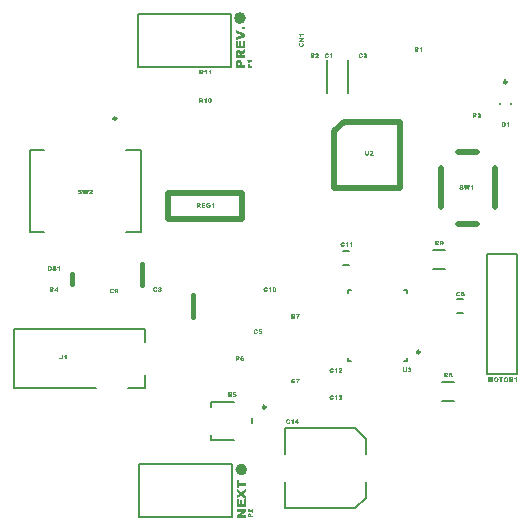
<source format=gto>
G04*
G04 #@! TF.GenerationSoftware,Altium Limited,Altium Designer,21.1.1 (26)*
G04*
G04 Layer_Color=65535*
%FSLAX25Y25*%
%MOIN*%
G70*
G04*
G04 #@! TF.SameCoordinates,B944FD0A-875C-4FF3-B887-5F38681DF828*
G04*
G04*
G04 #@! TF.FilePolarity,Positive*
G04*
G01*
G75*
%ADD10C,0.01968*%
%ADD11C,0.00984*%
%ADD12C,0.00787*%
%ADD13C,0.02000*%
%ADD14C,0.01575*%
G36*
X33560Y37282D02*
Y37279D01*
Y37277D01*
Y37260D01*
X33557Y37235D01*
X33554Y37202D01*
X33549Y37160D01*
X33540Y37119D01*
X33529Y37075D01*
X33516Y37027D01*
X33513Y37022D01*
X33507Y37008D01*
X33499Y36986D01*
X33482Y36958D01*
X33466Y36925D01*
X33441Y36889D01*
X33416Y36853D01*
X33382Y36820D01*
X33380Y36817D01*
X33366Y36806D01*
X33349Y36789D01*
X33327Y36770D01*
X33299Y36751D01*
X33266Y36731D01*
X33233Y36712D01*
X33197Y36695D01*
X33194D01*
X33191Y36692D01*
X33183Y36689D01*
X33172Y36687D01*
X33144Y36678D01*
X33103Y36670D01*
X33056Y36662D01*
X33000Y36654D01*
X32936Y36648D01*
X32867Y36645D01*
X32826D01*
X32795Y36648D01*
X32759D01*
X32718Y36654D01*
X32673Y36656D01*
X32623Y36662D01*
X32618D01*
X32601Y36665D01*
X32576Y36667D01*
X32549Y36676D01*
X32513Y36681D01*
X32477Y36692D01*
X32441Y36706D01*
X32405Y36720D01*
X32402Y36723D01*
X32391Y36728D01*
X32374Y36739D01*
X32352Y36753D01*
X32327Y36773D01*
X32299Y36795D01*
X32272Y36820D01*
X32244Y36850D01*
X32241Y36853D01*
X32233Y36864D01*
X32219Y36883D01*
X32205Y36906D01*
X32189Y36931D01*
X32172Y36961D01*
X32155Y36994D01*
X32144Y37027D01*
Y37030D01*
X32142Y37033D01*
Y37041D01*
X32139Y37052D01*
X32131Y37080D01*
X32125Y37113D01*
X32117Y37152D01*
X32108Y37196D01*
X32105Y37241D01*
X32103Y37282D01*
Y38188D01*
X32571D01*
Y37263D01*
Y37257D01*
Y37244D01*
X32574Y37219D01*
X32579Y37191D01*
X32588Y37160D01*
X32599Y37130D01*
X32615Y37097D01*
X32637Y37069D01*
X32640Y37066D01*
X32651Y37058D01*
X32665Y37047D01*
X32687Y37036D01*
X32715Y37022D01*
X32748Y37011D01*
X32787Y37003D01*
X32831Y37000D01*
X32851D01*
X32873Y37003D01*
X32901Y37008D01*
X32931Y37016D01*
X32964Y37027D01*
X32995Y37044D01*
X33022Y37066D01*
X33025Y37069D01*
X33033Y37080D01*
X33045Y37094D01*
X33058Y37116D01*
X33070Y37144D01*
X33081Y37180D01*
X33089Y37219D01*
X33092Y37263D01*
Y38188D01*
X33560D01*
Y37282D01*
D02*
G37*
G36*
X34468Y38210D02*
X34490D01*
X34540Y38208D01*
X34596Y38199D01*
X34654Y38191D01*
X34709Y38177D01*
X34759Y38160D01*
X34762D01*
X34765Y38158D01*
X34779Y38152D01*
X34804Y38138D01*
X34831Y38122D01*
X34862Y38100D01*
X34895Y38074D01*
X34928Y38041D01*
X34956Y38005D01*
X34959Y38000D01*
X34967Y37986D01*
X34978Y37966D01*
X34992Y37936D01*
X35006Y37903D01*
X35017Y37861D01*
X35025Y37817D01*
X35028Y37770D01*
Y37767D01*
Y37764D01*
Y37756D01*
Y37748D01*
X35022Y37720D01*
X35017Y37684D01*
X35008Y37645D01*
X34992Y37598D01*
X34973Y37551D01*
X34945Y37504D01*
X34942Y37498D01*
X34928Y37482D01*
X34909Y37457D01*
X34878Y37424D01*
X34837Y37382D01*
X34812Y37360D01*
X34787Y37335D01*
X34756Y37310D01*
X34723Y37282D01*
X34687Y37255D01*
X34648Y37227D01*
X34643Y37224D01*
X34629Y37213D01*
X34607Y37196D01*
X34579Y37177D01*
X34551Y37158D01*
X34521Y37138D01*
X34496Y37119D01*
X34477Y37102D01*
X34474Y37099D01*
X34468Y37097D01*
X34460Y37088D01*
X34449Y37080D01*
X34418Y37050D01*
X34377Y37014D01*
X35039D01*
Y36670D01*
X33770D01*
Y36673D01*
Y36678D01*
X33773Y36689D01*
X33776Y36701D01*
X33779Y36717D01*
X33781Y36737D01*
X33795Y36784D01*
X33812Y36836D01*
X33834Y36895D01*
X33865Y36958D01*
X33900Y37019D01*
X33903Y37022D01*
X33906Y37027D01*
X33912Y37036D01*
X33923Y37050D01*
X33937Y37064D01*
X33950Y37083D01*
X33972Y37105D01*
X33995Y37130D01*
X34020Y37158D01*
X34050Y37188D01*
X34083Y37219D01*
X34122Y37255D01*
X34164Y37291D01*
X34211Y37329D01*
X34261Y37368D01*
X34316Y37410D01*
X34319Y37413D01*
X34324Y37415D01*
X34333Y37424D01*
X34347Y37432D01*
X34377Y37457D01*
X34416Y37487D01*
X34455Y37523D01*
X34496Y37556D01*
X34529Y37590D01*
X34543Y37606D01*
X34554Y37620D01*
X34557Y37623D01*
X34563Y37631D01*
X34571Y37645D01*
X34582Y37665D01*
X34590Y37684D01*
X34598Y37709D01*
X34604Y37731D01*
X34607Y37756D01*
Y37759D01*
Y37767D01*
X34604Y37781D01*
X34601Y37797D01*
X34593Y37817D01*
X34585Y37836D01*
X34571Y37856D01*
X34554Y37875D01*
X34551Y37878D01*
X34546Y37883D01*
X34535Y37892D01*
X34518Y37900D01*
X34499Y37908D01*
X34477Y37917D01*
X34452Y37922D01*
X34424Y37925D01*
X34410D01*
X34396Y37922D01*
X34377Y37919D01*
X34358Y37911D01*
X34335Y37903D01*
X34313Y37889D01*
X34291Y37872D01*
X34288Y37870D01*
X34283Y37864D01*
X34275Y37850D01*
X34263Y37831D01*
X34252Y37806D01*
X34241Y37775D01*
X34233Y37739D01*
X34225Y37695D01*
X33801Y37728D01*
Y37731D01*
Y37737D01*
X33804Y37745D01*
X33806Y37759D01*
X33812Y37789D01*
X33820Y37831D01*
X33834Y37875D01*
X33848Y37919D01*
X33867Y37964D01*
X33889Y38005D01*
X33892Y38011D01*
X33900Y38022D01*
X33917Y38039D01*
X33939Y38061D01*
X33964Y38086D01*
X33997Y38111D01*
X34034Y38135D01*
X34078Y38158D01*
X34080D01*
X34083Y38160D01*
X34100Y38166D01*
X34128Y38174D01*
X34166Y38185D01*
X34214Y38196D01*
X34272Y38205D01*
X34338Y38210D01*
X34413Y38213D01*
X34449D01*
X34468Y38210D01*
D02*
G37*
G36*
X-9792Y-72406D02*
X-7500D01*
Y-73344D01*
X-9792D01*
Y-74304D01*
X-10541D01*
Y-71446D01*
X-9792D01*
Y-72406D01*
D02*
G37*
G36*
X-7500Y-75447D02*
X-8477Y-76052D01*
X-7500Y-76652D01*
Y-77701D01*
X-9082Y-76652D01*
X-10541Y-77606D01*
Y-76569D01*
X-9603Y-76036D01*
X-10541Y-75508D01*
Y-74482D01*
X-9065Y-75431D01*
X-7500Y-74393D01*
Y-75447D01*
D02*
G37*
G36*
Y-80465D02*
X-10541D01*
Y-77945D01*
X-9892D01*
Y-79521D01*
X-9409D01*
Y-78061D01*
X-8788D01*
Y-79521D01*
X-8188D01*
Y-77900D01*
X-7500D01*
Y-80465D01*
D02*
G37*
G36*
Y-81974D02*
X-9176Y-83118D01*
X-7500D01*
Y-84000D01*
X-10541D01*
Y-83129D01*
X-8854Y-81974D01*
X-10541D01*
Y-81086D01*
X-7500D01*
Y-81974D01*
D02*
G37*
G36*
X-7800Y78704D02*
X-8649D01*
Y79609D01*
X-7800D01*
Y78704D01*
D02*
G37*
G36*
Y77316D02*
Y76301D01*
X-10841Y75152D01*
Y76134D01*
X-8649Y76817D01*
X-10841Y77494D01*
Y78449D01*
X-7800Y77316D01*
D02*
G37*
G36*
Y72382D02*
X-10841D01*
Y74902D01*
X-10192D01*
Y73326D01*
X-9709D01*
Y74786D01*
X-9088D01*
Y73326D01*
X-8488D01*
Y74947D01*
X-7800D01*
Y72382D01*
D02*
G37*
G36*
Y71017D02*
X-8727Y70512D01*
X-8732Y70507D01*
X-8755Y70495D01*
X-8788Y70479D01*
X-8821Y70457D01*
X-8899Y70401D01*
X-8932Y70368D01*
X-8960Y70340D01*
X-8965Y70335D01*
X-8971Y70323D01*
X-8982Y70301D01*
X-8999Y70274D01*
X-9010Y70240D01*
X-9021Y70201D01*
X-9027Y70157D01*
X-9032Y70107D01*
Y70029D01*
X-7800D01*
Y69086D01*
X-10841D01*
Y70762D01*
X-10836Y70801D01*
X-10830Y70901D01*
X-10825Y71006D01*
X-10808Y71117D01*
X-10791Y71223D01*
X-10764Y71317D01*
X-10758Y71328D01*
X-10747Y71356D01*
X-10730Y71400D01*
X-10703Y71450D01*
X-10664Y71511D01*
X-10614Y71572D01*
X-10558Y71633D01*
X-10486Y71689D01*
X-10475Y71694D01*
X-10453Y71711D01*
X-10408Y71733D01*
X-10347Y71761D01*
X-10275Y71789D01*
X-10192Y71811D01*
X-10098Y71828D01*
X-9992Y71833D01*
X-9981D01*
X-9948D01*
X-9903Y71828D01*
X-9842Y71822D01*
X-9776Y71805D01*
X-9704Y71789D01*
X-9626Y71761D01*
X-9554Y71722D01*
X-9548Y71716D01*
X-9526Y71705D01*
X-9493Y71678D01*
X-9448Y71644D01*
X-9404Y71600D01*
X-9354Y71550D01*
X-9304Y71489D01*
X-9260Y71422D01*
X-9254Y71417D01*
X-9249Y71400D01*
X-9232Y71372D01*
X-9215Y71339D01*
X-9199Y71289D01*
X-9176Y71234D01*
X-9160Y71167D01*
X-9138Y71095D01*
Y71100D01*
X-9126Y71123D01*
X-9115Y71150D01*
X-9104Y71189D01*
X-9065Y71267D01*
X-9049Y71306D01*
X-9027Y71339D01*
X-9021Y71350D01*
X-9010Y71361D01*
X-8993Y71378D01*
X-8971Y71400D01*
X-8943Y71422D01*
X-8910Y71456D01*
X-8866Y71489D01*
X-8860Y71495D01*
X-8843Y71506D01*
X-8821Y71522D01*
X-8799Y71544D01*
X-8732Y71589D01*
X-8705Y71605D01*
X-8677Y71622D01*
X-7800Y72083D01*
Y71017D01*
D02*
G37*
G36*
X-9831Y68575D02*
X-9792D01*
X-9748Y68564D01*
X-9648Y68547D01*
X-9532Y68514D01*
X-9409Y68464D01*
X-9348Y68431D01*
X-9293Y68398D01*
X-9237Y68353D01*
X-9188Y68303D01*
Y68298D01*
X-9176Y68292D01*
X-9165Y68275D01*
X-9149Y68253D01*
X-9126Y68220D01*
X-9104Y68187D01*
X-9082Y68142D01*
X-9060Y68092D01*
X-9038Y68037D01*
X-9015Y67976D01*
X-8993Y67904D01*
X-8971Y67826D01*
X-8954Y67743D01*
X-8943Y67654D01*
X-8938Y67560D01*
X-8932Y67454D01*
Y66944D01*
X-7800D01*
Y66000D01*
X-10841D01*
Y67610D01*
X-10836Y67643D01*
Y67687D01*
X-10830Y67737D01*
X-10814Y67848D01*
X-10780Y67970D01*
X-10736Y68098D01*
X-10680Y68220D01*
X-10642Y68275D01*
X-10597Y68326D01*
Y68331D01*
X-10586Y68336D01*
X-10570Y68348D01*
X-10553Y68364D01*
X-10497Y68409D01*
X-10420Y68453D01*
X-10320Y68498D01*
X-10203Y68542D01*
X-10064Y68570D01*
X-9992Y68581D01*
X-9909D01*
X-9903D01*
X-9887D01*
X-9865D01*
X-9831Y68575D01*
D02*
G37*
G36*
X6644Y-51219D02*
X6669D01*
X6697Y-51222D01*
X6727Y-51224D01*
X6760Y-51230D01*
X6835Y-51244D01*
X6910Y-51266D01*
X6982Y-51294D01*
X7015Y-51313D01*
X7049Y-51332D01*
X7051D01*
X7057Y-51338D01*
X7065Y-51344D01*
X7076Y-51355D01*
X7090Y-51366D01*
X7107Y-51382D01*
X7123Y-51399D01*
X7143Y-51421D01*
X7162Y-51443D01*
X7181Y-51471D01*
X7204Y-51499D01*
X7223Y-51532D01*
X7242Y-51568D01*
X7262Y-51604D01*
X7278Y-51645D01*
X7295Y-51690D01*
X6880Y-51781D01*
Y-51778D01*
X6877Y-51770D01*
X6871Y-51756D01*
X6866Y-51742D01*
X6849Y-51709D01*
X6841Y-51695D01*
X6832Y-51681D01*
X6830Y-51679D01*
X6827Y-51673D01*
X6816Y-51662D01*
X6805Y-51651D01*
X6774Y-51623D01*
X6735Y-51598D01*
X6733Y-51596D01*
X6727Y-51593D01*
X6713Y-51587D01*
X6700Y-51582D01*
X6680Y-51576D01*
X6658Y-51573D01*
X6633Y-51568D01*
X6592D01*
X6583Y-51571D01*
X6553Y-51573D01*
X6517Y-51585D01*
X6478Y-51598D01*
X6436Y-51623D01*
X6398Y-51654D01*
X6381Y-51676D01*
X6364Y-51698D01*
X6362Y-51704D01*
X6353Y-51715D01*
X6345Y-51740D01*
X6334Y-51770D01*
X6320Y-51812D01*
X6312Y-51862D01*
X6303Y-51922D01*
X6301Y-51995D01*
Y-51997D01*
Y-52005D01*
Y-52019D01*
Y-52036D01*
X6303Y-52055D01*
Y-52080D01*
X6309Y-52133D01*
X6320Y-52188D01*
X6331Y-52246D01*
X6351Y-52299D01*
X6362Y-52321D01*
X6375Y-52341D01*
X6378Y-52343D01*
X6389Y-52355D01*
X6409Y-52368D01*
X6431Y-52385D01*
X6461Y-52404D01*
X6500Y-52418D01*
X6542Y-52429D01*
X6592Y-52432D01*
X6614D01*
X6639Y-52429D01*
X6669Y-52424D01*
X6702Y-52413D01*
X6735Y-52402D01*
X6769Y-52382D01*
X6796Y-52357D01*
X6799Y-52355D01*
X6808Y-52343D01*
X6821Y-52327D01*
X6835Y-52302D01*
X6852Y-52271D01*
X6869Y-52233D01*
X6885Y-52188D01*
X6899Y-52136D01*
X7309Y-52263D01*
Y-52266D01*
X7306Y-52271D01*
X7303Y-52280D01*
X7301Y-52291D01*
X7292Y-52324D01*
X7276Y-52363D01*
X7259Y-52410D01*
X7234Y-52457D01*
X7209Y-52504D01*
X7176Y-52551D01*
X7173Y-52557D01*
X7159Y-52571D01*
X7140Y-52590D01*
X7115Y-52618D01*
X7082Y-52645D01*
X7046Y-52673D01*
X7001Y-52701D01*
X6954Y-52726D01*
X6952D01*
X6949Y-52728D01*
X6940Y-52731D01*
X6932Y-52734D01*
X6902Y-52745D01*
X6863Y-52753D01*
X6816Y-52764D01*
X6758Y-52776D01*
X6691Y-52781D01*
X6619Y-52784D01*
X6578D01*
X6555Y-52781D01*
X6533D01*
X6506Y-52778D01*
X6475Y-52776D01*
X6411Y-52767D01*
X6342Y-52753D01*
X6276Y-52737D01*
X6212Y-52715D01*
X6209D01*
X6206Y-52712D01*
X6198Y-52706D01*
X6187Y-52701D01*
X6157Y-52681D01*
X6121Y-52657D01*
X6079Y-52621D01*
X6032Y-52579D01*
X5988Y-52526D01*
X5943Y-52463D01*
Y-52460D01*
X5938Y-52454D01*
X5932Y-52443D01*
X5927Y-52429D01*
X5918Y-52413D01*
X5907Y-52391D01*
X5896Y-52366D01*
X5888Y-52335D01*
X5877Y-52305D01*
X5866Y-52269D01*
X5857Y-52230D01*
X5846Y-52188D01*
X5841Y-52144D01*
X5835Y-52097D01*
X5830Y-51997D01*
Y-51992D01*
Y-51981D01*
X5833Y-51961D01*
Y-51936D01*
X5835Y-51903D01*
X5841Y-51867D01*
X5846Y-51828D01*
X5855Y-51784D01*
X5866Y-51737D01*
X5880Y-51690D01*
X5893Y-51643D01*
X5913Y-51593D01*
X5938Y-51546D01*
X5963Y-51501D01*
X5993Y-51457D01*
X6029Y-51418D01*
X6032Y-51415D01*
X6038Y-51410D01*
X6051Y-51399D01*
X6065Y-51388D01*
X6087Y-51371D01*
X6112Y-51355D01*
X6140Y-51335D01*
X6176Y-51316D01*
X6212Y-51299D01*
X6256Y-51280D01*
X6303Y-51263D01*
X6353Y-51247D01*
X6409Y-51236D01*
X6467Y-51224D01*
X6531Y-51219D01*
X6597Y-51216D01*
X6625D01*
X6644Y-51219D01*
D02*
G37*
G36*
X9979Y-52150D02*
X10170D01*
Y-52476D01*
X9979D01*
Y-52759D01*
X9611D01*
Y-52476D01*
X8841D01*
Y-52130D01*
X9611Y-51216D01*
X9979D01*
Y-52150D01*
D02*
G37*
G36*
X8425Y-52759D02*
X7999D01*
Y-51751D01*
X7993Y-51753D01*
X7982Y-51765D01*
X7960Y-51778D01*
X7935Y-51798D01*
X7904Y-51817D01*
X7868Y-51839D01*
X7832Y-51862D01*
X7796Y-51881D01*
X7791Y-51884D01*
X7780Y-51889D01*
X7758Y-51898D01*
X7730Y-51909D01*
X7694Y-51922D01*
X7655Y-51939D01*
X7608Y-51953D01*
X7555Y-51969D01*
Y-51626D01*
X7558D01*
X7564Y-51623D01*
X7575Y-51618D01*
X7591Y-51615D01*
X7608Y-51607D01*
X7630Y-51598D01*
X7677Y-51579D01*
X7730Y-51554D01*
X7785Y-51526D01*
X7841Y-51496D01*
X7888Y-51460D01*
X7891D01*
X7893Y-51454D01*
X7907Y-51443D01*
X7929Y-51421D01*
X7957Y-51391D01*
X7987Y-51357D01*
X8018Y-51316D01*
X8049Y-51269D01*
X8076Y-51216D01*
X8425D01*
Y-52759D01*
D02*
G37*
G36*
X21166Y-43219D02*
X21191D01*
X21219Y-43222D01*
X21249Y-43224D01*
X21283Y-43230D01*
X21357Y-43244D01*
X21432Y-43266D01*
X21504Y-43294D01*
X21537Y-43313D01*
X21571Y-43332D01*
X21573D01*
X21579Y-43338D01*
X21587Y-43343D01*
X21598Y-43355D01*
X21612Y-43366D01*
X21629Y-43382D01*
X21645Y-43399D01*
X21665Y-43421D01*
X21684Y-43443D01*
X21704Y-43471D01*
X21726Y-43499D01*
X21745Y-43532D01*
X21765Y-43568D01*
X21784Y-43604D01*
X21801Y-43645D01*
X21817Y-43690D01*
X21402Y-43781D01*
Y-43778D01*
X21399Y-43770D01*
X21393Y-43756D01*
X21388Y-43742D01*
X21371Y-43709D01*
X21363Y-43695D01*
X21355Y-43681D01*
X21352Y-43679D01*
X21349Y-43673D01*
X21338Y-43662D01*
X21327Y-43651D01*
X21296Y-43623D01*
X21258Y-43598D01*
X21255Y-43596D01*
X21249Y-43593D01*
X21236Y-43587D01*
X21222Y-43582D01*
X21202Y-43576D01*
X21180Y-43573D01*
X21155Y-43568D01*
X21114D01*
X21105Y-43571D01*
X21075Y-43573D01*
X21039Y-43584D01*
X21000Y-43598D01*
X20958Y-43623D01*
X20920Y-43654D01*
X20903Y-43676D01*
X20887Y-43698D01*
X20884Y-43704D01*
X20875Y-43715D01*
X20867Y-43740D01*
X20856Y-43770D01*
X20842Y-43812D01*
X20834Y-43861D01*
X20825Y-43922D01*
X20823Y-43995D01*
Y-43997D01*
Y-44006D01*
Y-44019D01*
Y-44036D01*
X20825Y-44055D01*
Y-44080D01*
X20831Y-44133D01*
X20842Y-44188D01*
X20853Y-44247D01*
X20873Y-44299D01*
X20884Y-44321D01*
X20898Y-44341D01*
X20900Y-44344D01*
X20911Y-44355D01*
X20931Y-44368D01*
X20953Y-44385D01*
X20983Y-44404D01*
X21022Y-44418D01*
X21064Y-44429D01*
X21114Y-44432D01*
X21136D01*
X21161Y-44429D01*
X21191Y-44424D01*
X21224Y-44413D01*
X21258Y-44402D01*
X21291Y-44382D01*
X21319Y-44357D01*
X21321Y-44355D01*
X21330Y-44344D01*
X21343Y-44327D01*
X21357Y-44302D01*
X21374Y-44271D01*
X21391Y-44233D01*
X21407Y-44188D01*
X21421Y-44136D01*
X21831Y-44263D01*
Y-44266D01*
X21828Y-44271D01*
X21825Y-44280D01*
X21823Y-44291D01*
X21814Y-44324D01*
X21798Y-44363D01*
X21781Y-44410D01*
X21756Y-44457D01*
X21731Y-44504D01*
X21698Y-44551D01*
X21695Y-44557D01*
X21681Y-44571D01*
X21662Y-44590D01*
X21637Y-44618D01*
X21604Y-44645D01*
X21568Y-44673D01*
X21524Y-44701D01*
X21476Y-44726D01*
X21474D01*
X21471Y-44728D01*
X21463Y-44731D01*
X21454Y-44734D01*
X21424Y-44745D01*
X21385Y-44753D01*
X21338Y-44765D01*
X21280Y-44776D01*
X21213Y-44781D01*
X21141Y-44784D01*
X21100D01*
X21078Y-44781D01*
X21055D01*
X21028Y-44778D01*
X20997Y-44776D01*
X20934Y-44767D01*
X20864Y-44753D01*
X20798Y-44737D01*
X20734Y-44715D01*
X20731D01*
X20729Y-44712D01*
X20720Y-44706D01*
X20709Y-44701D01*
X20679Y-44681D01*
X20643Y-44657D01*
X20601Y-44620D01*
X20554Y-44579D01*
X20510Y-44526D01*
X20465Y-44463D01*
Y-44460D01*
X20460Y-44454D01*
X20454Y-44443D01*
X20449Y-44429D01*
X20440Y-44413D01*
X20429Y-44391D01*
X20418Y-44366D01*
X20410Y-44335D01*
X20399Y-44305D01*
X20388Y-44269D01*
X20380Y-44230D01*
X20369Y-44188D01*
X20363Y-44144D01*
X20357Y-44097D01*
X20352Y-43997D01*
Y-43992D01*
Y-43981D01*
X20355Y-43961D01*
Y-43936D01*
X20357Y-43903D01*
X20363Y-43867D01*
X20369Y-43828D01*
X20377Y-43784D01*
X20388Y-43737D01*
X20402Y-43690D01*
X20416Y-43643D01*
X20435Y-43593D01*
X20460Y-43546D01*
X20485Y-43501D01*
X20515Y-43457D01*
X20551Y-43418D01*
X20554Y-43415D01*
X20560Y-43410D01*
X20573Y-43399D01*
X20587Y-43388D01*
X20609Y-43371D01*
X20634Y-43355D01*
X20662Y-43335D01*
X20698Y-43316D01*
X20734Y-43299D01*
X20778Y-43280D01*
X20825Y-43263D01*
X20875Y-43247D01*
X20931Y-43235D01*
X20989Y-43224D01*
X21053Y-43219D01*
X21119Y-43216D01*
X21147D01*
X21166Y-43219D01*
D02*
G37*
G36*
X24055D02*
X24080D01*
X24108Y-43222D01*
X24138Y-43224D01*
X24172Y-43230D01*
X24244Y-43244D01*
X24313Y-43263D01*
X24382Y-43291D01*
X24410Y-43308D01*
X24438Y-43327D01*
X24440D01*
X24443Y-43332D01*
X24460Y-43346D01*
X24479Y-43371D01*
X24504Y-43404D01*
X24529Y-43443D01*
X24551Y-43490D01*
X24565Y-43546D01*
X24568Y-43576D01*
X24571Y-43607D01*
Y-43612D01*
Y-43623D01*
X24568Y-43643D01*
X24565Y-43665D01*
X24557Y-43692D01*
X24548Y-43723D01*
X24535Y-43753D01*
X24515Y-43784D01*
X24512Y-43787D01*
X24504Y-43798D01*
X24493Y-43812D01*
X24476Y-43831D01*
X24454Y-43850D01*
X24427Y-43875D01*
X24393Y-43900D01*
X24354Y-43922D01*
X24357D01*
X24368Y-43925D01*
X24385Y-43931D01*
X24404Y-43936D01*
X24446Y-43953D01*
X24468Y-43961D01*
X24487Y-43972D01*
X24490Y-43975D01*
X24499Y-43981D01*
X24512Y-43992D01*
X24529Y-44006D01*
X24548Y-44022D01*
X24568Y-44044D01*
X24587Y-44069D01*
X24604Y-44097D01*
X24607Y-44100D01*
X24612Y-44111D01*
X24618Y-44127D01*
X24626Y-44147D01*
X24634Y-44175D01*
X24643Y-44205D01*
X24645Y-44238D01*
X24648Y-44277D01*
Y-44280D01*
Y-44282D01*
Y-44299D01*
X24645Y-44324D01*
X24640Y-44357D01*
X24632Y-44399D01*
X24618Y-44440D01*
X24601Y-44485D01*
X24576Y-44532D01*
X24573Y-44537D01*
X24562Y-44551D01*
X24548Y-44573D01*
X24526Y-44601D01*
X24496Y-44632D01*
X24463Y-44662D01*
X24424Y-44693D01*
X24377Y-44720D01*
X24374D01*
X24371Y-44723D01*
X24363Y-44726D01*
X24352Y-44731D01*
X24341Y-44734D01*
X24324Y-44740D01*
X24285Y-44751D01*
X24235Y-44765D01*
X24177Y-44773D01*
X24108Y-44781D01*
X24033Y-44784D01*
X24000D01*
X23983Y-44781D01*
X23961D01*
X23917Y-44778D01*
X23864Y-44773D01*
X23809Y-44765D01*
X23756Y-44753D01*
X23706Y-44737D01*
X23701Y-44734D01*
X23687Y-44728D01*
X23665Y-44717D01*
X23637Y-44701D01*
X23607Y-44681D01*
X23573Y-44657D01*
X23540Y-44629D01*
X23510Y-44596D01*
X23507Y-44590D01*
X23496Y-44579D01*
X23482Y-44559D01*
X23465Y-44532D01*
X23446Y-44496D01*
X23429Y-44457D01*
X23410Y-44410D01*
X23393Y-44360D01*
X23814Y-44302D01*
Y-44308D01*
X23820Y-44321D01*
X23825Y-44344D01*
X23834Y-44371D01*
X23856Y-44429D01*
X23873Y-44457D01*
X23889Y-44479D01*
X23892Y-44482D01*
X23898Y-44488D01*
X23911Y-44493D01*
X23925Y-44501D01*
X23945Y-44513D01*
X23969Y-44518D01*
X23994Y-44524D01*
X24025Y-44526D01*
X24039D01*
X24055Y-44524D01*
X24075Y-44518D01*
X24097Y-44513D01*
X24122Y-44501D01*
X24144Y-44485D01*
X24166Y-44465D01*
X24169Y-44463D01*
X24174Y-44454D01*
X24186Y-44440D01*
X24197Y-44421D01*
X24205Y-44399D01*
X24216Y-44368D01*
X24222Y-44335D01*
X24224Y-44299D01*
Y-44294D01*
Y-44282D01*
X24222Y-44263D01*
X24219Y-44238D01*
X24211Y-44213D01*
X24202Y-44186D01*
X24188Y-44161D01*
X24169Y-44136D01*
X24166Y-44133D01*
X24158Y-44127D01*
X24147Y-44116D01*
X24130Y-44105D01*
X24108Y-44097D01*
X24083Y-44086D01*
X24053Y-44080D01*
X24019Y-44078D01*
X24000D01*
X23983Y-44080D01*
X23964Y-44083D01*
X23942Y-44089D01*
X23914Y-44094D01*
X23884Y-44102D01*
X23903Y-43803D01*
X23922D01*
X23942Y-43806D01*
X23972D01*
X23989Y-43803D01*
X24008Y-43801D01*
X24028Y-43795D01*
X24053Y-43784D01*
X24075Y-43773D01*
X24097Y-43756D01*
X24100Y-43753D01*
X24105Y-43748D01*
X24116Y-43737D01*
X24127Y-43720D01*
X24136Y-43704D01*
X24147Y-43681D01*
X24152Y-43657D01*
X24155Y-43632D01*
Y-43629D01*
Y-43620D01*
X24152Y-43607D01*
X24149Y-43593D01*
X24144Y-43573D01*
X24138Y-43557D01*
X24127Y-43537D01*
X24114Y-43521D01*
X24111Y-43518D01*
X24105Y-43515D01*
X24097Y-43507D01*
X24083Y-43499D01*
X24066Y-43493D01*
X24047Y-43485D01*
X24025Y-43482D01*
X23997Y-43479D01*
X23986D01*
X23972Y-43482D01*
X23953Y-43485D01*
X23934Y-43490D01*
X23914Y-43499D01*
X23895Y-43510D01*
X23875Y-43526D01*
X23873Y-43529D01*
X23867Y-43535D01*
X23862Y-43546D01*
X23850Y-43562D01*
X23842Y-43584D01*
X23831Y-43609D01*
X23823Y-43643D01*
X23814Y-43681D01*
X23415Y-43612D01*
Y-43609D01*
X23418Y-43604D01*
X23421Y-43593D01*
X23424Y-43582D01*
X23432Y-43565D01*
X23438Y-43546D01*
X23457Y-43504D01*
X23482Y-43457D01*
X23515Y-43407D01*
X23554Y-43360D01*
X23604Y-43319D01*
X23607D01*
X23609Y-43313D01*
X23618Y-43310D01*
X23631Y-43302D01*
X23645Y-43294D01*
X23662Y-43285D01*
X23684Y-43277D01*
X23709Y-43266D01*
X23734Y-43258D01*
X23765Y-43249D01*
X23798Y-43241D01*
X23834Y-43233D01*
X23873Y-43224D01*
X23914Y-43222D01*
X24005Y-43216D01*
X24033D01*
X24055Y-43219D01*
D02*
G37*
G36*
X22947Y-44759D02*
X22521D01*
Y-43751D01*
X22515Y-43753D01*
X22504Y-43765D01*
X22482Y-43778D01*
X22457Y-43798D01*
X22427Y-43817D01*
X22391Y-43839D01*
X22355Y-43861D01*
X22319Y-43881D01*
X22313Y-43884D01*
X22302Y-43889D01*
X22280Y-43898D01*
X22252Y-43909D01*
X22216Y-43922D01*
X22177Y-43939D01*
X22130Y-43953D01*
X22078Y-43970D01*
Y-43626D01*
X22080D01*
X22086Y-43623D01*
X22097Y-43618D01*
X22114Y-43615D01*
X22130Y-43607D01*
X22152Y-43598D01*
X22199Y-43579D01*
X22252Y-43554D01*
X22308Y-43526D01*
X22363Y-43496D01*
X22410Y-43460D01*
X22413D01*
X22415Y-43454D01*
X22429Y-43443D01*
X22452Y-43421D01*
X22479Y-43391D01*
X22510Y-43357D01*
X22540Y-43316D01*
X22571Y-43269D01*
X22598Y-43216D01*
X22947D01*
Y-44759D01*
D02*
G37*
G36*
X-19025Y63729D02*
X-19452D01*
Y64737D01*
X-19457Y64734D01*
X-19468Y64723D01*
X-19490Y64709D01*
X-19515Y64690D01*
X-19546Y64670D01*
X-19582Y64648D01*
X-19618Y64626D01*
X-19654Y64607D01*
X-19659Y64604D01*
X-19670Y64598D01*
X-19693Y64590D01*
X-19720Y64579D01*
X-19756Y64565D01*
X-19795Y64548D01*
X-19842Y64535D01*
X-19895Y64518D01*
Y64862D01*
X-19892D01*
X-19886Y64864D01*
X-19875Y64870D01*
X-19859Y64873D01*
X-19842Y64881D01*
X-19820Y64889D01*
X-19773Y64909D01*
X-19720Y64934D01*
X-19665Y64961D01*
X-19610Y64992D01*
X-19562Y65028D01*
X-19560D01*
X-19557Y65033D01*
X-19543Y65044D01*
X-19521Y65066D01*
X-19493Y65097D01*
X-19463Y65130D01*
X-19432Y65172D01*
X-19402Y65219D01*
X-19374Y65272D01*
X-19025D01*
Y63729D01*
D02*
G37*
G36*
X-20440D02*
X-20867D01*
Y64737D01*
X-20873Y64734D01*
X-20884Y64723D01*
X-20906Y64709D01*
X-20931Y64690D01*
X-20961Y64670D01*
X-20997Y64648D01*
X-21033Y64626D01*
X-21069Y64607D01*
X-21075Y64604D01*
X-21086Y64598D01*
X-21108Y64590D01*
X-21136Y64579D01*
X-21172Y64565D01*
X-21211Y64548D01*
X-21258Y64535D01*
X-21310Y64518D01*
Y64862D01*
X-21307D01*
X-21302Y64864D01*
X-21291Y64870D01*
X-21274Y64873D01*
X-21258Y64881D01*
X-21236Y64889D01*
X-21188Y64909D01*
X-21136Y64934D01*
X-21080Y64961D01*
X-21025Y64992D01*
X-20978Y65028D01*
X-20975D01*
X-20972Y65033D01*
X-20958Y65044D01*
X-20936Y65066D01*
X-20909Y65097D01*
X-20878Y65130D01*
X-20848Y65172D01*
X-20817Y65219D01*
X-20789Y65272D01*
X-20440D01*
Y63729D01*
D02*
G37*
G36*
X-22119Y65244D02*
X-22069Y65241D01*
X-22017Y65238D01*
X-21961Y65230D01*
X-21909Y65222D01*
X-21861Y65208D01*
X-21856Y65205D01*
X-21842Y65199D01*
X-21820Y65191D01*
X-21795Y65177D01*
X-21765Y65158D01*
X-21734Y65133D01*
X-21704Y65105D01*
X-21676Y65069D01*
X-21673Y65064D01*
X-21665Y65053D01*
X-21654Y65030D01*
X-21640Y65000D01*
X-21626Y64964D01*
X-21615Y64922D01*
X-21607Y64875D01*
X-21604Y64823D01*
Y64817D01*
Y64801D01*
X-21607Y64778D01*
X-21609Y64748D01*
X-21618Y64715D01*
X-21626Y64679D01*
X-21640Y64640D01*
X-21659Y64604D01*
X-21662Y64601D01*
X-21668Y64590D01*
X-21681Y64573D01*
X-21698Y64551D01*
X-21720Y64529D01*
X-21745Y64504D01*
X-21776Y64479D01*
X-21809Y64457D01*
X-21812Y64454D01*
X-21820Y64451D01*
X-21834Y64443D01*
X-21850Y64435D01*
X-21875Y64427D01*
X-21903Y64416D01*
X-21936Y64407D01*
X-21972Y64396D01*
X-21970D01*
X-21958Y64391D01*
X-21945Y64385D01*
X-21925Y64380D01*
X-21886Y64360D01*
X-21867Y64352D01*
X-21850Y64341D01*
X-21845Y64338D01*
X-21839Y64332D01*
X-21831Y64324D01*
X-21820Y64313D01*
X-21809Y64299D01*
X-21792Y64283D01*
X-21776Y64260D01*
X-21773Y64258D01*
X-21767Y64249D01*
X-21759Y64238D01*
X-21748Y64227D01*
X-21726Y64194D01*
X-21717Y64180D01*
X-21709Y64166D01*
X-21479Y63729D01*
X-22011D01*
X-22263Y64191D01*
X-22266Y64194D01*
X-22271Y64205D01*
X-22280Y64222D01*
X-22291Y64238D01*
X-22319Y64277D01*
X-22335Y64294D01*
X-22349Y64307D01*
X-22352Y64310D01*
X-22357Y64313D01*
X-22368Y64319D01*
X-22382Y64327D01*
X-22399Y64332D01*
X-22418Y64338D01*
X-22440Y64341D01*
X-22465Y64344D01*
X-22504D01*
Y63729D01*
X-22975D01*
Y65246D01*
X-22139D01*
X-22119Y65244D01*
D02*
G37*
G36*
X-20583Y54241D02*
X-21010D01*
Y55249D01*
X-21015Y55247D01*
X-21026Y55235D01*
X-21048Y55222D01*
X-21073Y55202D01*
X-21104Y55183D01*
X-21140Y55161D01*
X-21176Y55138D01*
X-21212Y55119D01*
X-21217Y55116D01*
X-21228Y55111D01*
X-21251Y55102D01*
X-21278Y55091D01*
X-21314Y55078D01*
X-21353Y55061D01*
X-21400Y55047D01*
X-21453Y55031D01*
Y55374D01*
X-21450D01*
X-21445Y55377D01*
X-21433Y55382D01*
X-21417Y55385D01*
X-21400Y55393D01*
X-21378Y55402D01*
X-21331Y55421D01*
X-21278Y55446D01*
X-21223Y55474D01*
X-21168Y55504D01*
X-21121Y55540D01*
X-21118D01*
X-21115Y55546D01*
X-21101Y55557D01*
X-21079Y55579D01*
X-21051Y55609D01*
X-21021Y55643D01*
X-20990Y55684D01*
X-20960Y55731D01*
X-20932Y55784D01*
X-20583D01*
Y54241D01*
D02*
G37*
G36*
X-22262Y55756D02*
X-22212Y55753D01*
X-22159Y55751D01*
X-22104Y55742D01*
X-22051Y55734D01*
X-22004Y55720D01*
X-21999Y55717D01*
X-21985Y55712D01*
X-21963Y55704D01*
X-21938Y55690D01*
X-21907Y55670D01*
X-21877Y55645D01*
X-21846Y55618D01*
X-21818Y55582D01*
X-21816Y55576D01*
X-21808Y55565D01*
X-21796Y55543D01*
X-21782Y55512D01*
X-21769Y55476D01*
X-21758Y55435D01*
X-21749Y55388D01*
X-21746Y55335D01*
Y55330D01*
Y55313D01*
X-21749Y55291D01*
X-21752Y55260D01*
X-21760Y55227D01*
X-21769Y55191D01*
X-21782Y55152D01*
X-21802Y55116D01*
X-21805Y55114D01*
X-21810Y55102D01*
X-21824Y55086D01*
X-21841Y55064D01*
X-21863Y55041D01*
X-21888Y55017D01*
X-21918Y54992D01*
X-21951Y54970D01*
X-21954Y54967D01*
X-21963Y54964D01*
X-21976Y54956D01*
X-21993Y54947D01*
X-22018Y54939D01*
X-22046Y54928D01*
X-22079Y54920D01*
X-22115Y54909D01*
X-22112D01*
X-22101Y54903D01*
X-22087Y54897D01*
X-22068Y54892D01*
X-22029Y54873D01*
X-22010Y54864D01*
X-21993Y54853D01*
X-21987Y54850D01*
X-21982Y54845D01*
X-21974Y54837D01*
X-21963Y54826D01*
X-21951Y54812D01*
X-21935Y54795D01*
X-21918Y54773D01*
X-21915Y54770D01*
X-21910Y54762D01*
X-21902Y54751D01*
X-21891Y54740D01*
X-21868Y54706D01*
X-21860Y54693D01*
X-21852Y54679D01*
X-21622Y54241D01*
X-22154D01*
X-22406Y54704D01*
X-22409Y54706D01*
X-22414Y54717D01*
X-22422Y54734D01*
X-22433Y54751D01*
X-22461Y54790D01*
X-22478Y54806D01*
X-22492Y54820D01*
X-22494Y54823D01*
X-22500Y54826D01*
X-22511Y54831D01*
X-22525Y54839D01*
X-22542Y54845D01*
X-22561Y54850D01*
X-22583Y54853D01*
X-22608Y54856D01*
X-22647D01*
Y54241D01*
X-23118D01*
Y55759D01*
X-22281D01*
X-22262Y55756D01*
D02*
G37*
G36*
X-19442Y55781D02*
X-19406Y55778D01*
X-19367Y55776D01*
X-19326Y55767D01*
X-19284Y55759D01*
X-19245Y55745D01*
X-19240Y55742D01*
X-19229Y55740D01*
X-19209Y55729D01*
X-19187Y55717D01*
X-19162Y55704D01*
X-19134Y55687D01*
X-19109Y55668D01*
X-19084Y55645D01*
X-19082Y55643D01*
X-19073Y55634D01*
X-19062Y55623D01*
X-19049Y55607D01*
X-19032Y55590D01*
X-19015Y55568D01*
X-18985Y55518D01*
X-18982Y55515D01*
X-18979Y55507D01*
X-18971Y55493D01*
X-18963Y55474D01*
X-18954Y55452D01*
X-18946Y55424D01*
X-18935Y55396D01*
X-18927Y55363D01*
Y55360D01*
X-18924Y55355D01*
X-18921Y55346D01*
X-18918Y55332D01*
X-18916Y55319D01*
X-18913Y55299D01*
X-18904Y55255D01*
X-18896Y55202D01*
X-18888Y55144D01*
X-18885Y55078D01*
X-18882Y55011D01*
Y55006D01*
Y54992D01*
Y54972D01*
X-18885Y54945D01*
X-18888Y54909D01*
X-18891Y54870D01*
X-18893Y54828D01*
X-18899Y54781D01*
X-18916Y54681D01*
X-18940Y54582D01*
X-18957Y54535D01*
X-18977Y54488D01*
X-18999Y54446D01*
X-19024Y54407D01*
X-19026Y54404D01*
X-19029Y54399D01*
X-19038Y54391D01*
X-19051Y54377D01*
X-19068Y54363D01*
X-19087Y54346D01*
X-19109Y54330D01*
X-19137Y54313D01*
X-19168Y54294D01*
X-19204Y54277D01*
X-19242Y54260D01*
X-19287Y54247D01*
X-19334Y54233D01*
X-19387Y54224D01*
X-19445Y54219D01*
X-19506Y54216D01*
X-19539D01*
X-19555Y54219D01*
X-19572D01*
X-19616Y54224D01*
X-19666Y54230D01*
X-19719Y54241D01*
X-19771Y54258D01*
X-19819Y54277D01*
X-19824Y54280D01*
X-19838Y54288D01*
X-19860Y54302D01*
X-19885Y54321D01*
X-19918Y54346D01*
X-19949Y54377D01*
X-19982Y54413D01*
X-20012Y54454D01*
X-20015Y54457D01*
X-20021Y54471D01*
X-20032Y54488D01*
X-20043Y54515D01*
X-20057Y54546D01*
X-20071Y54584D01*
X-20085Y54632D01*
X-20096Y54681D01*
Y54684D01*
Y54687D01*
X-20098Y54695D01*
X-20101Y54706D01*
X-20104Y54737D01*
X-20109Y54778D01*
X-20115Y54826D01*
X-20121Y54881D01*
X-20123Y54942D01*
X-20126Y55006D01*
Y55011D01*
Y55025D01*
Y55047D01*
X-20123Y55075D01*
X-20121Y55111D01*
X-20118Y55152D01*
X-20112Y55197D01*
X-20107Y55244D01*
X-20087Y55344D01*
X-20060Y55443D01*
X-20043Y55490D01*
X-20021Y55535D01*
X-19999Y55573D01*
X-19971Y55609D01*
X-19968Y55612D01*
X-19963Y55618D01*
X-19954Y55626D01*
X-19940Y55637D01*
X-19924Y55651D01*
X-19905Y55665D01*
X-19880Y55681D01*
X-19852Y55698D01*
X-19821Y55712D01*
X-19785Y55729D01*
X-19747Y55742D01*
X-19705Y55756D01*
X-19658Y55767D01*
X-19608Y55776D01*
X-19553Y55781D01*
X-19494Y55784D01*
X-19470D01*
X-19442Y55781D01*
D02*
G37*
G36*
X-5253Y-82417D02*
X-5256D01*
X-5262D01*
X-5273Y-82414D01*
X-5284Y-82411D01*
X-5300Y-82409D01*
X-5320Y-82406D01*
X-5367Y-82392D01*
X-5420Y-82375D01*
X-5478Y-82353D01*
X-5542Y-82323D01*
X-5602Y-82287D01*
X-5605Y-82284D01*
X-5611Y-82281D01*
X-5619Y-82276D01*
X-5633Y-82265D01*
X-5647Y-82251D01*
X-5666Y-82237D01*
X-5688Y-82215D01*
X-5713Y-82192D01*
X-5741Y-82168D01*
X-5771Y-82137D01*
X-5802Y-82104D01*
X-5838Y-82065D01*
X-5874Y-82024D01*
X-5913Y-81976D01*
X-5951Y-81927D01*
X-5993Y-81871D01*
X-5996Y-81868D01*
X-5999Y-81863D01*
X-6007Y-81855D01*
X-6015Y-81841D01*
X-6040Y-81810D01*
X-6070Y-81771D01*
X-6106Y-81733D01*
X-6140Y-81691D01*
X-6173Y-81658D01*
X-6190Y-81644D01*
X-6204Y-81633D01*
X-6206Y-81630D01*
X-6215Y-81625D01*
X-6228Y-81616D01*
X-6248Y-81605D01*
X-6267Y-81597D01*
X-6292Y-81589D01*
X-6314Y-81583D01*
X-6339Y-81580D01*
X-6342D01*
X-6350D01*
X-6364Y-81583D01*
X-6381Y-81586D01*
X-6400Y-81594D01*
X-6419Y-81603D01*
X-6439Y-81616D01*
X-6458Y-81633D01*
X-6461Y-81636D01*
X-6467Y-81641D01*
X-6475Y-81652D01*
X-6483Y-81669D01*
X-6492Y-81688D01*
X-6500Y-81710D01*
X-6505Y-81735D01*
X-6508Y-81763D01*
Y-81777D01*
X-6505Y-81791D01*
X-6503Y-81810D01*
X-6494Y-81830D01*
X-6486Y-81852D01*
X-6472Y-81874D01*
X-6456Y-81896D01*
X-6453Y-81899D01*
X-6447Y-81904D01*
X-6433Y-81913D01*
X-6414Y-81924D01*
X-6389Y-81935D01*
X-6359Y-81946D01*
X-6323Y-81954D01*
X-6278Y-81963D01*
X-6312Y-82386D01*
X-6314D01*
X-6320D01*
X-6328Y-82384D01*
X-6342Y-82381D01*
X-6373Y-82375D01*
X-6414Y-82367D01*
X-6458Y-82353D01*
X-6503Y-82339D01*
X-6547Y-82320D01*
X-6588Y-82298D01*
X-6594Y-82295D01*
X-6605Y-82287D01*
X-6622Y-82270D01*
X-6644Y-82248D01*
X-6669Y-82223D01*
X-6694Y-82190D01*
X-6719Y-82154D01*
X-6741Y-82109D01*
Y-82107D01*
X-6744Y-82104D01*
X-6749Y-82087D01*
X-6758Y-82060D01*
X-6769Y-82021D01*
X-6780Y-81974D01*
X-6788Y-81915D01*
X-6793Y-81849D01*
X-6796Y-81774D01*
Y-81738D01*
X-6793Y-81719D01*
Y-81697D01*
X-6791Y-81647D01*
X-6782Y-81591D01*
X-6774Y-81533D01*
X-6760Y-81478D01*
X-6744Y-81428D01*
Y-81425D01*
X-6741Y-81423D01*
X-6735Y-81409D01*
X-6722Y-81384D01*
X-6705Y-81356D01*
X-6683Y-81326D01*
X-6658Y-81292D01*
X-6624Y-81259D01*
X-6588Y-81231D01*
X-6583Y-81229D01*
X-6569Y-81220D01*
X-6550Y-81209D01*
X-6519Y-81195D01*
X-6486Y-81182D01*
X-6444Y-81170D01*
X-6400Y-81162D01*
X-6353Y-81159D01*
X-6350D01*
X-6347D01*
X-6339D01*
X-6331D01*
X-6303Y-81165D01*
X-6267Y-81170D01*
X-6228Y-81179D01*
X-6181Y-81195D01*
X-6134Y-81215D01*
X-6087Y-81242D01*
X-6082Y-81245D01*
X-6065Y-81259D01*
X-6040Y-81278D01*
X-6007Y-81309D01*
X-5965Y-81350D01*
X-5943Y-81375D01*
X-5918Y-81400D01*
X-5893Y-81431D01*
X-5866Y-81464D01*
X-5838Y-81500D01*
X-5810Y-81539D01*
X-5807Y-81544D01*
X-5796Y-81558D01*
X-5780Y-81580D01*
X-5760Y-81608D01*
X-5741Y-81636D01*
X-5722Y-81666D01*
X-5702Y-81691D01*
X-5686Y-81710D01*
X-5683Y-81713D01*
X-5680Y-81719D01*
X-5672Y-81727D01*
X-5663Y-81738D01*
X-5633Y-81769D01*
X-5597Y-81810D01*
Y-81148D01*
X-5253D01*
Y-82417D01*
D02*
G37*
G36*
X-6267Y-82566D02*
X-6248D01*
X-6226Y-82572D01*
X-6176Y-82580D01*
X-6118Y-82597D01*
X-6057Y-82622D01*
X-6026Y-82639D01*
X-5999Y-82655D01*
X-5971Y-82677D01*
X-5946Y-82702D01*
Y-82705D01*
X-5940Y-82708D01*
X-5935Y-82716D01*
X-5926Y-82727D01*
X-5915Y-82744D01*
X-5904Y-82760D01*
X-5893Y-82783D01*
X-5882Y-82807D01*
X-5871Y-82835D01*
X-5860Y-82866D01*
X-5849Y-82902D01*
X-5838Y-82940D01*
X-5830Y-82982D01*
X-5824Y-83026D01*
X-5821Y-83073D01*
X-5818Y-83126D01*
Y-83381D01*
X-5253D01*
Y-83852D01*
X-6771D01*
Y-83048D01*
X-6769Y-83032D01*
Y-83010D01*
X-6766Y-82985D01*
X-6758Y-82929D01*
X-6741Y-82868D01*
X-6719Y-82805D01*
X-6691Y-82744D01*
X-6672Y-82716D01*
X-6650Y-82691D01*
Y-82688D01*
X-6644Y-82686D01*
X-6636Y-82680D01*
X-6627Y-82672D01*
X-6600Y-82650D01*
X-6561Y-82627D01*
X-6511Y-82605D01*
X-6453Y-82583D01*
X-6384Y-82569D01*
X-6347Y-82564D01*
X-6306D01*
X-6303D01*
X-6295D01*
X-6284D01*
X-6267Y-82566D01*
D02*
G37*
G36*
X47078Y-33919D02*
X47103D01*
X47131Y-33922D01*
X47161Y-33924D01*
X47194Y-33930D01*
X47266Y-33944D01*
X47336Y-33963D01*
X47405Y-33991D01*
X47433Y-34007D01*
X47460Y-34027D01*
X47463D01*
X47466Y-34032D01*
X47482Y-34046D01*
X47502Y-34071D01*
X47527Y-34104D01*
X47552Y-34143D01*
X47574Y-34190D01*
X47588Y-34246D01*
X47591Y-34276D01*
X47593Y-34307D01*
Y-34312D01*
Y-34323D01*
X47591Y-34343D01*
X47588Y-34365D01*
X47580Y-34392D01*
X47571Y-34423D01*
X47557Y-34453D01*
X47538Y-34484D01*
X47535Y-34487D01*
X47527Y-34498D01*
X47516Y-34512D01*
X47499Y-34531D01*
X47477Y-34550D01*
X47449Y-34575D01*
X47416Y-34600D01*
X47377Y-34622D01*
X47380D01*
X47391Y-34625D01*
X47408Y-34631D01*
X47427Y-34636D01*
X47469Y-34653D01*
X47491Y-34661D01*
X47510Y-34672D01*
X47513Y-34675D01*
X47521Y-34681D01*
X47535Y-34692D01*
X47552Y-34705D01*
X47571Y-34722D01*
X47591Y-34744D01*
X47610Y-34769D01*
X47627Y-34797D01*
X47629Y-34800D01*
X47635Y-34811D01*
X47640Y-34827D01*
X47649Y-34847D01*
X47657Y-34874D01*
X47665Y-34905D01*
X47668Y-34938D01*
X47671Y-34977D01*
Y-34980D01*
Y-34982D01*
Y-34999D01*
X47668Y-35024D01*
X47663Y-35057D01*
X47654Y-35099D01*
X47640Y-35140D01*
X47624Y-35185D01*
X47599Y-35232D01*
X47596Y-35237D01*
X47585Y-35251D01*
X47571Y-35273D01*
X47549Y-35301D01*
X47519Y-35332D01*
X47485Y-35362D01*
X47447Y-35392D01*
X47399Y-35420D01*
X47397D01*
X47394Y-35423D01*
X47386Y-35426D01*
X47374Y-35431D01*
X47363Y-35434D01*
X47347Y-35440D01*
X47308Y-35451D01*
X47258Y-35465D01*
X47200Y-35473D01*
X47131Y-35481D01*
X47056Y-35484D01*
X47023D01*
X47006Y-35481D01*
X46984D01*
X46940Y-35478D01*
X46887Y-35473D01*
X46832Y-35465D01*
X46779Y-35453D01*
X46729Y-35437D01*
X46723Y-35434D01*
X46710Y-35429D01*
X46687Y-35417D01*
X46660Y-35401D01*
X46629Y-35381D01*
X46596Y-35357D01*
X46563Y-35329D01*
X46532Y-35296D01*
X46530Y-35290D01*
X46518Y-35279D01*
X46505Y-35260D01*
X46488Y-35232D01*
X46469Y-35196D01*
X46452Y-35157D01*
X46433Y-35110D01*
X46416Y-35060D01*
X46837Y-35002D01*
Y-35008D01*
X46843Y-35021D01*
X46848Y-35043D01*
X46856Y-35071D01*
X46879Y-35129D01*
X46895Y-35157D01*
X46912Y-35179D01*
X46915Y-35182D01*
X46920Y-35188D01*
X46934Y-35193D01*
X46948Y-35201D01*
X46967Y-35212D01*
X46992Y-35218D01*
X47017Y-35223D01*
X47048Y-35226D01*
X47061D01*
X47078Y-35223D01*
X47098Y-35218D01*
X47120Y-35212D01*
X47145Y-35201D01*
X47167Y-35185D01*
X47189Y-35165D01*
X47192Y-35163D01*
X47197Y-35154D01*
X47208Y-35140D01*
X47219Y-35121D01*
X47228Y-35099D01*
X47239Y-35068D01*
X47244Y-35035D01*
X47247Y-34999D01*
Y-34994D01*
Y-34982D01*
X47244Y-34963D01*
X47242Y-34938D01*
X47233Y-34913D01*
X47225Y-34886D01*
X47211Y-34861D01*
X47192Y-34836D01*
X47189Y-34833D01*
X47181Y-34827D01*
X47170Y-34816D01*
X47153Y-34805D01*
X47131Y-34797D01*
X47106Y-34786D01*
X47075Y-34780D01*
X47042Y-34778D01*
X47023D01*
X47006Y-34780D01*
X46987Y-34783D01*
X46964Y-34789D01*
X46937Y-34794D01*
X46906Y-34802D01*
X46926Y-34503D01*
X46945D01*
X46964Y-34506D01*
X46995D01*
X47012Y-34503D01*
X47031Y-34501D01*
X47050Y-34495D01*
X47075Y-34484D01*
X47098Y-34473D01*
X47120Y-34456D01*
X47122Y-34453D01*
X47128Y-34448D01*
X47139Y-34437D01*
X47150Y-34420D01*
X47158Y-34404D01*
X47170Y-34381D01*
X47175Y-34356D01*
X47178Y-34332D01*
Y-34329D01*
Y-34321D01*
X47175Y-34307D01*
X47172Y-34293D01*
X47167Y-34273D01*
X47161Y-34257D01*
X47150Y-34237D01*
X47136Y-34221D01*
X47133Y-34218D01*
X47128Y-34215D01*
X47120Y-34207D01*
X47106Y-34199D01*
X47089Y-34193D01*
X47070Y-34185D01*
X47048Y-34182D01*
X47020Y-34179D01*
X47009D01*
X46995Y-34182D01*
X46976Y-34185D01*
X46956Y-34190D01*
X46937Y-34199D01*
X46917Y-34210D01*
X46898Y-34226D01*
X46895Y-34229D01*
X46890Y-34235D01*
X46884Y-34246D01*
X46873Y-34262D01*
X46865Y-34284D01*
X46854Y-34309D01*
X46845Y-34343D01*
X46837Y-34381D01*
X46438Y-34312D01*
Y-34309D01*
X46441Y-34304D01*
X46444Y-34293D01*
X46446Y-34282D01*
X46455Y-34265D01*
X46460Y-34246D01*
X46480Y-34204D01*
X46505Y-34157D01*
X46538Y-34107D01*
X46577Y-34060D01*
X46627Y-34019D01*
X46629D01*
X46632Y-34013D01*
X46640Y-34010D01*
X46654Y-34002D01*
X46668Y-33994D01*
X46685Y-33985D01*
X46707Y-33977D01*
X46732Y-33966D01*
X46757Y-33958D01*
X46787Y-33949D01*
X46821Y-33941D01*
X46856Y-33933D01*
X46895Y-33924D01*
X46937Y-33922D01*
X47028Y-33916D01*
X47056D01*
X47078Y-33919D01*
D02*
G37*
G36*
X46186Y-34847D02*
Y-34850D01*
Y-34852D01*
Y-34869D01*
X46183Y-34894D01*
X46181Y-34927D01*
X46175Y-34969D01*
X46167Y-35010D01*
X46156Y-35055D01*
X46142Y-35102D01*
X46139Y-35107D01*
X46134Y-35121D01*
X46125Y-35143D01*
X46109Y-35171D01*
X46092Y-35204D01*
X46067Y-35240D01*
X46042Y-35276D01*
X46009Y-35309D01*
X46006Y-35312D01*
X45992Y-35323D01*
X45976Y-35340D01*
X45954Y-35359D01*
X45926Y-35379D01*
X45893Y-35398D01*
X45859Y-35417D01*
X45823Y-35434D01*
X45821D01*
X45818Y-35437D01*
X45809Y-35440D01*
X45798Y-35442D01*
X45771Y-35451D01*
X45729Y-35459D01*
X45682Y-35467D01*
X45627Y-35476D01*
X45563Y-35481D01*
X45494Y-35484D01*
X45452D01*
X45422Y-35481D01*
X45386D01*
X45344Y-35476D01*
X45300Y-35473D01*
X45250Y-35467D01*
X45244D01*
X45228Y-35465D01*
X45203Y-35462D01*
X45175Y-35453D01*
X45139Y-35448D01*
X45103Y-35437D01*
X45067Y-35423D01*
X45031Y-35409D01*
X45028Y-35406D01*
X45017Y-35401D01*
X45001Y-35390D01*
X44978Y-35376D01*
X44954Y-35357D01*
X44926Y-35334D01*
X44898Y-35309D01*
X44870Y-35279D01*
X44868Y-35276D01*
X44859Y-35265D01*
X44846Y-35246D01*
X44832Y-35223D01*
X44815Y-35199D01*
X44798Y-35168D01*
X44782Y-35135D01*
X44771Y-35102D01*
Y-35099D01*
X44768Y-35096D01*
Y-35088D01*
X44765Y-35077D01*
X44757Y-35049D01*
X44751Y-35016D01*
X44743Y-34977D01*
X44735Y-34933D01*
X44732Y-34888D01*
X44729Y-34847D01*
Y-33941D01*
X45197D01*
Y-34866D01*
Y-34872D01*
Y-34886D01*
X45200Y-34911D01*
X45206Y-34938D01*
X45214Y-34969D01*
X45225Y-34999D01*
X45242Y-35032D01*
X45264Y-35060D01*
X45267Y-35063D01*
X45278Y-35071D01*
X45291Y-35082D01*
X45314Y-35093D01*
X45341Y-35107D01*
X45375Y-35118D01*
X45413Y-35127D01*
X45458Y-35129D01*
X45477D01*
X45499Y-35127D01*
X45527Y-35121D01*
X45557Y-35113D01*
X45591Y-35102D01*
X45621Y-35085D01*
X45649Y-35063D01*
X45652Y-35060D01*
X45660Y-35049D01*
X45671Y-35035D01*
X45685Y-35013D01*
X45696Y-34985D01*
X45707Y-34949D01*
X45715Y-34911D01*
X45718Y-34866D01*
Y-33941D01*
X46186D01*
Y-34847D01*
D02*
G37*
G36*
X51267Y71229D02*
X50841D01*
Y72237D01*
X50835Y72234D01*
X50824Y72223D01*
X50802Y72209D01*
X50777Y72190D01*
X50747Y72170D01*
X50710Y72148D01*
X50674Y72126D01*
X50639Y72107D01*
X50633Y72104D01*
X50622Y72098D01*
X50600Y72090D01*
X50572Y72079D01*
X50536Y72065D01*
X50497Y72048D01*
X50450Y72035D01*
X50397Y72018D01*
Y72361D01*
X50400D01*
X50406Y72364D01*
X50417Y72370D01*
X50433Y72373D01*
X50450Y72381D01*
X50472Y72389D01*
X50519Y72409D01*
X50572Y72434D01*
X50627Y72461D01*
X50683Y72492D01*
X50730Y72528D01*
X50733D01*
X50735Y72533D01*
X50749Y72544D01*
X50771Y72566D01*
X50799Y72597D01*
X50830Y72630D01*
X50860Y72672D01*
X50891Y72719D01*
X50918Y72772D01*
X51267D01*
Y71229D01*
D02*
G37*
G36*
X49589Y72744D02*
X49639Y72741D01*
X49691Y72738D01*
X49747Y72730D01*
X49799Y72722D01*
X49846Y72708D01*
X49852Y72705D01*
X49866Y72699D01*
X49888Y72691D01*
X49913Y72677D01*
X49943Y72658D01*
X49974Y72633D01*
X50004Y72605D01*
X50032Y72569D01*
X50035Y72564D01*
X50043Y72553D01*
X50054Y72531D01*
X50068Y72500D01*
X50082Y72464D01*
X50093Y72422D01*
X50101Y72375D01*
X50104Y72323D01*
Y72317D01*
Y72300D01*
X50101Y72278D01*
X50098Y72248D01*
X50090Y72215D01*
X50082Y72179D01*
X50068Y72140D01*
X50049Y72104D01*
X50046Y72101D01*
X50040Y72090D01*
X50026Y72073D01*
X50010Y72051D01*
X49988Y72029D01*
X49963Y72004D01*
X49932Y71979D01*
X49899Y71957D01*
X49896Y71954D01*
X49888Y71952D01*
X49874Y71943D01*
X49857Y71935D01*
X49832Y71927D01*
X49805Y71916D01*
X49771Y71907D01*
X49736Y71896D01*
X49738D01*
X49749Y71891D01*
X49763Y71885D01*
X49783Y71880D01*
X49821Y71860D01*
X49841Y71852D01*
X49857Y71841D01*
X49863Y71838D01*
X49868Y71832D01*
X49877Y71824D01*
X49888Y71813D01*
X49899Y71799D01*
X49916Y71783D01*
X49932Y71760D01*
X49935Y71758D01*
X49940Y71749D01*
X49949Y71738D01*
X49960Y71727D01*
X49982Y71694D01*
X49990Y71680D01*
X49999Y71666D01*
X50229Y71229D01*
X49697D01*
X49445Y71691D01*
X49442Y71694D01*
X49436Y71705D01*
X49428Y71722D01*
X49417Y71738D01*
X49389Y71777D01*
X49373Y71794D01*
X49359Y71807D01*
X49356Y71810D01*
X49350Y71813D01*
X49339Y71819D01*
X49325Y71827D01*
X49309Y71832D01*
X49290Y71838D01*
X49267Y71841D01*
X49242Y71843D01*
X49204D01*
Y71229D01*
X48733D01*
Y72746D01*
X49569D01*
X49589Y72744D01*
D02*
G37*
G36*
X16337Y70769D02*
X16359D01*
X16409Y70766D01*
X16464Y70758D01*
X16522Y70749D01*
X16578Y70735D01*
X16627Y70719D01*
X16630D01*
X16633Y70716D01*
X16647Y70710D01*
X16672Y70697D01*
X16699Y70680D01*
X16730Y70658D01*
X16763Y70633D01*
X16796Y70600D01*
X16824Y70564D01*
X16827Y70558D01*
X16835Y70544D01*
X16846Y70525D01*
X16860Y70494D01*
X16874Y70461D01*
X16885Y70420D01*
X16893Y70375D01*
X16896Y70328D01*
Y70325D01*
Y70323D01*
Y70314D01*
Y70306D01*
X16891Y70278D01*
X16885Y70242D01*
X16877Y70204D01*
X16860Y70157D01*
X16841Y70109D01*
X16813Y70062D01*
X16810Y70057D01*
X16796Y70040D01*
X16777Y70015D01*
X16747Y69982D01*
X16705Y69940D01*
X16680Y69918D01*
X16655Y69893D01*
X16625Y69868D01*
X16591Y69841D01*
X16555Y69813D01*
X16517Y69785D01*
X16511Y69783D01*
X16497Y69771D01*
X16475Y69755D01*
X16447Y69735D01*
X16420Y69716D01*
X16389Y69697D01*
X16364Y69677D01*
X16345Y69661D01*
X16342Y69658D01*
X16337Y69655D01*
X16328Y69647D01*
X16317Y69639D01*
X16287Y69608D01*
X16245Y69572D01*
X16907D01*
Y69229D01*
X15639D01*
Y69231D01*
Y69237D01*
X15641Y69248D01*
X15644Y69259D01*
X15647Y69276D01*
X15650Y69295D01*
X15663Y69342D01*
X15680Y69395D01*
X15702Y69453D01*
X15733Y69517D01*
X15769Y69578D01*
X15771Y69580D01*
X15774Y69586D01*
X15780Y69594D01*
X15791Y69608D01*
X15805Y69622D01*
X15819Y69641D01*
X15841Y69664D01*
X15863Y69688D01*
X15888Y69716D01*
X15918Y69747D01*
X15951Y69777D01*
X15990Y69813D01*
X16032Y69849D01*
X16079Y69888D01*
X16129Y69927D01*
X16184Y69968D01*
X16187Y69971D01*
X16193Y69974D01*
X16201Y69982D01*
X16215Y69990D01*
X16245Y70015D01*
X16284Y70046D01*
X16323Y70082D01*
X16364Y70115D01*
X16398Y70148D01*
X16411Y70165D01*
X16422Y70179D01*
X16425Y70181D01*
X16431Y70190D01*
X16439Y70204D01*
X16450Y70223D01*
X16458Y70242D01*
X16467Y70267D01*
X16472Y70289D01*
X16475Y70314D01*
Y70317D01*
Y70325D01*
X16472Y70339D01*
X16469Y70356D01*
X16461Y70375D01*
X16453Y70395D01*
X16439Y70414D01*
X16422Y70433D01*
X16420Y70436D01*
X16414Y70442D01*
X16403Y70450D01*
X16386Y70458D01*
X16367Y70467D01*
X16345Y70475D01*
X16320Y70481D01*
X16292Y70483D01*
X16278D01*
X16264Y70481D01*
X16245Y70478D01*
X16226Y70469D01*
X16204Y70461D01*
X16181Y70447D01*
X16159Y70431D01*
X16157Y70428D01*
X16151Y70422D01*
X16143Y70409D01*
X16132Y70389D01*
X16120Y70364D01*
X16109Y70334D01*
X16101Y70298D01*
X16093Y70253D01*
X15669Y70287D01*
Y70289D01*
Y70295D01*
X15672Y70303D01*
X15675Y70317D01*
X15680Y70348D01*
X15688Y70389D01*
X15702Y70433D01*
X15716Y70478D01*
X15735Y70522D01*
X15758Y70564D01*
X15760Y70569D01*
X15769Y70580D01*
X15785Y70597D01*
X15808Y70619D01*
X15832Y70644D01*
X15866Y70669D01*
X15902Y70694D01*
X15946Y70716D01*
X15949D01*
X15951Y70719D01*
X15968Y70724D01*
X15996Y70733D01*
X16035Y70744D01*
X16082Y70755D01*
X16140Y70763D01*
X16206Y70769D01*
X16281Y70771D01*
X16317D01*
X16337Y70769D01*
D02*
G37*
G36*
X14949Y70744D02*
X14999Y70741D01*
X15051Y70738D01*
X15107Y70730D01*
X15159Y70722D01*
X15206Y70708D01*
X15212Y70705D01*
X15226Y70699D01*
X15248Y70691D01*
X15273Y70677D01*
X15303Y70658D01*
X15334Y70633D01*
X15364Y70605D01*
X15392Y70569D01*
X15395Y70564D01*
X15403Y70553D01*
X15414Y70530D01*
X15428Y70500D01*
X15442Y70464D01*
X15453Y70422D01*
X15461Y70375D01*
X15464Y70323D01*
Y70317D01*
Y70301D01*
X15461Y70278D01*
X15458Y70248D01*
X15450Y70215D01*
X15442Y70179D01*
X15428Y70140D01*
X15409Y70104D01*
X15406Y70101D01*
X15400Y70090D01*
X15386Y70073D01*
X15370Y70051D01*
X15348Y70029D01*
X15323Y70004D01*
X15292Y69979D01*
X15259Y69957D01*
X15256Y69954D01*
X15248Y69951D01*
X15234Y69943D01*
X15217Y69935D01*
X15192Y69927D01*
X15165Y69915D01*
X15132Y69907D01*
X15096Y69896D01*
X15098D01*
X15109Y69891D01*
X15123Y69885D01*
X15143Y69880D01*
X15181Y69860D01*
X15201Y69852D01*
X15217Y69841D01*
X15223Y69838D01*
X15228Y69832D01*
X15237Y69824D01*
X15248Y69813D01*
X15259Y69799D01*
X15276Y69783D01*
X15292Y69760D01*
X15295Y69758D01*
X15301Y69749D01*
X15309Y69738D01*
X15320Y69727D01*
X15342Y69694D01*
X15350Y69680D01*
X15359Y69666D01*
X15589Y69229D01*
X15057D01*
X14805Y69691D01*
X14802Y69694D01*
X14796Y69705D01*
X14788Y69722D01*
X14777Y69738D01*
X14749Y69777D01*
X14733Y69794D01*
X14719Y69807D01*
X14716Y69810D01*
X14711Y69813D01*
X14699Y69819D01*
X14686Y69827D01*
X14669Y69832D01*
X14650Y69838D01*
X14627Y69841D01*
X14603Y69844D01*
X14564D01*
Y69229D01*
X14093D01*
Y70746D01*
X14929D01*
X14949Y70744D01*
D02*
G37*
G36*
X30874Y70781D02*
X30899D01*
X30927Y70778D01*
X30957Y70776D01*
X30990Y70770D01*
X31065Y70756D01*
X31140Y70734D01*
X31212Y70706D01*
X31245Y70687D01*
X31278Y70668D01*
X31281D01*
X31287Y70662D01*
X31295Y70657D01*
X31306Y70645D01*
X31320Y70634D01*
X31337Y70618D01*
X31353Y70601D01*
X31373Y70579D01*
X31392Y70557D01*
X31411Y70529D01*
X31433Y70501D01*
X31453Y70468D01*
X31472Y70432D01*
X31492Y70396D01*
X31508Y70355D01*
X31525Y70310D01*
X31109Y70219D01*
Y70222D01*
X31107Y70230D01*
X31101Y70244D01*
X31096Y70258D01*
X31079Y70291D01*
X31071Y70305D01*
X31062Y70319D01*
X31060Y70321D01*
X31057Y70327D01*
X31046Y70338D01*
X31035Y70349D01*
X31004Y70377D01*
X30965Y70402D01*
X30963Y70404D01*
X30957Y70407D01*
X30943Y70413D01*
X30929Y70418D01*
X30910Y70424D01*
X30888Y70427D01*
X30863Y70432D01*
X30821D01*
X30813Y70429D01*
X30783Y70427D01*
X30747Y70416D01*
X30708Y70402D01*
X30666Y70377D01*
X30627Y70346D01*
X30611Y70324D01*
X30594Y70302D01*
X30591Y70296D01*
X30583Y70285D01*
X30575Y70260D01*
X30564Y70230D01*
X30550Y70188D01*
X30542Y70139D01*
X30533Y70078D01*
X30531Y70006D01*
Y70003D01*
Y69994D01*
Y69981D01*
Y69964D01*
X30533Y69945D01*
Y69920D01*
X30539Y69867D01*
X30550Y69812D01*
X30561Y69753D01*
X30580Y69701D01*
X30591Y69679D01*
X30605Y69659D01*
X30608Y69656D01*
X30619Y69645D01*
X30639Y69632D01*
X30661Y69615D01*
X30691Y69596D01*
X30730Y69582D01*
X30771Y69571D01*
X30821Y69568D01*
X30843D01*
X30868Y69571D01*
X30899Y69576D01*
X30932Y69587D01*
X30965Y69598D01*
X30999Y69618D01*
X31026Y69643D01*
X31029Y69645D01*
X31037Y69656D01*
X31051Y69673D01*
X31065Y69698D01*
X31082Y69728D01*
X31098Y69767D01*
X31115Y69812D01*
X31129Y69864D01*
X31539Y69737D01*
Y69734D01*
X31536Y69728D01*
X31533Y69720D01*
X31530Y69709D01*
X31522Y69676D01*
X31506Y69637D01*
X31489Y69590D01*
X31464Y69543D01*
X31439Y69496D01*
X31406Y69449D01*
X31403Y69443D01*
X31389Y69429D01*
X31370Y69410D01*
X31345Y69382D01*
X31312Y69355D01*
X31276Y69327D01*
X31231Y69299D01*
X31184Y69274D01*
X31181D01*
X31179Y69271D01*
X31170Y69269D01*
X31162Y69266D01*
X31132Y69255D01*
X31093Y69247D01*
X31046Y69235D01*
X30988Y69224D01*
X30921Y69219D01*
X30849Y69216D01*
X30808D01*
X30785Y69219D01*
X30763D01*
X30735Y69222D01*
X30705Y69224D01*
X30641Y69233D01*
X30572Y69247D01*
X30506Y69263D01*
X30442Y69285D01*
X30439D01*
X30436Y69288D01*
X30428Y69294D01*
X30417Y69299D01*
X30386Y69319D01*
X30351Y69344D01*
X30309Y69380D01*
X30262Y69421D01*
X30217Y69474D01*
X30173Y69537D01*
Y69540D01*
X30168Y69546D01*
X30162Y69557D01*
X30156Y69571D01*
X30148Y69587D01*
X30137Y69609D01*
X30126Y69634D01*
X30118Y69665D01*
X30107Y69695D01*
X30096Y69731D01*
X30087Y69770D01*
X30076Y69812D01*
X30071Y69856D01*
X30065Y69903D01*
X30060Y70003D01*
Y70008D01*
Y70019D01*
X30062Y70039D01*
Y70064D01*
X30065Y70097D01*
X30071Y70133D01*
X30076Y70172D01*
X30084Y70216D01*
X30096Y70263D01*
X30110Y70310D01*
X30123Y70357D01*
X30143Y70407D01*
X30168Y70454D01*
X30193Y70499D01*
X30223Y70543D01*
X30259Y70582D01*
X30262Y70584D01*
X30267Y70590D01*
X30281Y70601D01*
X30295Y70612D01*
X30317Y70629D01*
X30342Y70645D01*
X30370Y70665D01*
X30406Y70684D01*
X30442Y70701D01*
X30486Y70720D01*
X30533Y70737D01*
X30583Y70753D01*
X30639Y70764D01*
X30697Y70776D01*
X30760Y70781D01*
X30827Y70784D01*
X30855D01*
X30874Y70781D01*
D02*
G37*
G36*
X32348D02*
X32373D01*
X32400Y70778D01*
X32431Y70776D01*
X32464Y70770D01*
X32536Y70756D01*
X32605Y70737D01*
X32675Y70709D01*
X32702Y70692D01*
X32730Y70673D01*
X32733D01*
X32735Y70668D01*
X32752Y70654D01*
X32771Y70629D01*
X32796Y70596D01*
X32821Y70557D01*
X32844Y70510D01*
X32857Y70454D01*
X32860Y70424D01*
X32863Y70393D01*
Y70388D01*
Y70377D01*
X32860Y70357D01*
X32857Y70335D01*
X32849Y70307D01*
X32841Y70277D01*
X32827Y70246D01*
X32807Y70216D01*
X32805Y70213D01*
X32796Y70202D01*
X32785Y70188D01*
X32769Y70169D01*
X32746Y70150D01*
X32719Y70125D01*
X32686Y70100D01*
X32647Y70078D01*
X32649D01*
X32661Y70075D01*
X32677Y70069D01*
X32697Y70064D01*
X32738Y70047D01*
X32760Y70039D01*
X32780Y70028D01*
X32783Y70025D01*
X32791Y70019D01*
X32805Y70008D01*
X32821Y69994D01*
X32841Y69978D01*
X32860Y69956D01*
X32879Y69931D01*
X32896Y69903D01*
X32899Y69900D01*
X32904Y69889D01*
X32910Y69873D01*
X32918Y69853D01*
X32926Y69826D01*
X32935Y69795D01*
X32938Y69762D01*
X32940Y69723D01*
Y69720D01*
Y69718D01*
Y69701D01*
X32938Y69676D01*
X32932Y69643D01*
X32924Y69601D01*
X32910Y69560D01*
X32893Y69515D01*
X32868Y69468D01*
X32866Y69463D01*
X32855Y69449D01*
X32841Y69427D01*
X32818Y69399D01*
X32788Y69368D01*
X32755Y69338D01*
X32716Y69308D01*
X32669Y69280D01*
X32666D01*
X32663Y69277D01*
X32655Y69274D01*
X32644Y69269D01*
X32633Y69266D01*
X32616Y69260D01*
X32577Y69249D01*
X32528Y69235D01*
X32469Y69227D01*
X32400Y69219D01*
X32326Y69216D01*
X32292D01*
X32276Y69219D01*
X32253D01*
X32209Y69222D01*
X32157Y69227D01*
X32101Y69235D01*
X32048Y69247D01*
X31999Y69263D01*
X31993Y69266D01*
X31979Y69271D01*
X31957Y69283D01*
X31929Y69299D01*
X31899Y69319D01*
X31866Y69344D01*
X31832Y69371D01*
X31802Y69404D01*
X31799Y69410D01*
X31788Y69421D01*
X31774Y69441D01*
X31758Y69468D01*
X31738Y69504D01*
X31722Y69543D01*
X31702Y69590D01*
X31686Y69640D01*
X32107Y69698D01*
Y69692D01*
X32112Y69679D01*
X32118Y69656D01*
X32126Y69629D01*
X32148Y69571D01*
X32165Y69543D01*
X32181Y69521D01*
X32184Y69518D01*
X32190Y69512D01*
X32204Y69507D01*
X32217Y69499D01*
X32237Y69488D01*
X32262Y69482D01*
X32287Y69476D01*
X32317Y69474D01*
X32331D01*
X32348Y69476D01*
X32367Y69482D01*
X32389Y69488D01*
X32414Y69499D01*
X32436Y69515D01*
X32458Y69535D01*
X32461Y69537D01*
X32467Y69546D01*
X32478Y69560D01*
X32489Y69579D01*
X32497Y69601D01*
X32508Y69632D01*
X32514Y69665D01*
X32517Y69701D01*
Y69706D01*
Y69718D01*
X32514Y69737D01*
X32511Y69762D01*
X32503Y69787D01*
X32494Y69814D01*
X32481Y69839D01*
X32461Y69864D01*
X32458Y69867D01*
X32450Y69873D01*
X32439Y69884D01*
X32422Y69895D01*
X32400Y69903D01*
X32375Y69914D01*
X32345Y69920D01*
X32312Y69922D01*
X32292D01*
X32276Y69920D01*
X32256Y69917D01*
X32234Y69911D01*
X32206Y69906D01*
X32176Y69898D01*
X32195Y70197D01*
X32215D01*
X32234Y70194D01*
X32265D01*
X32281Y70197D01*
X32300Y70199D01*
X32320Y70205D01*
X32345Y70216D01*
X32367Y70227D01*
X32389Y70244D01*
X32392Y70246D01*
X32397Y70252D01*
X32409Y70263D01*
X32420Y70280D01*
X32428Y70296D01*
X32439Y70319D01*
X32445Y70344D01*
X32447Y70368D01*
Y70371D01*
Y70380D01*
X32445Y70393D01*
X32442Y70407D01*
X32436Y70427D01*
X32431Y70443D01*
X32420Y70463D01*
X32406Y70479D01*
X32403Y70482D01*
X32397Y70485D01*
X32389Y70493D01*
X32375Y70501D01*
X32359Y70507D01*
X32339Y70515D01*
X32317Y70518D01*
X32289Y70521D01*
X32278D01*
X32265Y70518D01*
X32245Y70515D01*
X32226Y70510D01*
X32206Y70501D01*
X32187Y70490D01*
X32168Y70474D01*
X32165Y70471D01*
X32159Y70465D01*
X32154Y70454D01*
X32143Y70438D01*
X32134Y70416D01*
X32123Y70391D01*
X32115Y70357D01*
X32107Y70319D01*
X31708Y70388D01*
Y70391D01*
X31710Y70396D01*
X31713Y70407D01*
X31716Y70418D01*
X31724Y70435D01*
X31730Y70454D01*
X31749Y70496D01*
X31774Y70543D01*
X31808Y70593D01*
X31846Y70640D01*
X31896Y70681D01*
X31899D01*
X31902Y70687D01*
X31910Y70690D01*
X31924Y70698D01*
X31938Y70706D01*
X31954Y70715D01*
X31976Y70723D01*
X32001Y70734D01*
X32026Y70742D01*
X32057Y70751D01*
X32090Y70759D01*
X32126Y70767D01*
X32165Y70776D01*
X32206Y70778D01*
X32298Y70784D01*
X32326D01*
X32348Y70781D01*
D02*
G37*
G36*
X-68490Y-30566D02*
Y-30569D01*
Y-30578D01*
Y-30591D01*
Y-30608D01*
Y-30630D01*
X-68493Y-30655D01*
X-68496Y-30713D01*
X-68501Y-30777D01*
X-68510Y-30843D01*
X-68521Y-30907D01*
X-68529Y-30935D01*
X-68537Y-30963D01*
Y-30965D01*
X-68540Y-30968D01*
X-68546Y-30985D01*
X-68560Y-31010D01*
X-68579Y-31043D01*
X-68604Y-31079D01*
X-68634Y-31118D01*
X-68676Y-31157D01*
X-68723Y-31192D01*
X-68726D01*
X-68729Y-31195D01*
X-68737Y-31201D01*
X-68748Y-31206D01*
X-68762Y-31215D01*
X-68778Y-31220D01*
X-68820Y-31237D01*
X-68870Y-31256D01*
X-68931Y-31270D01*
X-69003Y-31281D01*
X-69080Y-31284D01*
X-69119D01*
X-69138Y-31281D01*
X-69161D01*
X-69210Y-31276D01*
X-69269Y-31270D01*
X-69327Y-31259D01*
X-69385Y-31242D01*
X-69438Y-31223D01*
X-69443Y-31220D01*
X-69457Y-31212D01*
X-69482Y-31198D01*
X-69510Y-31179D01*
X-69540Y-31151D01*
X-69571Y-31120D01*
X-69604Y-31084D01*
X-69631Y-31043D01*
Y-31040D01*
X-69634Y-31037D01*
X-69643Y-31021D01*
X-69654Y-30996D01*
X-69668Y-30960D01*
X-69681Y-30915D01*
X-69695Y-30866D01*
X-69706Y-30808D01*
X-69712Y-30744D01*
X-69263Y-30683D01*
Y-30688D01*
Y-30699D01*
Y-30719D01*
X-69260Y-30741D01*
X-69255Y-30791D01*
X-69252Y-30813D01*
X-69247Y-30835D01*
Y-30838D01*
X-69244Y-30843D01*
X-69238Y-30852D01*
X-69233Y-30863D01*
X-69216Y-30888D01*
X-69191Y-30910D01*
X-69186Y-30913D01*
X-69172Y-30918D01*
X-69147Y-30927D01*
X-69113Y-30929D01*
X-69100D01*
X-69086Y-30927D01*
X-69069Y-30921D01*
X-69053Y-30915D01*
X-69033Y-30904D01*
X-69014Y-30891D01*
X-69000Y-30871D01*
X-68997Y-30868D01*
X-68994Y-30860D01*
X-68989Y-30846D01*
X-68981Y-30824D01*
X-68972Y-30796D01*
X-68967Y-30763D01*
X-68964Y-30722D01*
X-68961Y-30674D01*
Y-29741D01*
X-68490D01*
Y-30566D01*
D02*
G37*
G36*
X-67288Y-31259D02*
X-67715D01*
Y-30251D01*
X-67720Y-30253D01*
X-67731Y-30265D01*
X-67753Y-30278D01*
X-67778Y-30298D01*
X-67809Y-30317D01*
X-67845Y-30339D01*
X-67881Y-30362D01*
X-67917Y-30381D01*
X-67923Y-30384D01*
X-67933Y-30389D01*
X-67956Y-30397D01*
X-67983Y-30409D01*
X-68019Y-30422D01*
X-68058Y-30439D01*
X-68105Y-30453D01*
X-68158Y-30470D01*
Y-30126D01*
X-68155D01*
X-68150Y-30123D01*
X-68138Y-30118D01*
X-68122Y-30115D01*
X-68105Y-30107D01*
X-68083Y-30098D01*
X-68036Y-30079D01*
X-67983Y-30054D01*
X-67928Y-30026D01*
X-67873Y-29996D01*
X-67826Y-29960D01*
X-67823D01*
X-67820Y-29954D01*
X-67806Y-29943D01*
X-67784Y-29921D01*
X-67756Y-29891D01*
X-67726Y-29857D01*
X-67695Y-29816D01*
X-67665Y-29769D01*
X-67637Y-29716D01*
X-67288D01*
Y-31259D01*
D02*
G37*
G36*
X-62702Y25281D02*
X-62677D01*
X-62650Y25278D01*
X-62619Y25276D01*
X-62586Y25270D01*
X-62514Y25256D01*
X-62439Y25237D01*
X-62370Y25209D01*
X-62336Y25192D01*
X-62306Y25173D01*
X-62303D01*
X-62300Y25168D01*
X-62281Y25154D01*
X-62256Y25126D01*
X-62226Y25090D01*
X-62209Y25068D01*
X-62195Y25043D01*
X-62179Y25012D01*
X-62165Y24982D01*
X-62151Y24949D01*
X-62140Y24913D01*
X-62132Y24871D01*
X-62123Y24830D01*
X-62566Y24805D01*
Y24810D01*
X-62569Y24821D01*
X-62575Y24841D01*
X-62583Y24863D01*
X-62594Y24885D01*
X-62605Y24910D01*
X-62622Y24935D01*
X-62641Y24954D01*
X-62644Y24957D01*
X-62652Y24963D01*
X-62663Y24968D01*
X-62680Y24979D01*
X-62702Y24987D01*
X-62730Y24993D01*
X-62760Y24999D01*
X-62796Y25001D01*
X-62810D01*
X-62824Y24999D01*
X-62843Y24996D01*
X-62885Y24987D01*
X-62904Y24976D01*
X-62921Y24965D01*
X-62924Y24963D01*
X-62927Y24960D01*
X-62940Y24943D01*
X-62954Y24915D01*
X-62957Y24899D01*
X-62960Y24882D01*
Y24880D01*
Y24877D01*
X-62954Y24860D01*
X-62946Y24838D01*
X-62938Y24827D01*
X-62927Y24816D01*
X-62924D01*
X-62918Y24810D01*
X-62910Y24805D01*
X-62893Y24796D01*
X-62874Y24788D01*
X-62846Y24780D01*
X-62813Y24769D01*
X-62771Y24760D01*
X-62769D01*
X-62758Y24758D01*
X-62741Y24755D01*
X-62722Y24749D01*
X-62697Y24744D01*
X-62666Y24735D01*
X-62633Y24727D01*
X-62600Y24719D01*
X-62528Y24699D01*
X-62453Y24675D01*
X-62386Y24650D01*
X-62356Y24638D01*
X-62328Y24625D01*
X-62325D01*
X-62323Y24622D01*
X-62306Y24614D01*
X-62284Y24600D01*
X-62253Y24580D01*
X-62223Y24555D01*
X-62190Y24528D01*
X-62159Y24495D01*
X-62134Y24458D01*
X-62132Y24453D01*
X-62126Y24442D01*
X-62115Y24420D01*
X-62104Y24392D01*
X-62093Y24359D01*
X-62082Y24323D01*
X-62076Y24278D01*
X-62073Y24234D01*
Y24231D01*
Y24228D01*
Y24220D01*
Y24209D01*
X-62079Y24182D01*
X-62085Y24145D01*
X-62093Y24104D01*
X-62109Y24057D01*
X-62129Y24010D01*
X-62156Y23963D01*
X-62159Y23957D01*
X-62170Y23943D01*
X-62190Y23921D01*
X-62215Y23893D01*
X-62248Y23863D01*
X-62287Y23832D01*
X-62331Y23805D01*
X-62384Y23777D01*
X-62386D01*
X-62389Y23774D01*
X-62397Y23772D01*
X-62409Y23769D01*
X-62422Y23763D01*
X-62442Y23758D01*
X-62461Y23752D01*
X-62483Y23747D01*
X-62536Y23735D01*
X-62600Y23724D01*
X-62669Y23719D01*
X-62749Y23716D01*
X-62785D01*
X-62813Y23719D01*
X-62843Y23722D01*
X-62879Y23724D01*
X-62918Y23727D01*
X-62963Y23735D01*
X-63051Y23752D01*
X-63140Y23777D01*
X-63181Y23794D01*
X-63220Y23816D01*
X-63256Y23838D01*
X-63287Y23863D01*
X-63289Y23866D01*
X-63292Y23871D01*
X-63301Y23879D01*
X-63309Y23891D01*
X-63320Y23904D01*
X-63334Y23921D01*
X-63348Y23943D01*
X-63361Y23965D01*
X-63392Y24021D01*
X-63420Y24087D01*
X-63439Y24159D01*
X-63447Y24201D01*
X-63453Y24242D01*
X-63007Y24273D01*
Y24267D01*
X-63004Y24253D01*
X-63001Y24234D01*
X-62993Y24212D01*
X-62976Y24157D01*
X-62963Y24129D01*
X-62949Y24107D01*
X-62946Y24104D01*
X-62935Y24093D01*
X-62918Y24079D01*
X-62896Y24062D01*
X-62866Y24043D01*
X-62830Y24029D01*
X-62788Y24018D01*
X-62741Y24015D01*
X-62724D01*
X-62708Y24018D01*
X-62683Y24021D01*
X-62658Y24026D01*
X-62633Y24035D01*
X-62608Y24046D01*
X-62586Y24060D01*
X-62583Y24062D01*
X-62577Y24068D01*
X-62569Y24079D01*
X-62558Y24090D01*
X-62547Y24107D01*
X-62539Y24126D01*
X-62533Y24148D01*
X-62530Y24170D01*
Y24173D01*
Y24182D01*
X-62533Y24193D01*
X-62536Y24206D01*
X-62544Y24223D01*
X-62553Y24240D01*
X-62566Y24259D01*
X-62583Y24276D01*
X-62586Y24278D01*
X-62594Y24284D01*
X-62611Y24292D01*
X-62633Y24303D01*
X-62666Y24317D01*
X-62708Y24334D01*
X-62733Y24342D01*
X-62760Y24348D01*
X-62791Y24356D01*
X-62824Y24364D01*
X-62827D01*
X-62838Y24367D01*
X-62854Y24373D01*
X-62874Y24375D01*
X-62899Y24384D01*
X-62929Y24392D01*
X-62960Y24400D01*
X-62993Y24411D01*
X-63068Y24439D01*
X-63140Y24469D01*
X-63206Y24506D01*
X-63237Y24525D01*
X-63265Y24547D01*
Y24550D01*
X-63270Y24553D01*
X-63284Y24566D01*
X-63306Y24591D01*
X-63328Y24627D01*
X-63353Y24669D01*
X-63375Y24719D01*
X-63389Y24774D01*
X-63392Y24805D01*
X-63395Y24838D01*
Y24841D01*
Y24844D01*
Y24857D01*
X-63392Y24882D01*
X-63386Y24910D01*
X-63378Y24943D01*
X-63367Y24982D01*
X-63350Y25021D01*
X-63328Y25060D01*
X-63325Y25065D01*
X-63314Y25076D01*
X-63298Y25096D01*
X-63275Y25120D01*
X-63248Y25145D01*
X-63212Y25173D01*
X-63170Y25198D01*
X-63123Y25223D01*
X-63120D01*
X-63118Y25226D01*
X-63109Y25229D01*
X-63098Y25231D01*
X-63084Y25237D01*
X-63068Y25242D01*
X-63048Y25248D01*
X-63026Y25253D01*
X-63001Y25259D01*
X-62971Y25264D01*
X-62907Y25276D01*
X-62832Y25281D01*
X-62749Y25284D01*
X-62722D01*
X-62702Y25281D01*
D02*
G37*
G36*
X-60204Y23741D02*
X-60666D01*
X-60932Y24697D01*
X-61198Y23741D01*
X-61658D01*
X-61993Y25259D01*
X-61550D01*
X-61389Y24411D01*
X-61154Y25259D01*
X-60711D01*
X-60475Y24409D01*
X-60314Y25259D01*
X-59868D01*
X-60204Y23741D01*
D02*
G37*
G36*
X-59118Y25281D02*
X-59096D01*
X-59046Y25278D01*
X-58990Y25270D01*
X-58932Y25262D01*
X-58877Y25248D01*
X-58827Y25231D01*
X-58824D01*
X-58821Y25229D01*
X-58807Y25223D01*
X-58783Y25209D01*
X-58755Y25192D01*
X-58724Y25170D01*
X-58691Y25145D01*
X-58658Y25112D01*
X-58630Y25076D01*
X-58627Y25071D01*
X-58619Y25057D01*
X-58608Y25037D01*
X-58594Y25007D01*
X-58580Y24974D01*
X-58569Y24932D01*
X-58561Y24888D01*
X-58558Y24841D01*
Y24838D01*
Y24835D01*
Y24827D01*
Y24818D01*
X-58564Y24791D01*
X-58569Y24755D01*
X-58578Y24716D01*
X-58594Y24669D01*
X-58614Y24622D01*
X-58641Y24575D01*
X-58644Y24569D01*
X-58658Y24553D01*
X-58677Y24528D01*
X-58708Y24495D01*
X-58749Y24453D01*
X-58774Y24431D01*
X-58799Y24406D01*
X-58830Y24381D01*
X-58863Y24353D01*
X-58899Y24326D01*
X-58938Y24298D01*
X-58943Y24295D01*
X-58957Y24284D01*
X-58979Y24267D01*
X-59007Y24248D01*
X-59035Y24228D01*
X-59065Y24209D01*
X-59090Y24190D01*
X-59109Y24173D01*
X-59112Y24170D01*
X-59118Y24168D01*
X-59126Y24159D01*
X-59137Y24151D01*
X-59168Y24121D01*
X-59209Y24084D01*
X-58547D01*
Y23741D01*
X-59816D01*
Y23744D01*
Y23749D01*
X-59813Y23760D01*
X-59810Y23772D01*
X-59807Y23788D01*
X-59805Y23808D01*
X-59791Y23855D01*
X-59774Y23907D01*
X-59752Y23965D01*
X-59722Y24029D01*
X-59686Y24090D01*
X-59683Y24093D01*
X-59680Y24098D01*
X-59675Y24107D01*
X-59663Y24121D01*
X-59650Y24134D01*
X-59636Y24154D01*
X-59614Y24176D01*
X-59591Y24201D01*
X-59566Y24228D01*
X-59536Y24259D01*
X-59503Y24290D01*
X-59464Y24326D01*
X-59422Y24362D01*
X-59375Y24400D01*
X-59325Y24439D01*
X-59270Y24481D01*
X-59267Y24483D01*
X-59262Y24486D01*
X-59254Y24495D01*
X-59240Y24503D01*
X-59209Y24528D01*
X-59170Y24558D01*
X-59132Y24594D01*
X-59090Y24627D01*
X-59057Y24661D01*
X-59043Y24677D01*
X-59032Y24691D01*
X-59029Y24694D01*
X-59024Y24702D01*
X-59015Y24716D01*
X-59004Y24735D01*
X-58996Y24755D01*
X-58988Y24780D01*
X-58982Y24802D01*
X-58979Y24827D01*
Y24830D01*
Y24838D01*
X-58982Y24852D01*
X-58985Y24868D01*
X-58993Y24888D01*
X-59001Y24907D01*
X-59015Y24927D01*
X-59032Y24946D01*
X-59035Y24949D01*
X-59040Y24954D01*
X-59051Y24963D01*
X-59068Y24971D01*
X-59087Y24979D01*
X-59109Y24987D01*
X-59134Y24993D01*
X-59162Y24996D01*
X-59176D01*
X-59190Y24993D01*
X-59209Y24990D01*
X-59229Y24982D01*
X-59251Y24974D01*
X-59273Y24960D01*
X-59295Y24943D01*
X-59298Y24940D01*
X-59303Y24935D01*
X-59312Y24921D01*
X-59323Y24902D01*
X-59334Y24877D01*
X-59345Y24846D01*
X-59353Y24810D01*
X-59361Y24766D01*
X-59785Y24799D01*
Y24802D01*
Y24807D01*
X-59783Y24816D01*
X-59780Y24830D01*
X-59774Y24860D01*
X-59766Y24902D01*
X-59752Y24946D01*
X-59738Y24990D01*
X-59719Y25035D01*
X-59697Y25076D01*
X-59694Y25082D01*
X-59686Y25093D01*
X-59669Y25109D01*
X-59647Y25132D01*
X-59622Y25157D01*
X-59589Y25181D01*
X-59553Y25206D01*
X-59508Y25229D01*
X-59506D01*
X-59503Y25231D01*
X-59486Y25237D01*
X-59459Y25245D01*
X-59420Y25256D01*
X-59373Y25267D01*
X-59314Y25276D01*
X-59248Y25281D01*
X-59173Y25284D01*
X-59137D01*
X-59118Y25281D01*
D02*
G37*
G36*
X57798Y8281D02*
X57820D01*
X57870Y8273D01*
X57928Y8264D01*
X57989Y8251D01*
X58047Y8231D01*
X58103Y8204D01*
X58105D01*
X58108Y8201D01*
X58125Y8190D01*
X58149Y8170D01*
X58183Y8143D01*
X58219Y8109D01*
X58255Y8065D01*
X58291Y8015D01*
X58324Y7954D01*
Y7952D01*
X58327Y7946D01*
X58332Y7938D01*
X58338Y7924D01*
X58343Y7907D01*
X58352Y7885D01*
X58357Y7863D01*
X58366Y7835D01*
X58374Y7805D01*
X58382Y7772D01*
X58388Y7733D01*
X58393Y7694D01*
X58399Y7650D01*
X58404Y7605D01*
X58407Y7506D01*
Y7500D01*
Y7489D01*
Y7467D01*
X58404Y7439D01*
X58402Y7406D01*
X58399Y7367D01*
X58393Y7323D01*
X58385Y7276D01*
X58366Y7179D01*
X58352Y7129D01*
X58332Y7079D01*
X58313Y7032D01*
X58291Y6985D01*
X58263Y6943D01*
X58233Y6904D01*
X58230Y6902D01*
X58224Y6896D01*
X58216Y6888D01*
X58202Y6874D01*
X58183Y6860D01*
X58163Y6846D01*
X58139Y6827D01*
X58108Y6810D01*
X58078Y6794D01*
X58042Y6777D01*
X58003Y6760D01*
X57958Y6747D01*
X57914Y6733D01*
X57864Y6724D01*
X57812Y6719D01*
X57756Y6716D01*
X57726D01*
X57692Y6719D01*
X57651Y6722D01*
X57607Y6727D01*
X57557Y6733D01*
X57510Y6744D01*
X57468Y6758D01*
X57463Y6760D01*
X57451Y6766D01*
X57432Y6774D01*
X57407Y6788D01*
X57382Y6805D01*
X57352Y6827D01*
X57324Y6852D01*
X57296Y6880D01*
X57294Y6882D01*
X57285Y6893D01*
X57271Y6913D01*
X57258Y6935D01*
X57241Y6965D01*
X57222Y6999D01*
X57205Y7037D01*
X57191Y7082D01*
X57609Y7137D01*
Y7134D01*
X57612Y7123D01*
X57615Y7107D01*
X57621Y7087D01*
X57637Y7049D01*
X57648Y7029D01*
X57662Y7012D01*
X57665Y7010D01*
X57670Y7007D01*
X57679Y7001D01*
X57690Y6996D01*
X57720Y6982D01*
X57740Y6979D01*
X57759Y6977D01*
X57765D01*
X57776Y6979D01*
X57795Y6982D01*
X57817Y6990D01*
X57842Y7001D01*
X57870Y7018D01*
X57895Y7043D01*
X57917Y7076D01*
X57920Y7079D01*
X57925Y7093D01*
X57931Y7115D01*
X57936Y7129D01*
X57942Y7145D01*
X57945Y7165D01*
X57950Y7190D01*
X57956Y7215D01*
X57961Y7245D01*
X57967Y7278D01*
X57972Y7314D01*
X57975Y7353D01*
X57981Y7397D01*
X57978Y7395D01*
X57967Y7384D01*
X57953Y7370D01*
X57931Y7353D01*
X57909Y7337D01*
X57881Y7317D01*
X57853Y7301D01*
X57823Y7284D01*
X57820Y7281D01*
X57809Y7278D01*
X57792Y7273D01*
X57770Y7267D01*
X57745Y7259D01*
X57712Y7254D01*
X57679Y7251D01*
X57640Y7248D01*
X57621D01*
X57607Y7251D01*
X57590Y7254D01*
X57568Y7256D01*
X57521Y7267D01*
X57468Y7284D01*
X57410Y7309D01*
X57380Y7326D01*
X57352Y7345D01*
X57324Y7367D01*
X57296Y7392D01*
X57294Y7395D01*
X57291Y7397D01*
X57283Y7406D01*
X57274Y7417D01*
X57263Y7434D01*
X57252Y7450D01*
X57241Y7469D01*
X57227Y7492D01*
X57202Y7544D01*
X57180Y7608D01*
X57163Y7677D01*
X57161Y7716D01*
X57158Y7758D01*
Y7760D01*
Y7763D01*
Y7772D01*
Y7783D01*
X57161Y7810D01*
X57166Y7849D01*
X57174Y7891D01*
X57188Y7938D01*
X57205Y7985D01*
X57227Y8032D01*
Y8035D01*
X57230Y8037D01*
X57241Y8051D01*
X57258Y8073D01*
X57280Y8101D01*
X57307Y8132D01*
X57341Y8165D01*
X57380Y8195D01*
X57424Y8220D01*
X57427D01*
X57429Y8223D01*
X57446Y8231D01*
X57474Y8240D01*
X57510Y8253D01*
X57557Y8264D01*
X57609Y8273D01*
X57670Y8281D01*
X57740Y8284D01*
X57778D01*
X57798Y8281D01*
D02*
G37*
G36*
X56449Y8256D02*
X56499Y8253D01*
X56551Y8251D01*
X56607Y8242D01*
X56659Y8234D01*
X56706Y8220D01*
X56712Y8217D01*
X56726Y8212D01*
X56748Y8204D01*
X56773Y8190D01*
X56803Y8170D01*
X56834Y8145D01*
X56864Y8118D01*
X56892Y8082D01*
X56895Y8076D01*
X56903Y8065D01*
X56914Y8043D01*
X56928Y8012D01*
X56942Y7976D01*
X56953Y7935D01*
X56961Y7888D01*
X56964Y7835D01*
Y7830D01*
Y7813D01*
X56961Y7791D01*
X56959Y7760D01*
X56950Y7727D01*
X56942Y7691D01*
X56928Y7652D01*
X56909Y7616D01*
X56906Y7614D01*
X56900Y7603D01*
X56886Y7586D01*
X56870Y7564D01*
X56848Y7542D01*
X56823Y7517D01*
X56792Y7492D01*
X56759Y7469D01*
X56756Y7467D01*
X56748Y7464D01*
X56734Y7456D01*
X56717Y7447D01*
X56692Y7439D01*
X56665Y7428D01*
X56632Y7420D01*
X56596Y7409D01*
X56598D01*
X56609Y7403D01*
X56623Y7397D01*
X56643Y7392D01*
X56681Y7373D01*
X56701Y7364D01*
X56717Y7353D01*
X56723Y7350D01*
X56729Y7345D01*
X56737Y7337D01*
X56748Y7326D01*
X56759Y7312D01*
X56776Y7295D01*
X56792Y7273D01*
X56795Y7270D01*
X56801Y7262D01*
X56809Y7251D01*
X56820Y7240D01*
X56842Y7206D01*
X56850Y7192D01*
X56859Y7179D01*
X57089Y6741D01*
X56557D01*
X56305Y7204D01*
X56302Y7206D01*
X56296Y7218D01*
X56288Y7234D01*
X56277Y7251D01*
X56249Y7289D01*
X56233Y7306D01*
X56219Y7320D01*
X56216Y7323D01*
X56211Y7326D01*
X56200Y7331D01*
X56186Y7339D01*
X56169Y7345D01*
X56150Y7350D01*
X56127Y7353D01*
X56103Y7356D01*
X56064D01*
Y6741D01*
X55593D01*
Y8259D01*
X56429D01*
X56449Y8256D01*
D02*
G37*
G36*
X59446Y-35744D02*
X59496Y-35747D01*
X59548Y-35749D01*
X59604Y-35758D01*
X59657Y-35766D01*
X59704Y-35780D01*
X59709Y-35783D01*
X59723Y-35788D01*
X59745Y-35796D01*
X59770Y-35810D01*
X59801Y-35830D01*
X59831Y-35855D01*
X59861Y-35882D01*
X59889Y-35918D01*
X59892Y-35924D01*
X59900Y-35935D01*
X59911Y-35957D01*
X59925Y-35987D01*
X59939Y-36024D01*
X59950Y-36065D01*
X59958Y-36112D01*
X59961Y-36165D01*
Y-36170D01*
Y-36187D01*
X59958Y-36209D01*
X59956Y-36240D01*
X59947Y-36273D01*
X59939Y-36309D01*
X59925Y-36348D01*
X59906Y-36384D01*
X59903Y-36386D01*
X59898Y-36397D01*
X59884Y-36414D01*
X59867Y-36436D01*
X59845Y-36458D01*
X59820Y-36483D01*
X59790Y-36508D01*
X59756Y-36531D01*
X59754Y-36533D01*
X59745Y-36536D01*
X59731Y-36544D01*
X59715Y-36553D01*
X59690Y-36561D01*
X59662Y-36572D01*
X59629Y-36580D01*
X59593Y-36591D01*
X59596D01*
X59607Y-36597D01*
X59620Y-36603D01*
X59640Y-36608D01*
X59679Y-36627D01*
X59698Y-36636D01*
X59715Y-36647D01*
X59720Y-36650D01*
X59726Y-36655D01*
X59734Y-36663D01*
X59745Y-36674D01*
X59756Y-36688D01*
X59773Y-36705D01*
X59790Y-36727D01*
X59792Y-36730D01*
X59798Y-36738D01*
X59806Y-36749D01*
X59817Y-36760D01*
X59839Y-36794D01*
X59848Y-36808D01*
X59856Y-36821D01*
X60086Y-37259D01*
X59554D01*
X59302Y-36796D01*
X59299Y-36794D01*
X59294Y-36783D01*
X59285Y-36766D01*
X59274Y-36749D01*
X59247Y-36711D01*
X59230Y-36694D01*
X59216Y-36680D01*
X59213Y-36677D01*
X59208Y-36674D01*
X59197Y-36669D01*
X59183Y-36661D01*
X59166Y-36655D01*
X59147Y-36650D01*
X59125Y-36647D01*
X59100Y-36644D01*
X59061D01*
Y-37259D01*
X58590D01*
Y-35741D01*
X59427D01*
X59446Y-35744D01*
D02*
G37*
G36*
X60812Y-35719D02*
X60836D01*
X60867Y-35722D01*
X60897Y-35724D01*
X60934Y-35730D01*
X61006Y-35744D01*
X61080Y-35766D01*
X61152Y-35794D01*
X61183Y-35813D01*
X61213Y-35832D01*
X61216D01*
X61219Y-35838D01*
X61235Y-35855D01*
X61260Y-35879D01*
X61288Y-35913D01*
X61313Y-35954D01*
X61338Y-36004D01*
X61355Y-36060D01*
X61357Y-36090D01*
X61360Y-36123D01*
Y-36129D01*
Y-36140D01*
X61357Y-36159D01*
X61352Y-36184D01*
X61346Y-36215D01*
X61335Y-36248D01*
X61321Y-36281D01*
X61302Y-36314D01*
X61299Y-36317D01*
X61294Y-36325D01*
X61282Y-36339D01*
X61269Y-36356D01*
X61249Y-36375D01*
X61224Y-36395D01*
X61197Y-36420D01*
X61163Y-36442D01*
X61166D01*
X61169Y-36445D01*
X61183Y-36453D01*
X61205Y-36467D01*
X61233Y-36483D01*
X61263Y-36505D01*
X61294Y-36533D01*
X61324Y-36564D01*
X61349Y-36600D01*
X61352Y-36605D01*
X61357Y-36616D01*
X61368Y-36636D01*
X61379Y-36663D01*
X61391Y-36694D01*
X61402Y-36733D01*
X61407Y-36772D01*
X61410Y-36816D01*
Y-36821D01*
Y-36835D01*
X61407Y-36857D01*
X61404Y-36885D01*
X61396Y-36918D01*
X61388Y-36954D01*
X61374Y-36990D01*
X61357Y-37029D01*
X61355Y-37035D01*
X61349Y-37046D01*
X61338Y-37062D01*
X61321Y-37084D01*
X61302Y-37109D01*
X61280Y-37134D01*
X61255Y-37159D01*
X61227Y-37181D01*
X61224Y-37184D01*
X61213Y-37190D01*
X61197Y-37198D01*
X61174Y-37212D01*
X61147Y-37223D01*
X61116Y-37237D01*
X61077Y-37248D01*
X61036Y-37259D01*
X61030D01*
X61017Y-37262D01*
X60994Y-37267D01*
X60964Y-37270D01*
X60928Y-37276D01*
X60886Y-37281D01*
X60842Y-37284D01*
X60756D01*
X60734Y-37281D01*
X60712D01*
X60659Y-37276D01*
X60598Y-37270D01*
X60537Y-37262D01*
X60476Y-37248D01*
X60424Y-37229D01*
X60418Y-37226D01*
X60402Y-37217D01*
X60379Y-37204D01*
X60352Y-37184D01*
X60321Y-37162D01*
X60288Y-37132D01*
X60258Y-37098D01*
X60230Y-37060D01*
X60227Y-37054D01*
X60219Y-37040D01*
X60211Y-37018D01*
X60199Y-36988D01*
X60186Y-36952D01*
X60177Y-36910D01*
X60169Y-36863D01*
X60166Y-36813D01*
Y-36810D01*
Y-36808D01*
Y-36791D01*
X60169Y-36766D01*
X60175Y-36733D01*
X60180Y-36697D01*
X60191Y-36661D01*
X60208Y-36622D01*
X60227Y-36586D01*
X60230Y-36580D01*
X60238Y-36569D01*
X60252Y-36553D01*
X60274Y-36533D01*
X60302Y-36508D01*
X60332Y-36486D01*
X60374Y-36461D01*
X60418Y-36442D01*
X60413Y-36439D01*
X60402Y-36434D01*
X60385Y-36422D01*
X60363Y-36409D01*
X60341Y-36389D01*
X60316Y-36370D01*
X60294Y-36348D01*
X60274Y-36325D01*
X60272Y-36323D01*
X60266Y-36309D01*
X60255Y-36292D01*
X60244Y-36267D01*
X60233Y-36237D01*
X60222Y-36201D01*
X60216Y-36162D01*
X60213Y-36121D01*
Y-36118D01*
Y-36112D01*
Y-36101D01*
X60216Y-36090D01*
X60219Y-36073D01*
X60222Y-36054D01*
X60236Y-36010D01*
X60258Y-35963D01*
X60272Y-35935D01*
X60288Y-35910D01*
X60308Y-35885D01*
X60332Y-35857D01*
X60360Y-35832D01*
X60391Y-35810D01*
X60393D01*
X60396Y-35807D01*
X60404Y-35802D01*
X60416Y-35796D01*
X60429Y-35788D01*
X60449Y-35780D01*
X60468Y-35772D01*
X60490Y-35763D01*
X60543Y-35747D01*
X60607Y-35730D01*
X60679Y-35719D01*
X60762Y-35716D01*
X60792D01*
X60812Y-35719D01*
D02*
G37*
G36*
X10408Y-16529D02*
X10406Y-16532D01*
X10400Y-16535D01*
X10392Y-16543D01*
X10381Y-16554D01*
X10350Y-16585D01*
X10314Y-16623D01*
X10270Y-16668D01*
X10226Y-16723D01*
X10179Y-16781D01*
X10137Y-16842D01*
X10134Y-16845D01*
X10132Y-16850D01*
X10126Y-16861D01*
X10115Y-16878D01*
X10104Y-16897D01*
X10093Y-16920D01*
X10079Y-16947D01*
X10062Y-16975D01*
X10046Y-17008D01*
X10029Y-17044D01*
X9996Y-17122D01*
X9963Y-17208D01*
X9932Y-17299D01*
Y-17302D01*
X9929Y-17308D01*
X9927Y-17319D01*
X9921Y-17332D01*
X9918Y-17352D01*
X9913Y-17374D01*
X9904Y-17399D01*
X9899Y-17429D01*
X9893Y-17463D01*
X9885Y-17496D01*
X9874Y-17576D01*
X9860Y-17662D01*
X9852Y-17759D01*
X9431D01*
Y-17753D01*
X9433Y-17742D01*
X9436Y-17723D01*
X9439Y-17698D01*
X9445Y-17665D01*
X9450Y-17629D01*
X9458Y-17587D01*
X9467Y-17543D01*
X9478Y-17493D01*
X9489Y-17443D01*
X9517Y-17341D01*
X9547Y-17235D01*
X9567Y-17186D01*
X9586Y-17139D01*
Y-17136D01*
X9591Y-17127D01*
X9597Y-17114D01*
X9605Y-17094D01*
X9619Y-17072D01*
X9633Y-17044D01*
X9650Y-17011D01*
X9669Y-16975D01*
X9691Y-16936D01*
X9716Y-16895D01*
X9744Y-16850D01*
X9774Y-16803D01*
X9808Y-16756D01*
X9843Y-16704D01*
X9882Y-16651D01*
X9924Y-16598D01*
X9176D01*
Y-16241D01*
X10408D01*
Y-16529D01*
D02*
G37*
G36*
X8447Y-16244D02*
X8497Y-16247D01*
X8550Y-16249D01*
X8605Y-16258D01*
X8658Y-16266D01*
X8705Y-16280D01*
X8710Y-16283D01*
X8724Y-16288D01*
X8747Y-16296D01*
X8771Y-16310D01*
X8802Y-16330D01*
X8832Y-16355D01*
X8863Y-16382D01*
X8891Y-16418D01*
X8893Y-16424D01*
X8902Y-16435D01*
X8913Y-16457D01*
X8927Y-16488D01*
X8940Y-16524D01*
X8952Y-16565D01*
X8960Y-16612D01*
X8963Y-16665D01*
Y-16670D01*
Y-16687D01*
X8960Y-16709D01*
X8957Y-16740D01*
X8949Y-16773D01*
X8940Y-16809D01*
X8927Y-16848D01*
X8907Y-16884D01*
X8904Y-16886D01*
X8899Y-16897D01*
X8885Y-16914D01*
X8868Y-16936D01*
X8846Y-16958D01*
X8821Y-16983D01*
X8791Y-17008D01*
X8758Y-17030D01*
X8755Y-17033D01*
X8747Y-17036D01*
X8733Y-17044D01*
X8716Y-17053D01*
X8691Y-17061D01*
X8664Y-17072D01*
X8630Y-17080D01*
X8594Y-17091D01*
X8597D01*
X8608Y-17097D01*
X8622Y-17102D01*
X8641Y-17108D01*
X8680Y-17127D01*
X8699Y-17136D01*
X8716Y-17147D01*
X8722Y-17150D01*
X8727Y-17155D01*
X8736Y-17163D01*
X8747Y-17175D01*
X8758Y-17188D01*
X8774Y-17205D01*
X8791Y-17227D01*
X8794Y-17230D01*
X8799Y-17238D01*
X8807Y-17249D01*
X8819Y-17260D01*
X8841Y-17294D01*
X8849Y-17308D01*
X8857Y-17321D01*
X9087Y-17759D01*
X8555D01*
X8303Y-17296D01*
X8301Y-17294D01*
X8295Y-17282D01*
X8287Y-17266D01*
X8276Y-17249D01*
X8248Y-17210D01*
X8231Y-17194D01*
X8218Y-17180D01*
X8215Y-17177D01*
X8209Y-17175D01*
X8198Y-17169D01*
X8184Y-17161D01*
X8168Y-17155D01*
X8148Y-17150D01*
X8126Y-17147D01*
X8101Y-17144D01*
X8062D01*
Y-17759D01*
X7592D01*
Y-16241D01*
X8428D01*
X8447Y-16244D01*
D02*
G37*
G36*
X-5429Y67985D02*
X-6437D01*
X-6434Y67980D01*
X-6423Y67969D01*
X-6409Y67946D01*
X-6390Y67922D01*
X-6370Y67891D01*
X-6348Y67855D01*
X-6326Y67819D01*
X-6307Y67783D01*
X-6304Y67778D01*
X-6298Y67766D01*
X-6290Y67744D01*
X-6279Y67717D01*
X-6265Y67681D01*
X-6248Y67642D01*
X-6235Y67595D01*
X-6218Y67542D01*
X-6561D01*
Y67545D01*
X-6564Y67550D01*
X-6570Y67562D01*
X-6573Y67578D01*
X-6581Y67595D01*
X-6589Y67617D01*
X-6609Y67664D01*
X-6634Y67717D01*
X-6661Y67772D01*
X-6692Y67827D01*
X-6728Y67874D01*
Y67877D01*
X-6733Y67880D01*
X-6744Y67894D01*
X-6767Y67916D01*
X-6797Y67944D01*
X-6830Y67974D01*
X-6872Y68005D01*
X-6919Y68035D01*
X-6972Y68063D01*
Y68412D01*
X-5429D01*
Y67985D01*
D02*
G37*
G36*
X-6442Y67273D02*
X-6423D01*
X-6401Y67268D01*
X-6351Y67260D01*
X-6293Y67243D01*
X-6232Y67218D01*
X-6201Y67201D01*
X-6174Y67185D01*
X-6146Y67163D01*
X-6121Y67138D01*
Y67135D01*
X-6115Y67132D01*
X-6110Y67124D01*
X-6102Y67113D01*
X-6091Y67096D01*
X-6080Y67080D01*
X-6068Y67057D01*
X-6057Y67032D01*
X-6046Y67005D01*
X-6035Y66974D01*
X-6024Y66938D01*
X-6013Y66900D01*
X-6005Y66858D01*
X-5999Y66814D01*
X-5996Y66767D01*
X-5994Y66714D01*
Y66459D01*
X-5429D01*
Y65988D01*
X-6946D01*
Y66791D01*
X-6944Y66808D01*
Y66830D01*
X-6941Y66855D01*
X-6933Y66910D01*
X-6916Y66971D01*
X-6894Y67035D01*
X-6866Y67096D01*
X-6847Y67124D01*
X-6825Y67149D01*
Y67151D01*
X-6819Y67154D01*
X-6811Y67160D01*
X-6803Y67168D01*
X-6775Y67190D01*
X-6736Y67212D01*
X-6686Y67235D01*
X-6628Y67257D01*
X-6559Y67271D01*
X-6523Y67276D01*
X-6481D01*
X-6478D01*
X-6470D01*
X-6459D01*
X-6442Y67273D01*
D02*
G37*
G36*
X-71220Y-219D02*
X-71195D01*
X-71168Y-222D01*
X-71137Y-224D01*
X-71104Y-230D01*
X-71032Y-244D01*
X-70957Y-263D01*
X-70888Y-291D01*
X-70855Y-307D01*
X-70824Y-327D01*
X-70821D01*
X-70819Y-332D01*
X-70799Y-346D01*
X-70774Y-374D01*
X-70744Y-410D01*
X-70727Y-432D01*
X-70713Y-457D01*
X-70697Y-488D01*
X-70683Y-518D01*
X-70669Y-551D01*
X-70658Y-587D01*
X-70650Y-629D01*
X-70641Y-670D01*
X-71084Y-695D01*
Y-690D01*
X-71087Y-679D01*
X-71093Y-659D01*
X-71101Y-637D01*
X-71112Y-615D01*
X-71123Y-590D01*
X-71140Y-565D01*
X-71159Y-546D01*
X-71162Y-543D01*
X-71170Y-537D01*
X-71181Y-532D01*
X-71198Y-521D01*
X-71220Y-513D01*
X-71248Y-507D01*
X-71278Y-501D01*
X-71314Y-499D01*
X-71328D01*
X-71342Y-501D01*
X-71362Y-504D01*
X-71403Y-513D01*
X-71422Y-524D01*
X-71439Y-535D01*
X-71442Y-537D01*
X-71445Y-540D01*
X-71459Y-557D01*
X-71472Y-585D01*
X-71475Y-601D01*
X-71478Y-618D01*
Y-620D01*
Y-623D01*
X-71472Y-640D01*
X-71464Y-662D01*
X-71456Y-673D01*
X-71445Y-684D01*
X-71442D01*
X-71436Y-690D01*
X-71428Y-695D01*
X-71411Y-704D01*
X-71392Y-712D01*
X-71364Y-720D01*
X-71331Y-731D01*
X-71289Y-740D01*
X-71287D01*
X-71276Y-742D01*
X-71259Y-745D01*
X-71240Y-751D01*
X-71215Y-756D01*
X-71184Y-765D01*
X-71151Y-773D01*
X-71118Y-781D01*
X-71046Y-801D01*
X-70971Y-826D01*
X-70904Y-850D01*
X-70874Y-862D01*
X-70846Y-875D01*
X-70843D01*
X-70841Y-878D01*
X-70824Y-886D01*
X-70802Y-900D01*
X-70771Y-920D01*
X-70741Y-945D01*
X-70708Y-972D01*
X-70677Y-1005D01*
X-70652Y-1041D01*
X-70650Y-1047D01*
X-70644Y-1058D01*
X-70633Y-1080D01*
X-70622Y-1108D01*
X-70611Y-1141D01*
X-70600Y-1177D01*
X-70594Y-1222D01*
X-70591Y-1266D01*
Y-1269D01*
Y-1271D01*
Y-1280D01*
Y-1291D01*
X-70597Y-1319D01*
X-70603Y-1355D01*
X-70611Y-1396D01*
X-70627Y-1443D01*
X-70647Y-1490D01*
X-70675Y-1537D01*
X-70677Y-1543D01*
X-70688Y-1557D01*
X-70708Y-1579D01*
X-70733Y-1607D01*
X-70766Y-1637D01*
X-70805Y-1668D01*
X-70849Y-1695D01*
X-70902Y-1723D01*
X-70904D01*
X-70907Y-1726D01*
X-70916Y-1729D01*
X-70927Y-1731D01*
X-70941Y-1737D01*
X-70960Y-1742D01*
X-70979Y-1748D01*
X-71001Y-1753D01*
X-71054Y-1764D01*
X-71118Y-1776D01*
X-71187Y-1781D01*
X-71267Y-1784D01*
X-71303D01*
X-71331Y-1781D01*
X-71362Y-1778D01*
X-71398Y-1776D01*
X-71436Y-1773D01*
X-71481Y-1764D01*
X-71569Y-1748D01*
X-71658Y-1723D01*
X-71699Y-1706D01*
X-71738Y-1684D01*
X-71774Y-1662D01*
X-71805Y-1637D01*
X-71807Y-1634D01*
X-71810Y-1629D01*
X-71819Y-1620D01*
X-71827Y-1609D01*
X-71838Y-1596D01*
X-71852Y-1579D01*
X-71866Y-1557D01*
X-71880Y-1535D01*
X-71910Y-1479D01*
X-71938Y-1413D01*
X-71957Y-1341D01*
X-71965Y-1299D01*
X-71971Y-1258D01*
X-71525Y-1227D01*
Y-1233D01*
X-71522Y-1247D01*
X-71519Y-1266D01*
X-71511Y-1288D01*
X-71495Y-1343D01*
X-71481Y-1371D01*
X-71467Y-1393D01*
X-71464Y-1396D01*
X-71453Y-1407D01*
X-71436Y-1421D01*
X-71414Y-1438D01*
X-71384Y-1457D01*
X-71348Y-1471D01*
X-71306Y-1482D01*
X-71259Y-1485D01*
X-71242D01*
X-71226Y-1482D01*
X-71201Y-1479D01*
X-71176Y-1474D01*
X-71151Y-1465D01*
X-71126Y-1454D01*
X-71104Y-1440D01*
X-71101Y-1438D01*
X-71096Y-1432D01*
X-71087Y-1421D01*
X-71076Y-1410D01*
X-71065Y-1393D01*
X-71057Y-1374D01*
X-71051Y-1352D01*
X-71048Y-1330D01*
Y-1327D01*
Y-1319D01*
X-71051Y-1307D01*
X-71054Y-1294D01*
X-71062Y-1277D01*
X-71071Y-1260D01*
X-71084Y-1241D01*
X-71101Y-1224D01*
X-71104Y-1222D01*
X-71112Y-1216D01*
X-71129Y-1208D01*
X-71151Y-1197D01*
X-71184Y-1183D01*
X-71226Y-1166D01*
X-71251Y-1158D01*
X-71278Y-1152D01*
X-71309Y-1144D01*
X-71342Y-1136D01*
X-71345D01*
X-71356Y-1133D01*
X-71373Y-1127D01*
X-71392Y-1125D01*
X-71417Y-1116D01*
X-71447Y-1108D01*
X-71478Y-1100D01*
X-71511Y-1089D01*
X-71586Y-1061D01*
X-71658Y-1030D01*
X-71724Y-994D01*
X-71755Y-975D01*
X-71782Y-953D01*
Y-950D01*
X-71788Y-947D01*
X-71802Y-934D01*
X-71824Y-909D01*
X-71846Y-873D01*
X-71871Y-831D01*
X-71893Y-781D01*
X-71907Y-726D01*
X-71910Y-695D01*
X-71913Y-662D01*
Y-659D01*
Y-656D01*
Y-643D01*
X-71910Y-618D01*
X-71904Y-590D01*
X-71896Y-557D01*
X-71885Y-518D01*
X-71868Y-479D01*
X-71846Y-440D01*
X-71843Y-435D01*
X-71832Y-424D01*
X-71816Y-404D01*
X-71794Y-380D01*
X-71766Y-355D01*
X-71730Y-327D01*
X-71688Y-302D01*
X-71641Y-277D01*
X-71639D01*
X-71636Y-274D01*
X-71627Y-271D01*
X-71616Y-269D01*
X-71602Y-263D01*
X-71586Y-258D01*
X-71566Y-252D01*
X-71544Y-247D01*
X-71519Y-241D01*
X-71489Y-236D01*
X-71425Y-224D01*
X-71350Y-219D01*
X-71267Y-216D01*
X-71240D01*
X-71220Y-219D01*
D02*
G37*
G36*
X-69467Y-1759D02*
X-69893D01*
Y-751D01*
X-69899Y-753D01*
X-69910Y-765D01*
X-69932Y-778D01*
X-69957Y-798D01*
X-69988Y-817D01*
X-70024Y-839D01*
X-70060Y-862D01*
X-70096Y-881D01*
X-70101Y-884D01*
X-70112Y-889D01*
X-70134Y-898D01*
X-70162Y-909D01*
X-70198Y-922D01*
X-70237Y-939D01*
X-70284Y-953D01*
X-70337Y-970D01*
Y-626D01*
X-70334D01*
X-70328Y-623D01*
X-70317Y-618D01*
X-70301Y-615D01*
X-70284Y-607D01*
X-70262Y-598D01*
X-70215Y-579D01*
X-70162Y-554D01*
X-70107Y-526D01*
X-70051Y-496D01*
X-70004Y-460D01*
X-70001D01*
X-69999Y-454D01*
X-69985Y-443D01*
X-69963Y-421D01*
X-69935Y-391D01*
X-69905Y-357D01*
X-69874Y-316D01*
X-69844Y-269D01*
X-69816Y-216D01*
X-69467D01*
Y-1759D01*
D02*
G37*
G36*
X-72785Y-244D02*
X-72766D01*
X-72719Y-249D01*
X-72663Y-255D01*
X-72608Y-266D01*
X-72553Y-280D01*
X-72503Y-299D01*
X-72500D01*
X-72497Y-302D01*
X-72481Y-310D01*
X-72458Y-321D01*
X-72428Y-341D01*
X-72395Y-363D01*
X-72359Y-391D01*
X-72325Y-424D01*
X-72292Y-460D01*
X-72289Y-465D01*
X-72278Y-479D01*
X-72264Y-499D01*
X-72245Y-529D01*
X-72226Y-565D01*
X-72206Y-607D01*
X-72190Y-654D01*
X-72173Y-704D01*
Y-706D01*
X-72170Y-709D01*
Y-717D01*
X-72168Y-728D01*
X-72162Y-756D01*
X-72154Y-792D01*
X-72145Y-837D01*
X-72140Y-886D01*
X-72137Y-939D01*
X-72134Y-997D01*
Y-1000D01*
Y-1008D01*
Y-1019D01*
Y-1036D01*
X-72137Y-1058D01*
Y-1080D01*
X-72143Y-1136D01*
X-72148Y-1194D01*
X-72159Y-1258D01*
X-72173Y-1319D01*
X-72193Y-1374D01*
Y-1377D01*
X-72195Y-1379D01*
X-72204Y-1396D01*
X-72215Y-1421D01*
X-72231Y-1452D01*
X-72253Y-1488D01*
X-72281Y-1524D01*
X-72312Y-1562D01*
X-72348Y-1598D01*
X-72353Y-1601D01*
X-72364Y-1612D01*
X-72384Y-1629D01*
X-72409Y-1648D01*
X-72442Y-1668D01*
X-72475Y-1687D01*
X-72514Y-1706D01*
X-72555Y-1720D01*
X-72558D01*
X-72561Y-1723D01*
X-72569D01*
X-72580Y-1726D01*
X-72611Y-1731D01*
X-72650Y-1740D01*
X-72691Y-1748D01*
X-72741Y-1753D01*
X-72788Y-1756D01*
X-72838Y-1759D01*
X-73533D01*
Y-241D01*
X-72805D01*
X-72785Y-244D01*
D02*
G37*
G36*
X80267Y46229D02*
X79841D01*
Y47237D01*
X79835Y47234D01*
X79824Y47223D01*
X79802Y47209D01*
X79777Y47190D01*
X79747Y47170D01*
X79711Y47148D01*
X79675Y47126D01*
X79638Y47107D01*
X79633Y47104D01*
X79622Y47098D01*
X79600Y47090D01*
X79572Y47079D01*
X79536Y47065D01*
X79497Y47049D01*
X79450Y47035D01*
X79397Y47018D01*
Y47361D01*
X79400D01*
X79406Y47364D01*
X79417Y47370D01*
X79434Y47373D01*
X79450Y47381D01*
X79472Y47389D01*
X79519Y47409D01*
X79572Y47434D01*
X79627Y47461D01*
X79683Y47492D01*
X79730Y47528D01*
X79733D01*
X79735Y47533D01*
X79749Y47544D01*
X79772Y47567D01*
X79799Y47597D01*
X79830Y47630D01*
X79860Y47672D01*
X79891Y47719D01*
X79918Y47771D01*
X80267D01*
Y46229D01*
D02*
G37*
G36*
X78481Y47744D02*
X78500D01*
X78547Y47738D01*
X78602Y47733D01*
X78658Y47722D01*
X78713Y47708D01*
X78763Y47688D01*
X78766D01*
X78769Y47686D01*
X78785Y47677D01*
X78807Y47666D01*
X78838Y47647D01*
X78871Y47625D01*
X78907Y47597D01*
X78940Y47564D01*
X78974Y47528D01*
X78977Y47522D01*
X78987Y47508D01*
X79001Y47489D01*
X79021Y47458D01*
X79040Y47422D01*
X79060Y47381D01*
X79076Y47334D01*
X79093Y47284D01*
Y47281D01*
X79096Y47278D01*
Y47270D01*
X79098Y47259D01*
X79104Y47231D01*
X79112Y47195D01*
X79120Y47151D01*
X79126Y47101D01*
X79129Y47049D01*
X79132Y46990D01*
Y46988D01*
Y46979D01*
Y46968D01*
Y46951D01*
X79129Y46929D01*
Y46907D01*
X79123Y46852D01*
X79118Y46794D01*
X79107Y46730D01*
X79093Y46669D01*
X79073Y46614D01*
Y46611D01*
X79071Y46608D01*
X79062Y46591D01*
X79051Y46567D01*
X79035Y46536D01*
X79013Y46500D01*
X78985Y46464D01*
X78954Y46425D01*
X78918Y46389D01*
X78913Y46387D01*
X78902Y46375D01*
X78882Y46359D01*
X78857Y46339D01*
X78824Y46320D01*
X78791Y46301D01*
X78752Y46281D01*
X78711Y46267D01*
X78708D01*
X78705Y46265D01*
X78697D01*
X78686Y46262D01*
X78655Y46256D01*
X78616Y46248D01*
X78575Y46240D01*
X78525Y46234D01*
X78478Y46231D01*
X78428Y46229D01*
X77733D01*
Y47747D01*
X78461D01*
X78481Y47744D01*
D02*
G37*
G36*
X-70259Y-8162D02*
X-70068D01*
Y-8489D01*
X-70259D01*
Y-8771D01*
X-70627D01*
Y-8489D01*
X-71398D01*
Y-8143D01*
X-70627Y-7228D01*
X-70259D01*
Y-8162D01*
D02*
G37*
G36*
X-72076Y-7256D02*
X-72026Y-7259D01*
X-71974Y-7262D01*
X-71918Y-7270D01*
X-71866Y-7278D01*
X-71819Y-7292D01*
X-71813Y-7295D01*
X-71799Y-7301D01*
X-71777Y-7309D01*
X-71752Y-7323D01*
X-71722Y-7342D01*
X-71691Y-7367D01*
X-71661Y-7395D01*
X-71633Y-7431D01*
X-71630Y-7436D01*
X-71622Y-7447D01*
X-71611Y-7469D01*
X-71597Y-7500D01*
X-71583Y-7536D01*
X-71572Y-7578D01*
X-71564Y-7625D01*
X-71561Y-7677D01*
Y-7683D01*
Y-7700D01*
X-71564Y-7722D01*
X-71566Y-7752D01*
X-71575Y-7785D01*
X-71583Y-7821D01*
X-71597Y-7860D01*
X-71616Y-7896D01*
X-71619Y-7899D01*
X-71625Y-7910D01*
X-71639Y-7927D01*
X-71655Y-7949D01*
X-71677Y-7971D01*
X-71702Y-7996D01*
X-71733Y-8021D01*
X-71766Y-8043D01*
X-71769Y-8046D01*
X-71777Y-8049D01*
X-71791Y-8057D01*
X-71807Y-8065D01*
X-71832Y-8073D01*
X-71860Y-8084D01*
X-71893Y-8093D01*
X-71929Y-8104D01*
X-71927D01*
X-71916Y-8109D01*
X-71902Y-8115D01*
X-71882Y-8121D01*
X-71843Y-8140D01*
X-71824Y-8148D01*
X-71807Y-8159D01*
X-71802Y-8162D01*
X-71796Y-8168D01*
X-71788Y-8176D01*
X-71777Y-8187D01*
X-71766Y-8201D01*
X-71749Y-8217D01*
X-71733Y-8240D01*
X-71730Y-8242D01*
X-71724Y-8251D01*
X-71716Y-8262D01*
X-71705Y-8273D01*
X-71683Y-8306D01*
X-71675Y-8320D01*
X-71666Y-8334D01*
X-71436Y-8771D01*
X-71968D01*
X-72220Y-8309D01*
X-72223Y-8306D01*
X-72228Y-8295D01*
X-72237Y-8278D01*
X-72248Y-8262D01*
X-72276Y-8223D01*
X-72292Y-8206D01*
X-72306Y-8192D01*
X-72309Y-8190D01*
X-72314Y-8187D01*
X-72325Y-8181D01*
X-72339Y-8173D01*
X-72356Y-8168D01*
X-72375Y-8162D01*
X-72398Y-8159D01*
X-72422Y-8157D01*
X-72461D01*
Y-8771D01*
X-72932D01*
Y-7254D01*
X-72096D01*
X-72076Y-7256D01*
D02*
G37*
G36*
X70317Y50781D02*
X70342D01*
X70370Y50778D01*
X70400Y50776D01*
X70433Y50770D01*
X70505Y50756D01*
X70575Y50737D01*
X70644Y50709D01*
X70672Y50692D01*
X70699Y50673D01*
X70702D01*
X70705Y50668D01*
X70722Y50654D01*
X70741Y50629D01*
X70766Y50595D01*
X70791Y50557D01*
X70813Y50510D01*
X70827Y50454D01*
X70830Y50424D01*
X70832Y50393D01*
Y50388D01*
Y50377D01*
X70830Y50357D01*
X70827Y50335D01*
X70819Y50308D01*
X70810Y50277D01*
X70796Y50247D01*
X70777Y50216D01*
X70774Y50213D01*
X70766Y50202D01*
X70755Y50188D01*
X70738Y50169D01*
X70716Y50150D01*
X70688Y50125D01*
X70655Y50100D01*
X70616Y50078D01*
X70619D01*
X70630Y50075D01*
X70647Y50069D01*
X70666Y50064D01*
X70708Y50047D01*
X70730Y50039D01*
X70749Y50028D01*
X70752Y50025D01*
X70760Y50019D01*
X70774Y50008D01*
X70791Y49995D01*
X70810Y49978D01*
X70830Y49956D01*
X70849Y49931D01*
X70866Y49903D01*
X70868Y49900D01*
X70874Y49889D01*
X70880Y49873D01*
X70888Y49853D01*
X70896Y49826D01*
X70904Y49795D01*
X70907Y49762D01*
X70910Y49723D01*
Y49720D01*
Y49718D01*
Y49701D01*
X70907Y49676D01*
X70902Y49643D01*
X70893Y49601D01*
X70880Y49560D01*
X70863Y49515D01*
X70838Y49468D01*
X70835Y49463D01*
X70824Y49449D01*
X70810Y49427D01*
X70788Y49399D01*
X70758Y49368D01*
X70724Y49338D01*
X70686Y49308D01*
X70639Y49280D01*
X70636D01*
X70633Y49277D01*
X70625Y49274D01*
X70613Y49269D01*
X70603Y49266D01*
X70586Y49260D01*
X70547Y49249D01*
X70497Y49235D01*
X70439Y49227D01*
X70370Y49219D01*
X70295Y49216D01*
X70262D01*
X70245Y49219D01*
X70223D01*
X70179Y49222D01*
X70126Y49227D01*
X70071Y49235D01*
X70018Y49247D01*
X69968Y49263D01*
X69963Y49266D01*
X69949Y49272D01*
X69927Y49283D01*
X69899Y49299D01*
X69868Y49319D01*
X69835Y49343D01*
X69802Y49371D01*
X69771Y49404D01*
X69769Y49410D01*
X69758Y49421D01*
X69744Y49441D01*
X69727Y49468D01*
X69708Y49504D01*
X69691Y49543D01*
X69672Y49590D01*
X69655Y49640D01*
X70076Y49698D01*
Y49692D01*
X70082Y49679D01*
X70087Y49657D01*
X70096Y49629D01*
X70118Y49571D01*
X70134Y49543D01*
X70151Y49521D01*
X70154Y49518D01*
X70159Y49512D01*
X70173Y49507D01*
X70187Y49499D01*
X70206Y49488D01*
X70231Y49482D01*
X70256Y49477D01*
X70287Y49474D01*
X70301D01*
X70317Y49477D01*
X70337Y49482D01*
X70359Y49488D01*
X70384Y49499D01*
X70406Y49515D01*
X70428Y49535D01*
X70431Y49537D01*
X70436Y49546D01*
X70447Y49560D01*
X70458Y49579D01*
X70467Y49601D01*
X70478Y49632D01*
X70483Y49665D01*
X70486Y49701D01*
Y49706D01*
Y49718D01*
X70483Y49737D01*
X70481Y49762D01*
X70472Y49787D01*
X70464Y49814D01*
X70450Y49839D01*
X70431Y49864D01*
X70428Y49867D01*
X70420Y49873D01*
X70409Y49884D01*
X70392Y49895D01*
X70370Y49903D01*
X70345Y49914D01*
X70314Y49920D01*
X70281Y49922D01*
X70262D01*
X70245Y49920D01*
X70226Y49917D01*
X70204Y49911D01*
X70176Y49906D01*
X70145Y49898D01*
X70165Y50197D01*
X70184D01*
X70204Y50194D01*
X70234D01*
X70251Y50197D01*
X70270Y50199D01*
X70289Y50205D01*
X70314Y50216D01*
X70337Y50227D01*
X70359Y50244D01*
X70362Y50247D01*
X70367Y50252D01*
X70378Y50263D01*
X70389Y50280D01*
X70398Y50296D01*
X70409Y50318D01*
X70414Y50344D01*
X70417Y50368D01*
Y50371D01*
Y50380D01*
X70414Y50393D01*
X70411Y50407D01*
X70406Y50427D01*
X70400Y50443D01*
X70389Y50463D01*
X70375Y50479D01*
X70373Y50482D01*
X70367Y50485D01*
X70359Y50493D01*
X70345Y50501D01*
X70328Y50507D01*
X70309Y50515D01*
X70287Y50518D01*
X70259Y50521D01*
X70248D01*
X70234Y50518D01*
X70215Y50515D01*
X70195Y50510D01*
X70176Y50501D01*
X70157Y50490D01*
X70137Y50474D01*
X70134Y50471D01*
X70129Y50465D01*
X70123Y50454D01*
X70112Y50438D01*
X70104Y50415D01*
X70093Y50391D01*
X70085Y50357D01*
X70076Y50318D01*
X69677Y50388D01*
Y50391D01*
X69680Y50396D01*
X69683Y50407D01*
X69686Y50418D01*
X69694Y50435D01*
X69699Y50454D01*
X69719Y50496D01*
X69744Y50543D01*
X69777Y50593D01*
X69816Y50640D01*
X69866Y50681D01*
X69868D01*
X69871Y50687D01*
X69880Y50690D01*
X69893Y50698D01*
X69907Y50706D01*
X69924Y50715D01*
X69946Y50723D01*
X69971Y50734D01*
X69996Y50742D01*
X70026Y50751D01*
X70060Y50759D01*
X70096Y50767D01*
X70134Y50776D01*
X70176Y50778D01*
X70267Y50784D01*
X70295D01*
X70317Y50781D01*
D02*
G37*
G36*
X68946Y50756D02*
X68996Y50753D01*
X69049Y50751D01*
X69104Y50742D01*
X69156Y50734D01*
X69204Y50720D01*
X69209Y50717D01*
X69223Y50712D01*
X69245Y50704D01*
X69270Y50690D01*
X69301Y50670D01*
X69331Y50645D01*
X69362Y50618D01*
X69389Y50582D01*
X69392Y50576D01*
X69400Y50565D01*
X69411Y50543D01*
X69425Y50512D01*
X69439Y50476D01*
X69450Y50435D01*
X69459Y50388D01*
X69461Y50335D01*
Y50330D01*
Y50313D01*
X69459Y50291D01*
X69456Y50260D01*
X69447Y50227D01*
X69439Y50191D01*
X69425Y50152D01*
X69406Y50116D01*
X69403Y50114D01*
X69397Y50103D01*
X69384Y50086D01*
X69367Y50064D01*
X69345Y50042D01*
X69320Y50017D01*
X69289Y49992D01*
X69256Y49970D01*
X69253Y49967D01*
X69245Y49964D01*
X69231Y49956D01*
X69215Y49947D01*
X69190Y49939D01*
X69162Y49928D01*
X69129Y49920D01*
X69093Y49909D01*
X69096D01*
X69107Y49903D01*
X69121Y49898D01*
X69140Y49892D01*
X69179Y49873D01*
X69198Y49864D01*
X69215Y49853D01*
X69220Y49850D01*
X69226Y49845D01*
X69234Y49837D01*
X69245Y49826D01*
X69256Y49812D01*
X69273Y49795D01*
X69289Y49773D01*
X69292Y49770D01*
X69298Y49762D01*
X69306Y49751D01*
X69317Y49740D01*
X69339Y49706D01*
X69348Y49692D01*
X69356Y49679D01*
X69586Y49241D01*
X69054D01*
X68802Y49704D01*
X68799Y49706D01*
X68794Y49718D01*
X68785Y49734D01*
X68774Y49751D01*
X68747Y49790D01*
X68730Y49806D01*
X68716Y49820D01*
X68713Y49823D01*
X68708Y49826D01*
X68697Y49831D01*
X68683Y49839D01*
X68666Y49845D01*
X68647Y49850D01*
X68625Y49853D01*
X68600Y49856D01*
X68561D01*
Y49241D01*
X68090D01*
Y50759D01*
X68927D01*
X68946Y50756D01*
D02*
G37*
G36*
X-8622Y-30219D02*
X-8583Y-30222D01*
X-8536Y-30227D01*
X-8489Y-30235D01*
X-8442Y-30247D01*
X-8400Y-30260D01*
X-8395Y-30263D01*
X-8384Y-30269D01*
X-8364Y-30277D01*
X-8339Y-30291D01*
X-8312Y-30307D01*
X-8281Y-30330D01*
X-8253Y-30355D01*
X-8226Y-30382D01*
X-8223Y-30385D01*
X-8215Y-30396D01*
X-8201Y-30415D01*
X-8187Y-30438D01*
X-8168Y-30468D01*
X-8151Y-30501D01*
X-8134Y-30543D01*
X-8118Y-30587D01*
X-8536Y-30637D01*
Y-30634D01*
X-8539Y-30623D01*
X-8544Y-30607D01*
X-8550Y-30590D01*
X-8569Y-30549D01*
X-8580Y-30532D01*
X-8594Y-30515D01*
X-8597Y-30512D01*
X-8600Y-30510D01*
X-8608Y-30504D01*
X-8619Y-30496D01*
X-8650Y-30482D01*
X-8669Y-30479D01*
X-8688Y-30476D01*
X-8694D01*
X-8705Y-30479D01*
X-8724Y-30482D01*
X-8747Y-30490D01*
X-8774Y-30501D01*
X-8799Y-30521D01*
X-8827Y-30546D01*
X-8849Y-30582D01*
X-8852Y-30584D01*
X-8855Y-30598D01*
X-8863Y-30618D01*
X-8868Y-30632D01*
X-8871Y-30648D01*
X-8877Y-30670D01*
X-8882Y-30692D01*
X-8888Y-30718D01*
X-8893Y-30748D01*
X-8896Y-30781D01*
X-8902Y-30817D01*
X-8907Y-30856D01*
X-8910Y-30900D01*
X-8907Y-30898D01*
X-8896Y-30886D01*
X-8882Y-30873D01*
X-8863Y-30856D01*
X-8838Y-30839D01*
X-8813Y-30820D01*
X-8785Y-30801D01*
X-8755Y-30787D01*
X-8752Y-30784D01*
X-8741Y-30781D01*
X-8724Y-30776D01*
X-8702Y-30767D01*
X-8675Y-30759D01*
X-8644Y-30753D01*
X-8608Y-30751D01*
X-8572Y-30748D01*
X-8553D01*
X-8539Y-30751D01*
X-8519Y-30753D01*
X-8500Y-30756D01*
X-8453Y-30767D01*
X-8398Y-30784D01*
X-8339Y-30809D01*
X-8309Y-30825D01*
X-8281Y-30845D01*
X-8253Y-30870D01*
X-8226Y-30895D01*
X-8223Y-30898D01*
X-8220Y-30900D01*
X-8212Y-30909D01*
X-8204Y-30920D01*
X-8193Y-30933D01*
X-8181Y-30953D01*
X-8168Y-30972D01*
X-8154Y-30994D01*
X-8129Y-31047D01*
X-8107Y-31111D01*
X-8090Y-31180D01*
X-8087Y-31219D01*
X-8084Y-31260D01*
Y-31263D01*
Y-31266D01*
Y-31274D01*
Y-31285D01*
X-8087Y-31313D01*
X-8093Y-31352D01*
X-8101Y-31393D01*
X-8115Y-31440D01*
X-8132Y-31488D01*
X-8157Y-31535D01*
X-8159Y-31540D01*
X-8170Y-31554D01*
X-8187Y-31576D01*
X-8209Y-31604D01*
X-8237Y-31634D01*
X-8270Y-31668D01*
X-8312Y-31695D01*
X-8356Y-31723D01*
X-8361Y-31726D01*
X-8378Y-31731D01*
X-8406Y-31742D01*
X-8442Y-31753D01*
X-8486Y-31765D01*
X-8542Y-31776D01*
X-8602Y-31781D01*
X-8669Y-31784D01*
X-8708D01*
X-8727Y-31781D01*
X-8749Y-31778D01*
X-8799Y-31773D01*
X-8857Y-31765D01*
X-8918Y-31751D01*
X-8979Y-31731D01*
X-9035Y-31706D01*
X-9037D01*
X-9040Y-31704D01*
X-9057Y-31692D01*
X-9082Y-31673D01*
X-9115Y-31645D01*
X-9148Y-31612D01*
X-9187Y-31571D01*
X-9223Y-31518D01*
X-9256Y-31460D01*
Y-31457D01*
X-9259Y-31451D01*
X-9264Y-31443D01*
X-9267Y-31429D01*
X-9276Y-31413D01*
X-9281Y-31391D01*
X-9290Y-31368D01*
X-9295Y-31341D01*
X-9303Y-31310D01*
X-9312Y-31274D01*
X-9317Y-31238D01*
X-9323Y-31197D01*
X-9328Y-31155D01*
X-9334Y-31108D01*
X-9337Y-31061D01*
Y-31008D01*
Y-31003D01*
Y-30989D01*
Y-30970D01*
X-9334Y-30942D01*
X-9331Y-30909D01*
X-9328Y-30870D01*
X-9323Y-30825D01*
X-9314Y-30778D01*
X-9295Y-30681D01*
X-9281Y-30632D01*
X-9264Y-30582D01*
X-9245Y-30535D01*
X-9220Y-30487D01*
X-9195Y-30446D01*
X-9165Y-30407D01*
X-9162Y-30404D01*
X-9156Y-30399D01*
X-9148Y-30391D01*
X-9134Y-30377D01*
X-9115Y-30363D01*
X-9093Y-30346D01*
X-9068Y-30330D01*
X-9040Y-30310D01*
X-9007Y-30294D01*
X-8971Y-30277D01*
X-8932Y-30260D01*
X-8891Y-30247D01*
X-8844Y-30233D01*
X-8794Y-30224D01*
X-8741Y-30219D01*
X-8686Y-30216D01*
X-8655D01*
X-8622Y-30219D01*
D02*
G37*
G36*
X-10059Y-30244D02*
X-10010Y-30247D01*
X-9957Y-30249D01*
X-9902Y-30258D01*
X-9849Y-30266D01*
X-9802Y-30280D01*
X-9796Y-30283D01*
X-9782Y-30288D01*
X-9760Y-30296D01*
X-9736Y-30310D01*
X-9705Y-30330D01*
X-9674Y-30355D01*
X-9644Y-30382D01*
X-9616Y-30418D01*
X-9614Y-30424D01*
X-9605Y-30435D01*
X-9594Y-30457D01*
X-9580Y-30487D01*
X-9567Y-30524D01*
X-9555Y-30565D01*
X-9547Y-30612D01*
X-9544Y-30665D01*
Y-30670D01*
Y-30687D01*
X-9547Y-30709D01*
X-9550Y-30740D01*
X-9558Y-30773D01*
X-9567Y-30809D01*
X-9580Y-30848D01*
X-9600Y-30884D01*
X-9602Y-30886D01*
X-9608Y-30898D01*
X-9622Y-30914D01*
X-9639Y-30936D01*
X-9661Y-30958D01*
X-9686Y-30983D01*
X-9716Y-31008D01*
X-9749Y-31030D01*
X-9752Y-31033D01*
X-9760Y-31036D01*
X-9774Y-31044D01*
X-9791Y-31053D01*
X-9816Y-31061D01*
X-9843Y-31072D01*
X-9877Y-31080D01*
X-9913Y-31091D01*
X-9910D01*
X-9899Y-31097D01*
X-9885Y-31102D01*
X-9866Y-31108D01*
X-9827Y-31127D01*
X-9808Y-31136D01*
X-9791Y-31147D01*
X-9785Y-31150D01*
X-9780Y-31155D01*
X-9771Y-31163D01*
X-9760Y-31174D01*
X-9749Y-31188D01*
X-9733Y-31205D01*
X-9716Y-31227D01*
X-9713Y-31230D01*
X-9708Y-31238D01*
X-9699Y-31249D01*
X-9688Y-31260D01*
X-9666Y-31294D01*
X-9658Y-31308D01*
X-9650Y-31321D01*
X-9420Y-31759D01*
X-9951D01*
X-10204Y-31296D01*
X-10206Y-31294D01*
X-10212Y-31282D01*
X-10220Y-31266D01*
X-10231Y-31249D01*
X-10259Y-31211D01*
X-10276Y-31194D01*
X-10289Y-31180D01*
X-10292Y-31177D01*
X-10298Y-31174D01*
X-10309Y-31169D01*
X-10323Y-31161D01*
X-10339Y-31155D01*
X-10359Y-31150D01*
X-10381Y-31147D01*
X-10406Y-31144D01*
X-10445D01*
Y-31759D01*
X-10915D01*
Y-30241D01*
X-10079D01*
X-10059Y-30244D01*
D02*
G37*
G36*
X-10661Y-42566D02*
X-11342D01*
X-11378Y-42794D01*
X-11375Y-42791D01*
X-11367Y-42788D01*
X-11350Y-42783D01*
X-11334Y-42774D01*
X-11312Y-42766D01*
X-11287Y-42758D01*
X-11237Y-42744D01*
X-11234D01*
X-11226Y-42741D01*
X-11212Y-42738D01*
X-11192Y-42735D01*
X-11173Y-42733D01*
X-11151Y-42730D01*
X-11101Y-42727D01*
X-11079D01*
X-11062Y-42730D01*
X-11043D01*
X-11021Y-42735D01*
X-10971Y-42744D01*
X-10910Y-42760D01*
X-10849Y-42785D01*
X-10819Y-42802D01*
X-10788Y-42819D01*
X-10760Y-42841D01*
X-10733Y-42866D01*
X-10730Y-42868D01*
X-10727Y-42871D01*
X-10719Y-42880D01*
X-10711Y-42891D01*
X-10700Y-42904D01*
X-10688Y-42921D01*
X-10661Y-42960D01*
X-10633Y-43010D01*
X-10611Y-43071D01*
X-10594Y-43137D01*
X-10592Y-43173D01*
X-10589Y-43212D01*
Y-43215D01*
Y-43217D01*
Y-43226D01*
Y-43237D01*
X-10592Y-43264D01*
X-10597Y-43303D01*
X-10608Y-43345D01*
X-10619Y-43392D01*
X-10639Y-43445D01*
X-10663Y-43494D01*
Y-43497D01*
X-10666Y-43500D01*
X-10677Y-43517D01*
X-10694Y-43541D01*
X-10716Y-43572D01*
X-10747Y-43605D01*
X-10783Y-43639D01*
X-10824Y-43672D01*
X-10871Y-43702D01*
X-10874D01*
X-10877Y-43705D01*
X-10885Y-43708D01*
X-10896Y-43713D01*
X-10907Y-43719D01*
X-10924Y-43724D01*
X-10963Y-43735D01*
X-11012Y-43749D01*
X-11073Y-43760D01*
X-11140Y-43769D01*
X-11215Y-43771D01*
X-11240D01*
X-11267Y-43769D01*
X-11303D01*
X-11342Y-43766D01*
X-11386Y-43760D01*
X-11431Y-43752D01*
X-11472Y-43744D01*
X-11478Y-43741D01*
X-11489Y-43738D01*
X-11508Y-43733D01*
X-11533Y-43722D01*
X-11564Y-43711D01*
X-11594Y-43697D01*
X-11655Y-43661D01*
X-11658Y-43658D01*
X-11666Y-43650D01*
X-11680Y-43639D01*
X-11699Y-43622D01*
X-11719Y-43605D01*
X-11738Y-43583D01*
X-11777Y-43533D01*
X-11780Y-43530D01*
X-11785Y-43519D01*
X-11794Y-43505D01*
X-11802Y-43483D01*
X-11816Y-43458D01*
X-11827Y-43428D01*
X-11841Y-43392D01*
X-11852Y-43353D01*
X-11425Y-43306D01*
Y-43312D01*
X-11423Y-43323D01*
X-11417Y-43342D01*
X-11411Y-43364D01*
X-11403Y-43389D01*
X-11389Y-43414D01*
X-11375Y-43439D01*
X-11356Y-43461D01*
X-11353Y-43464D01*
X-11345Y-43470D01*
X-11334Y-43478D01*
X-11317Y-43486D01*
X-11298Y-43497D01*
X-11273Y-43505D01*
X-11245Y-43511D01*
X-11218Y-43514D01*
X-11204D01*
X-11187Y-43511D01*
X-11165Y-43505D01*
X-11143Y-43497D01*
X-11118Y-43486D01*
X-11093Y-43470D01*
X-11071Y-43447D01*
X-11068Y-43445D01*
X-11062Y-43433D01*
X-11051Y-43420D01*
X-11040Y-43398D01*
X-11032Y-43370D01*
X-11021Y-43336D01*
X-11015Y-43298D01*
X-11012Y-43251D01*
Y-43248D01*
Y-43245D01*
Y-43229D01*
X-11015Y-43204D01*
X-11021Y-43176D01*
X-11026Y-43143D01*
X-11037Y-43109D01*
X-11051Y-43079D01*
X-11071Y-43051D01*
X-11073Y-43049D01*
X-11082Y-43040D01*
X-11093Y-43032D01*
X-11112Y-43018D01*
X-11134Y-43007D01*
X-11159Y-42999D01*
X-11192Y-42990D01*
X-11226Y-42987D01*
X-11237D01*
X-11248Y-42990D01*
X-11265D01*
X-11301Y-43001D01*
X-11323Y-43007D01*
X-11345Y-43018D01*
X-11348D01*
X-11353Y-43023D01*
X-11361Y-43029D01*
X-11373Y-43037D01*
X-11386Y-43049D01*
X-11403Y-43062D01*
X-11420Y-43079D01*
X-11439Y-43098D01*
X-11796Y-43046D01*
X-11663Y-42229D01*
X-10661D01*
Y-42566D01*
D02*
G37*
G36*
X-12555Y-42231D02*
X-12506Y-42234D01*
X-12453Y-42237D01*
X-12398Y-42245D01*
X-12345Y-42254D01*
X-12298Y-42267D01*
X-12292Y-42270D01*
X-12278Y-42276D01*
X-12256Y-42284D01*
X-12231Y-42298D01*
X-12201Y-42317D01*
X-12170Y-42342D01*
X-12140Y-42370D01*
X-12112Y-42406D01*
X-12109Y-42411D01*
X-12101Y-42422D01*
X-12090Y-42445D01*
X-12076Y-42475D01*
X-12062Y-42511D01*
X-12051Y-42553D01*
X-12043Y-42600D01*
X-12040Y-42652D01*
Y-42658D01*
Y-42674D01*
X-12043Y-42697D01*
X-12046Y-42727D01*
X-12054Y-42760D01*
X-12062Y-42796D01*
X-12076Y-42835D01*
X-12096Y-42871D01*
X-12098Y-42874D01*
X-12104Y-42885D01*
X-12118Y-42902D01*
X-12134Y-42924D01*
X-12156Y-42946D01*
X-12181Y-42971D01*
X-12212Y-42996D01*
X-12245Y-43018D01*
X-12248Y-43021D01*
X-12256Y-43023D01*
X-12270Y-43032D01*
X-12287Y-43040D01*
X-12312Y-43049D01*
X-12339Y-43060D01*
X-12373Y-43068D01*
X-12409Y-43079D01*
X-12406D01*
X-12395Y-43084D01*
X-12381Y-43090D01*
X-12361Y-43096D01*
X-12323Y-43115D01*
X-12303Y-43123D01*
X-12287Y-43134D01*
X-12281Y-43137D01*
X-12276Y-43143D01*
X-12267Y-43151D01*
X-12256Y-43162D01*
X-12245Y-43176D01*
X-12229Y-43192D01*
X-12212Y-43215D01*
X-12209Y-43217D01*
X-12204Y-43226D01*
X-12195Y-43237D01*
X-12184Y-43248D01*
X-12162Y-43281D01*
X-12154Y-43295D01*
X-12145Y-43309D01*
X-11915Y-43747D01*
X-12447D01*
X-12699Y-43284D01*
X-12702Y-43281D01*
X-12708Y-43270D01*
X-12716Y-43253D01*
X-12727Y-43237D01*
X-12755Y-43198D01*
X-12771Y-43181D01*
X-12785Y-43168D01*
X-12788Y-43165D01*
X-12794Y-43162D01*
X-12805Y-43156D01*
X-12819Y-43148D01*
X-12835Y-43143D01*
X-12855Y-43137D01*
X-12877Y-43134D01*
X-12902Y-43132D01*
X-12940D01*
Y-43747D01*
X-13411D01*
Y-42229D01*
X-12575D01*
X-12555Y-42231D01*
D02*
G37*
G36*
X74902Y-38759D02*
X74517D01*
Y-37601D01*
X74220Y-38759D01*
X73871D01*
X73578Y-37601D01*
Y-38759D01*
X73193D01*
Y-37241D01*
X73810D01*
X74046Y-38166D01*
X74284Y-37241D01*
X74902D01*
Y-38759D01*
D02*
G37*
G36*
X82807D02*
X82381D01*
Y-37751D01*
X82375Y-37753D01*
X82364Y-37765D01*
X82342Y-37778D01*
X82317Y-37798D01*
X82287Y-37817D01*
X82251Y-37839D01*
X82215Y-37861D01*
X82178Y-37881D01*
X82173Y-37884D01*
X82162Y-37889D01*
X82140Y-37898D01*
X82112Y-37909D01*
X82076Y-37922D01*
X82037Y-37939D01*
X81990Y-37953D01*
X81938Y-37969D01*
Y-37626D01*
X81940D01*
X81946Y-37623D01*
X81957Y-37618D01*
X81974Y-37615D01*
X81990Y-37607D01*
X82012Y-37598D01*
X82059Y-37579D01*
X82112Y-37554D01*
X82168Y-37526D01*
X82223Y-37496D01*
X82270Y-37460D01*
X82273D01*
X82275Y-37454D01*
X82289Y-37443D01*
X82311Y-37421D01*
X82339Y-37391D01*
X82370Y-37357D01*
X82400Y-37316D01*
X82431Y-37269D01*
X82458Y-37216D01*
X82807D01*
Y-38759D01*
D02*
G37*
G36*
X81129Y-37244D02*
X81179Y-37247D01*
X81231Y-37249D01*
X81287Y-37258D01*
X81339Y-37266D01*
X81386Y-37280D01*
X81392Y-37283D01*
X81406Y-37288D01*
X81428Y-37296D01*
X81453Y-37310D01*
X81483Y-37330D01*
X81514Y-37355D01*
X81544Y-37382D01*
X81572Y-37418D01*
X81575Y-37424D01*
X81583Y-37435D01*
X81594Y-37457D01*
X81608Y-37488D01*
X81622Y-37524D01*
X81633Y-37565D01*
X81641Y-37612D01*
X81644Y-37665D01*
Y-37670D01*
Y-37687D01*
X81641Y-37709D01*
X81638Y-37740D01*
X81630Y-37773D01*
X81622Y-37809D01*
X81608Y-37848D01*
X81589Y-37884D01*
X81586Y-37886D01*
X81580Y-37898D01*
X81566Y-37914D01*
X81550Y-37936D01*
X81528Y-37958D01*
X81503Y-37983D01*
X81472Y-38008D01*
X81439Y-38030D01*
X81436Y-38033D01*
X81428Y-38036D01*
X81414Y-38044D01*
X81397Y-38053D01*
X81372Y-38061D01*
X81345Y-38072D01*
X81312Y-38080D01*
X81275Y-38091D01*
X81278D01*
X81289Y-38097D01*
X81303Y-38102D01*
X81323Y-38108D01*
X81361Y-38127D01*
X81381Y-38136D01*
X81397Y-38147D01*
X81403Y-38150D01*
X81409Y-38155D01*
X81417Y-38163D01*
X81428Y-38175D01*
X81439Y-38188D01*
X81456Y-38205D01*
X81472Y-38227D01*
X81475Y-38230D01*
X81480Y-38238D01*
X81489Y-38249D01*
X81500Y-38260D01*
X81522Y-38294D01*
X81530Y-38307D01*
X81539Y-38321D01*
X81769Y-38759D01*
X81237D01*
X80985Y-38296D01*
X80982Y-38294D01*
X80976Y-38282D01*
X80968Y-38266D01*
X80957Y-38249D01*
X80929Y-38210D01*
X80913Y-38194D01*
X80899Y-38180D01*
X80896Y-38177D01*
X80891Y-38175D01*
X80879Y-38169D01*
X80866Y-38161D01*
X80849Y-38155D01*
X80830Y-38150D01*
X80807Y-38147D01*
X80783Y-38144D01*
X80744D01*
Y-38759D01*
X80273D01*
Y-37241D01*
X81109D01*
X81129Y-37244D01*
D02*
G37*
G36*
X78287Y-37615D02*
X77807D01*
Y-38759D01*
X77339D01*
Y-37615D01*
X76860D01*
Y-37241D01*
X78287D01*
Y-37615D01*
D02*
G37*
G36*
X79287Y-37219D02*
X79320Y-37222D01*
X79356Y-37227D01*
X79397Y-37233D01*
X79439Y-37241D01*
X79486Y-37252D01*
X79533Y-37266D01*
X79583Y-37283D01*
X79630Y-37302D01*
X79677Y-37327D01*
X79724Y-37355D01*
X79766Y-37385D01*
X79807Y-37421D01*
X79810Y-37424D01*
X79816Y-37429D01*
X79827Y-37443D01*
X79841Y-37457D01*
X79855Y-37479D01*
X79874Y-37504D01*
X79893Y-37535D01*
X79913Y-37568D01*
X79932Y-37607D01*
X79949Y-37648D01*
X79968Y-37695D01*
X79982Y-37745D01*
X79996Y-37801D01*
X80007Y-37859D01*
X80012Y-37922D01*
X80015Y-37989D01*
Y-37992D01*
Y-38000D01*
Y-38014D01*
Y-38033D01*
X80012Y-38055D01*
X80010Y-38083D01*
X80007Y-38111D01*
X80004Y-38144D01*
X79993Y-38213D01*
X79976Y-38285D01*
X79954Y-38357D01*
X79924Y-38427D01*
Y-38429D01*
X79921Y-38435D01*
X79915Y-38443D01*
X79907Y-38454D01*
X79888Y-38485D01*
X79857Y-38524D01*
X79821Y-38565D01*
X79777Y-38609D01*
X79727Y-38651D01*
X79666Y-38690D01*
X79663D01*
X79658Y-38693D01*
X79650Y-38698D01*
X79636Y-38704D01*
X79619Y-38712D01*
X79600Y-38720D01*
X79577Y-38728D01*
X79550Y-38737D01*
X79519Y-38745D01*
X79489Y-38753D01*
X79417Y-38770D01*
X79334Y-38781D01*
X79242Y-38784D01*
X79201D01*
X79179Y-38781D01*
X79154Y-38778D01*
X79126D01*
X79093Y-38773D01*
X79026Y-38765D01*
X78957Y-38751D01*
X78885Y-38731D01*
X78819Y-38704D01*
X78816D01*
X78810Y-38701D01*
X78802Y-38695D01*
X78791Y-38687D01*
X78760Y-38668D01*
X78722Y-38640D01*
X78677Y-38607D01*
X78633Y-38559D01*
X78586Y-38507D01*
X78544Y-38446D01*
Y-38443D01*
X78539Y-38438D01*
X78536Y-38427D01*
X78528Y-38413D01*
X78519Y-38396D01*
X78511Y-38377D01*
X78503Y-38352D01*
X78494Y-38324D01*
X78483Y-38294D01*
X78475Y-38260D01*
X78467Y-38224D01*
X78458Y-38183D01*
X78447Y-38097D01*
X78442Y-38003D01*
Y-37997D01*
Y-37986D01*
X78445Y-37967D01*
Y-37942D01*
X78447Y-37911D01*
X78453Y-37875D01*
X78458Y-37834D01*
X78467Y-37792D01*
X78478Y-37745D01*
X78492Y-37698D01*
X78508Y-37651D01*
X78528Y-37601D01*
X78553Y-37554D01*
X78580Y-37507D01*
X78611Y-37465D01*
X78647Y-37424D01*
X78650Y-37421D01*
X78658Y-37416D01*
X78669Y-37405D01*
X78686Y-37391D01*
X78708Y-37377D01*
X78733Y-37357D01*
X78763Y-37338D01*
X78796Y-37319D01*
X78835Y-37299D01*
X78879Y-37283D01*
X78927Y-37263D01*
X78979Y-37249D01*
X79035Y-37236D01*
X79096Y-37224D01*
X79159Y-37219D01*
X79226Y-37216D01*
X79262D01*
X79287Y-37219D01*
D02*
G37*
G36*
X75988D02*
X76021Y-37222D01*
X76057Y-37227D01*
X76098Y-37233D01*
X76140Y-37241D01*
X76187Y-37252D01*
X76234Y-37266D01*
X76284Y-37283D01*
X76331Y-37302D01*
X76378Y-37327D01*
X76425Y-37355D01*
X76467Y-37385D01*
X76508Y-37421D01*
X76511Y-37424D01*
X76517Y-37429D01*
X76528Y-37443D01*
X76542Y-37457D01*
X76555Y-37479D01*
X76575Y-37504D01*
X76594Y-37535D01*
X76614Y-37568D01*
X76633Y-37607D01*
X76650Y-37648D01*
X76669Y-37695D01*
X76683Y-37745D01*
X76697Y-37801D01*
X76708Y-37859D01*
X76713Y-37922D01*
X76716Y-37989D01*
Y-37992D01*
Y-38000D01*
Y-38014D01*
Y-38033D01*
X76713Y-38055D01*
X76711Y-38083D01*
X76708Y-38111D01*
X76705Y-38144D01*
X76694Y-38213D01*
X76677Y-38285D01*
X76655Y-38357D01*
X76625Y-38427D01*
Y-38429D01*
X76622Y-38435D01*
X76616Y-38443D01*
X76608Y-38454D01*
X76589Y-38485D01*
X76558Y-38524D01*
X76522Y-38565D01*
X76478Y-38609D01*
X76428Y-38651D01*
X76367Y-38690D01*
X76364D01*
X76359Y-38693D01*
X76350Y-38698D01*
X76337Y-38704D01*
X76320Y-38712D01*
X76301Y-38720D01*
X76278Y-38728D01*
X76251Y-38737D01*
X76220Y-38745D01*
X76190Y-38753D01*
X76118Y-38770D01*
X76035Y-38781D01*
X75943Y-38784D01*
X75902D01*
X75880Y-38781D01*
X75855Y-38778D01*
X75827D01*
X75794Y-38773D01*
X75727Y-38765D01*
X75658Y-38751D01*
X75586Y-38731D01*
X75520Y-38704D01*
X75517D01*
X75511Y-38701D01*
X75503Y-38695D01*
X75492Y-38687D01*
X75461Y-38668D01*
X75423Y-38640D01*
X75378Y-38607D01*
X75334Y-38559D01*
X75287Y-38507D01*
X75245Y-38446D01*
Y-38443D01*
X75240Y-38438D01*
X75237Y-38427D01*
X75229Y-38413D01*
X75220Y-38396D01*
X75212Y-38377D01*
X75204Y-38352D01*
X75195Y-38324D01*
X75184Y-38294D01*
X75176Y-38260D01*
X75168Y-38224D01*
X75159Y-38183D01*
X75148Y-38097D01*
X75143Y-38003D01*
Y-37997D01*
Y-37986D01*
X75146Y-37967D01*
Y-37942D01*
X75148Y-37911D01*
X75154Y-37875D01*
X75159Y-37834D01*
X75168Y-37792D01*
X75179Y-37745D01*
X75193Y-37698D01*
X75209Y-37651D01*
X75229Y-37601D01*
X75253Y-37554D01*
X75281Y-37507D01*
X75312Y-37465D01*
X75348Y-37424D01*
X75350Y-37421D01*
X75359Y-37416D01*
X75370Y-37405D01*
X75387Y-37391D01*
X75409Y-37377D01*
X75434Y-37357D01*
X75464Y-37338D01*
X75497Y-37319D01*
X75536Y-37299D01*
X75580Y-37283D01*
X75627Y-37263D01*
X75680Y-37249D01*
X75735Y-37236D01*
X75797Y-37224D01*
X75860Y-37219D01*
X75927Y-37216D01*
X75963D01*
X75988Y-37219D01*
D02*
G37*
G36*
X24809Y7781D02*
X24834D01*
X24861Y7778D01*
X24892Y7776D01*
X24925Y7770D01*
X25000Y7756D01*
X25075Y7734D01*
X25147Y7706D01*
X25180Y7687D01*
X25213Y7668D01*
X25216D01*
X25222Y7662D01*
X25230Y7656D01*
X25241Y7645D01*
X25255Y7634D01*
X25271Y7618D01*
X25288Y7601D01*
X25308Y7579D01*
X25327Y7557D01*
X25346Y7529D01*
X25368Y7501D01*
X25388Y7468D01*
X25407Y7432D01*
X25427Y7396D01*
X25443Y7355D01*
X25460Y7310D01*
X25044Y7219D01*
Y7222D01*
X25042Y7230D01*
X25036Y7244D01*
X25030Y7258D01*
X25014Y7291D01*
X25006Y7305D01*
X24997Y7319D01*
X24994Y7321D01*
X24992Y7327D01*
X24981Y7338D01*
X24970Y7349D01*
X24939Y7377D01*
X24900Y7402D01*
X24897Y7404D01*
X24892Y7407D01*
X24878Y7413D01*
X24864Y7418D01*
X24845Y7424D01*
X24823Y7427D01*
X24798Y7432D01*
X24756D01*
X24748Y7429D01*
X24717Y7427D01*
X24681Y7416D01*
X24643Y7402D01*
X24601Y7377D01*
X24562Y7346D01*
X24546Y7324D01*
X24529Y7302D01*
X24526Y7296D01*
X24518Y7285D01*
X24510Y7260D01*
X24499Y7230D01*
X24485Y7188D01*
X24476Y7139D01*
X24468Y7078D01*
X24465Y7006D01*
Y7003D01*
Y6995D01*
Y6981D01*
Y6964D01*
X24468Y6945D01*
Y6920D01*
X24474Y6867D01*
X24485Y6812D01*
X24496Y6753D01*
X24515Y6701D01*
X24526Y6679D01*
X24540Y6659D01*
X24543Y6656D01*
X24554Y6645D01*
X24573Y6632D01*
X24596Y6615D01*
X24626Y6596D01*
X24665Y6582D01*
X24706Y6571D01*
X24756Y6568D01*
X24778D01*
X24803Y6571D01*
X24834Y6576D01*
X24867Y6587D01*
X24900Y6598D01*
X24934Y6618D01*
X24961Y6643D01*
X24964Y6645D01*
X24972Y6656D01*
X24986Y6673D01*
X25000Y6698D01*
X25017Y6729D01*
X25033Y6767D01*
X25050Y6812D01*
X25064Y6864D01*
X25474Y6737D01*
Y6734D01*
X25471Y6729D01*
X25468Y6720D01*
X25465Y6709D01*
X25457Y6676D01*
X25440Y6637D01*
X25424Y6590D01*
X25399Y6543D01*
X25374Y6496D01*
X25341Y6449D01*
X25338Y6443D01*
X25324Y6429D01*
X25305Y6410D01*
X25280Y6382D01*
X25247Y6355D01*
X25211Y6327D01*
X25166Y6299D01*
X25119Y6274D01*
X25116D01*
X25114Y6272D01*
X25105Y6269D01*
X25097Y6266D01*
X25067Y6255D01*
X25028Y6247D01*
X24981Y6236D01*
X24923Y6224D01*
X24856Y6219D01*
X24784Y6216D01*
X24742D01*
X24720Y6219D01*
X24698D01*
X24670Y6222D01*
X24640Y6224D01*
X24576Y6233D01*
X24507Y6247D01*
X24441Y6263D01*
X24377Y6285D01*
X24374D01*
X24371Y6288D01*
X24363Y6294D01*
X24352Y6299D01*
X24321Y6319D01*
X24285Y6344D01*
X24244Y6380D01*
X24197Y6421D01*
X24152Y6474D01*
X24108Y6537D01*
Y6540D01*
X24103Y6546D01*
X24097Y6557D01*
X24092Y6571D01*
X24083Y6587D01*
X24072Y6609D01*
X24061Y6634D01*
X24053Y6665D01*
X24042Y6695D01*
X24031Y6731D01*
X24022Y6770D01*
X24011Y6812D01*
X24006Y6856D01*
X24000Y6903D01*
X23994Y7003D01*
Y7008D01*
Y7019D01*
X23997Y7039D01*
Y7064D01*
X24000Y7097D01*
X24006Y7133D01*
X24011Y7172D01*
X24020Y7216D01*
X24031Y7263D01*
X24044Y7310D01*
X24058Y7357D01*
X24078Y7407D01*
X24103Y7454D01*
X24127Y7499D01*
X24158Y7543D01*
X24194Y7582D01*
X24197Y7585D01*
X24202Y7590D01*
X24216Y7601D01*
X24230Y7612D01*
X24252Y7629D01*
X24277Y7645D01*
X24305Y7665D01*
X24341Y7684D01*
X24377Y7701D01*
X24421Y7720D01*
X24468Y7737D01*
X24518Y7753D01*
X24573Y7764D01*
X24632Y7776D01*
X24695Y7781D01*
X24762Y7784D01*
X24790D01*
X24809Y7781D01*
D02*
G37*
G36*
X28005Y6241D02*
X27579D01*
Y7249D01*
X27573Y7247D01*
X27562Y7236D01*
X27540Y7222D01*
X27515Y7202D01*
X27485Y7183D01*
X27449Y7161D01*
X27413Y7139D01*
X27377Y7119D01*
X27371Y7116D01*
X27360Y7111D01*
X27338Y7102D01*
X27310Y7091D01*
X27274Y7078D01*
X27235Y7061D01*
X27188Y7047D01*
X27136Y7030D01*
Y7374D01*
X27139D01*
X27144Y7377D01*
X27155Y7382D01*
X27172Y7385D01*
X27188Y7393D01*
X27211Y7402D01*
X27258Y7421D01*
X27310Y7446D01*
X27366Y7474D01*
X27421Y7504D01*
X27468Y7540D01*
X27471D01*
X27474Y7546D01*
X27487Y7557D01*
X27510Y7579D01*
X27537Y7609D01*
X27568Y7643D01*
X27598Y7684D01*
X27629Y7731D01*
X27656Y7784D01*
X28005D01*
Y6241D01*
D02*
G37*
G36*
X26590D02*
X26163D01*
Y7249D01*
X26158Y7247D01*
X26147Y7236D01*
X26125Y7222D01*
X26100Y7202D01*
X26069Y7183D01*
X26033Y7161D01*
X25997Y7139D01*
X25961Y7119D01*
X25956Y7116D01*
X25945Y7111D01*
X25922Y7102D01*
X25895Y7091D01*
X25859Y7078D01*
X25820Y7061D01*
X25773Y7047D01*
X25720Y7030D01*
Y7374D01*
X25723D01*
X25728Y7377D01*
X25740Y7382D01*
X25756Y7385D01*
X25773Y7393D01*
X25795Y7402D01*
X25842Y7421D01*
X25895Y7446D01*
X25950Y7474D01*
X26006Y7504D01*
X26053Y7540D01*
X26055D01*
X26058Y7546D01*
X26072Y7557D01*
X26094Y7579D01*
X26122Y7609D01*
X26152Y7643D01*
X26183Y7684D01*
X26213Y7731D01*
X26241Y7784D01*
X26590D01*
Y6241D01*
D02*
G37*
G36*
X64438Y26781D02*
X64463D01*
X64490Y26778D01*
X64521Y26776D01*
X64554Y26770D01*
X64626Y26756D01*
X64701Y26737D01*
X64770Y26709D01*
X64803Y26693D01*
X64834Y26673D01*
X64837D01*
X64839Y26668D01*
X64859Y26654D01*
X64884Y26626D01*
X64914Y26590D01*
X64931Y26568D01*
X64945Y26543D01*
X64961Y26513D01*
X64975Y26482D01*
X64989Y26449D01*
X65000Y26413D01*
X65008Y26371D01*
X65017Y26330D01*
X64574Y26305D01*
Y26310D01*
X64571Y26321D01*
X64565Y26341D01*
X64557Y26363D01*
X64546Y26385D01*
X64535Y26410D01*
X64518Y26435D01*
X64499Y26454D01*
X64496Y26457D01*
X64488Y26463D01*
X64477Y26468D01*
X64460Y26479D01*
X64438Y26487D01*
X64410Y26493D01*
X64380Y26499D01*
X64344Y26501D01*
X64330D01*
X64316Y26499D01*
X64297Y26496D01*
X64255Y26487D01*
X64236Y26476D01*
X64219Y26465D01*
X64216Y26463D01*
X64213Y26460D01*
X64200Y26443D01*
X64186Y26416D01*
X64183Y26399D01*
X64180Y26382D01*
Y26379D01*
Y26377D01*
X64186Y26360D01*
X64194Y26338D01*
X64202Y26327D01*
X64213Y26316D01*
X64216D01*
X64222Y26310D01*
X64230Y26305D01*
X64247Y26296D01*
X64266Y26288D01*
X64294Y26280D01*
X64327Y26269D01*
X64368Y26260D01*
X64371D01*
X64382Y26258D01*
X64399Y26255D01*
X64418Y26249D01*
X64443Y26244D01*
X64474Y26235D01*
X64507Y26227D01*
X64540Y26219D01*
X64612Y26199D01*
X64687Y26175D01*
X64754Y26150D01*
X64784Y26138D01*
X64812Y26125D01*
X64814D01*
X64817Y26122D01*
X64834Y26114D01*
X64856Y26100D01*
X64886Y26080D01*
X64917Y26055D01*
X64950Y26028D01*
X64981Y25995D01*
X65006Y25958D01*
X65008Y25953D01*
X65014Y25942D01*
X65025Y25920D01*
X65036Y25892D01*
X65047Y25859D01*
X65058Y25823D01*
X65064Y25778D01*
X65066Y25734D01*
Y25731D01*
Y25728D01*
Y25720D01*
Y25709D01*
X65061Y25681D01*
X65055Y25645D01*
X65047Y25604D01*
X65030Y25557D01*
X65011Y25510D01*
X64983Y25463D01*
X64981Y25457D01*
X64970Y25443D01*
X64950Y25421D01*
X64925Y25393D01*
X64892Y25363D01*
X64853Y25332D01*
X64809Y25305D01*
X64756Y25277D01*
X64754D01*
X64751Y25274D01*
X64742Y25271D01*
X64731Y25269D01*
X64718Y25263D01*
X64698Y25258D01*
X64679Y25252D01*
X64657Y25247D01*
X64604Y25236D01*
X64540Y25224D01*
X64471Y25219D01*
X64391Y25216D01*
X64355D01*
X64327Y25219D01*
X64297Y25222D01*
X64260Y25224D01*
X64222Y25227D01*
X64177Y25236D01*
X64089Y25252D01*
X64000Y25277D01*
X63959Y25294D01*
X63920Y25316D01*
X63884Y25338D01*
X63853Y25363D01*
X63850Y25366D01*
X63848Y25371D01*
X63839Y25379D01*
X63831Y25391D01*
X63820Y25404D01*
X63806Y25421D01*
X63792Y25443D01*
X63779Y25465D01*
X63748Y25521D01*
X63720Y25587D01*
X63701Y25659D01*
X63693Y25701D01*
X63687Y25742D01*
X64133Y25773D01*
Y25767D01*
X64136Y25754D01*
X64139Y25734D01*
X64147Y25712D01*
X64164Y25657D01*
X64177Y25629D01*
X64191Y25607D01*
X64194Y25604D01*
X64205Y25593D01*
X64222Y25579D01*
X64244Y25562D01*
X64274Y25543D01*
X64310Y25529D01*
X64352Y25518D01*
X64399Y25515D01*
X64416D01*
X64432Y25518D01*
X64457Y25521D01*
X64482Y25526D01*
X64507Y25535D01*
X64532Y25546D01*
X64554Y25560D01*
X64557Y25562D01*
X64562Y25568D01*
X64571Y25579D01*
X64582Y25590D01*
X64593Y25607D01*
X64601Y25626D01*
X64607Y25648D01*
X64609Y25670D01*
Y25673D01*
Y25681D01*
X64607Y25692D01*
X64604Y25706D01*
X64596Y25723D01*
X64587Y25740D01*
X64574Y25759D01*
X64557Y25776D01*
X64554Y25778D01*
X64546Y25784D01*
X64529Y25792D01*
X64507Y25803D01*
X64474Y25817D01*
X64432Y25834D01*
X64407Y25842D01*
X64380Y25848D01*
X64349Y25856D01*
X64316Y25864D01*
X64313D01*
X64302Y25867D01*
X64285Y25873D01*
X64266Y25875D01*
X64241Y25884D01*
X64211Y25892D01*
X64180Y25900D01*
X64147Y25911D01*
X64072Y25939D01*
X64000Y25969D01*
X63934Y26006D01*
X63903Y26025D01*
X63875Y26047D01*
Y26050D01*
X63870Y26053D01*
X63856Y26066D01*
X63834Y26091D01*
X63812Y26127D01*
X63787Y26169D01*
X63765Y26219D01*
X63751Y26274D01*
X63748Y26305D01*
X63745Y26338D01*
Y26341D01*
Y26344D01*
Y26357D01*
X63748Y26382D01*
X63753Y26410D01*
X63762Y26443D01*
X63773Y26482D01*
X63789Y26521D01*
X63812Y26559D01*
X63815Y26565D01*
X63826Y26576D01*
X63842Y26596D01*
X63864Y26621D01*
X63892Y26645D01*
X63928Y26673D01*
X63970Y26698D01*
X64017Y26723D01*
X64019D01*
X64022Y26726D01*
X64030Y26728D01*
X64042Y26731D01*
X64056Y26737D01*
X64072Y26742D01*
X64091Y26748D01*
X64114Y26753D01*
X64139Y26759D01*
X64169Y26765D01*
X64233Y26776D01*
X64307Y26781D01*
X64391Y26784D01*
X64418D01*
X64438Y26781D01*
D02*
G37*
G36*
X66936Y25241D02*
X66474D01*
X66208Y26197D01*
X65942Y25241D01*
X65482D01*
X65147Y26759D01*
X65590D01*
X65751Y25911D01*
X65986Y26759D01*
X66429D01*
X66665Y25909D01*
X66825Y26759D01*
X67271D01*
X66936Y25241D01*
D02*
G37*
G36*
X68313D02*
X67886D01*
Y26249D01*
X67881Y26247D01*
X67870Y26235D01*
X67848Y26222D01*
X67823Y26202D01*
X67792Y26183D01*
X67756Y26161D01*
X67720Y26138D01*
X67684Y26119D01*
X67679Y26116D01*
X67668Y26111D01*
X67645Y26103D01*
X67618Y26091D01*
X67582Y26078D01*
X67543Y26061D01*
X67496Y26047D01*
X67443Y26030D01*
Y26374D01*
X67446D01*
X67452Y26377D01*
X67463Y26382D01*
X67479Y26385D01*
X67496Y26393D01*
X67518Y26402D01*
X67565Y26421D01*
X67618Y26446D01*
X67673Y26474D01*
X67729Y26504D01*
X67776Y26540D01*
X67778D01*
X67781Y26546D01*
X67795Y26557D01*
X67817Y26579D01*
X67845Y26609D01*
X67875Y26643D01*
X67906Y26684D01*
X67936Y26731D01*
X67964Y26784D01*
X68313D01*
Y25241D01*
D02*
G37*
G36*
X-19892Y20872D02*
X-19837Y20869D01*
X-19776Y20863D01*
X-19712Y20855D01*
X-19654Y20844D01*
X-19626Y20836D01*
X-19601Y20827D01*
X-19598D01*
X-19596Y20825D01*
X-19579Y20819D01*
X-19557Y20808D01*
X-19529Y20794D01*
X-19496Y20775D01*
X-19460Y20750D01*
X-19427Y20719D01*
X-19393Y20686D01*
X-19391Y20681D01*
X-19379Y20670D01*
X-19366Y20647D01*
X-19346Y20620D01*
X-19327Y20586D01*
X-19305Y20545D01*
X-19285Y20498D01*
X-19269Y20445D01*
X-19720Y20365D01*
Y20368D01*
X-19726Y20379D01*
X-19734Y20395D01*
X-19742Y20415D01*
X-19756Y20434D01*
X-19773Y20456D01*
X-19795Y20476D01*
X-19817Y20495D01*
X-19820Y20498D01*
X-19828Y20503D01*
X-19845Y20509D01*
X-19864Y20520D01*
X-19889Y20528D01*
X-19917Y20534D01*
X-19950Y20539D01*
X-19989Y20542D01*
X-20003D01*
X-20014Y20539D01*
X-20042Y20537D01*
X-20078Y20528D01*
X-20116Y20517D01*
X-20158Y20498D01*
X-20199Y20470D01*
X-20235Y20434D01*
X-20238Y20428D01*
X-20249Y20415D01*
X-20263Y20387D01*
X-20280Y20351D01*
X-20299Y20304D01*
X-20305Y20276D01*
X-20313Y20246D01*
X-20319Y20212D01*
X-20324Y20176D01*
X-20327Y20138D01*
Y20096D01*
Y20093D01*
Y20085D01*
Y20074D01*
X-20324Y20057D01*
Y20035D01*
X-20321Y20013D01*
X-20316Y19960D01*
X-20305Y19902D01*
X-20288Y19844D01*
X-20266Y19789D01*
X-20252Y19766D01*
X-20235Y19744D01*
X-20230Y19739D01*
X-20219Y19728D01*
X-20197Y19711D01*
X-20166Y19692D01*
X-20130Y19672D01*
X-20086Y19656D01*
X-20033Y19645D01*
X-19975Y19639D01*
X-19947D01*
X-19928Y19642D01*
X-19903Y19645D01*
X-19878Y19647D01*
X-19826Y19661D01*
X-19823D01*
X-19812Y19667D01*
X-19798Y19672D01*
X-19778Y19681D01*
X-19753Y19689D01*
X-19726Y19703D01*
X-19692Y19719D01*
X-19659Y19739D01*
Y19883D01*
X-19975D01*
Y20199D01*
X-19249D01*
Y19550D01*
X-19252Y19548D01*
X-19258Y19545D01*
X-19269Y19536D01*
X-19285Y19528D01*
X-19302Y19517D01*
X-19324Y19503D01*
X-19374Y19473D01*
X-19432Y19442D01*
X-19496Y19409D01*
X-19560Y19379D01*
X-19621Y19356D01*
X-19623D01*
X-19629Y19354D01*
X-19637Y19351D01*
X-19648Y19348D01*
X-19665Y19345D01*
X-19681Y19340D01*
X-19704Y19337D01*
X-19726Y19331D01*
X-19781Y19323D01*
X-19848Y19315D01*
X-19920Y19309D01*
X-20000Y19307D01*
X-20025D01*
X-20044Y19309D01*
X-20069D01*
X-20094Y19312D01*
X-20125Y19315D01*
X-20158Y19318D01*
X-20227Y19329D01*
X-20302Y19345D01*
X-20374Y19368D01*
X-20443Y19398D01*
X-20446D01*
X-20451Y19404D01*
X-20460Y19409D01*
X-20471Y19415D01*
X-20501Y19437D01*
X-20540Y19467D01*
X-20582Y19503D01*
X-20626Y19550D01*
X-20668Y19606D01*
X-20706Y19669D01*
Y19672D01*
X-20709Y19678D01*
X-20715Y19689D01*
X-20720Y19703D01*
X-20729Y19719D01*
X-20734Y19739D01*
X-20742Y19764D01*
X-20751Y19791D01*
X-20762Y19819D01*
X-20770Y19852D01*
X-20784Y19924D01*
X-20795Y20005D01*
X-20798Y20090D01*
Y20093D01*
Y20102D01*
Y20116D01*
X-20795Y20132D01*
Y20154D01*
X-20792Y20179D01*
X-20789Y20207D01*
X-20784Y20237D01*
X-20773Y20304D01*
X-20753Y20376D01*
X-20729Y20448D01*
X-20695Y20520D01*
Y20523D01*
X-20690Y20528D01*
X-20684Y20537D01*
X-20676Y20550D01*
X-20654Y20584D01*
X-20620Y20625D01*
X-20576Y20670D01*
X-20526Y20717D01*
X-20465Y20761D01*
X-20396Y20800D01*
X-20393D01*
X-20388Y20802D01*
X-20380Y20808D01*
X-20368Y20811D01*
X-20352Y20816D01*
X-20332Y20825D01*
X-20310Y20830D01*
X-20285Y20838D01*
X-20258Y20844D01*
X-20224Y20850D01*
X-20191Y20858D01*
X-20155Y20863D01*
X-20114Y20869D01*
X-20072Y20872D01*
X-19978Y20874D01*
X-19914D01*
X-19892Y20872D01*
D02*
G37*
G36*
X-18083Y19331D02*
X-18510D01*
Y20340D01*
X-18515Y20337D01*
X-18526Y20326D01*
X-18549Y20312D01*
X-18574Y20293D01*
X-18604Y20273D01*
X-18640Y20251D01*
X-18676Y20229D01*
X-18712Y20210D01*
X-18718Y20207D01*
X-18729Y20201D01*
X-18751Y20193D01*
X-18778Y20182D01*
X-18814Y20168D01*
X-18853Y20152D01*
X-18900Y20138D01*
X-18953Y20121D01*
Y20464D01*
X-18950D01*
X-18945Y20467D01*
X-18934Y20473D01*
X-18917Y20476D01*
X-18900Y20484D01*
X-18878Y20492D01*
X-18831Y20512D01*
X-18778Y20537D01*
X-18723Y20564D01*
X-18668Y20595D01*
X-18621Y20631D01*
X-18618D01*
X-18615Y20636D01*
X-18601Y20647D01*
X-18579Y20670D01*
X-18551Y20700D01*
X-18521Y20733D01*
X-18490Y20775D01*
X-18460Y20822D01*
X-18432Y20874D01*
X-18083D01*
Y19331D01*
D02*
G37*
G36*
X-21014Y20525D02*
X-21801D01*
Y20284D01*
X-21072D01*
Y19974D01*
X-21801D01*
Y19675D01*
X-20992D01*
Y19331D01*
X-22271D01*
Y20850D01*
X-21014D01*
Y20525D01*
D02*
G37*
G36*
X-23061Y20847D02*
X-23011Y20844D01*
X-22958Y20841D01*
X-22903Y20833D01*
X-22850Y20825D01*
X-22803Y20811D01*
X-22798Y20808D01*
X-22784Y20802D01*
X-22762Y20794D01*
X-22737Y20780D01*
X-22706Y20761D01*
X-22676Y20736D01*
X-22645Y20708D01*
X-22618Y20672D01*
X-22615Y20667D01*
X-22607Y20656D01*
X-22595Y20633D01*
X-22582Y20603D01*
X-22568Y20567D01*
X-22557Y20525D01*
X-22548Y20478D01*
X-22546Y20426D01*
Y20420D01*
Y20403D01*
X-22548Y20381D01*
X-22551Y20351D01*
X-22559Y20318D01*
X-22568Y20282D01*
X-22582Y20243D01*
X-22601Y20207D01*
X-22604Y20204D01*
X-22609Y20193D01*
X-22623Y20176D01*
X-22640Y20154D01*
X-22662Y20132D01*
X-22687Y20107D01*
X-22717Y20082D01*
X-22751Y20060D01*
X-22753Y20057D01*
X-22762Y20054D01*
X-22776Y20046D01*
X-22792Y20038D01*
X-22817Y20030D01*
X-22845Y20019D01*
X-22878Y20010D01*
X-22914Y19999D01*
X-22911D01*
X-22900Y19994D01*
X-22886Y19988D01*
X-22867Y19983D01*
X-22828Y19963D01*
X-22809Y19955D01*
X-22792Y19944D01*
X-22787Y19941D01*
X-22781Y19935D01*
X-22773Y19927D01*
X-22762Y19916D01*
X-22751Y19902D01*
X-22734Y19886D01*
X-22717Y19863D01*
X-22715Y19861D01*
X-22709Y19852D01*
X-22701Y19841D01*
X-22690Y19830D01*
X-22668Y19797D01*
X-22659Y19783D01*
X-22651Y19769D01*
X-22421Y19331D01*
X-22953D01*
X-23205Y19794D01*
X-23208Y19797D01*
X-23213Y19808D01*
X-23222Y19825D01*
X-23233Y19841D01*
X-23260Y19880D01*
X-23277Y19897D01*
X-23291Y19910D01*
X-23293Y19913D01*
X-23299Y19916D01*
X-23310Y19922D01*
X-23324Y19930D01*
X-23341Y19935D01*
X-23360Y19941D01*
X-23382Y19944D01*
X-23407Y19947D01*
X-23446D01*
Y19331D01*
X-23917D01*
Y20850D01*
X-23080D01*
X-23061Y20847D01*
D02*
G37*
G36*
X11759Y76755D02*
X10751D01*
X10753Y76749D01*
X10764Y76738D01*
X10778Y76716D01*
X10798Y76691D01*
X10817Y76661D01*
X10839Y76625D01*
X10862Y76589D01*
X10881Y76553D01*
X10884Y76547D01*
X10889Y76536D01*
X10898Y76514D01*
X10909Y76486D01*
X10922Y76450D01*
X10939Y76411D01*
X10953Y76364D01*
X10970Y76312D01*
X10626D01*
Y76314D01*
X10623Y76320D01*
X10618Y76331D01*
X10615Y76348D01*
X10607Y76364D01*
X10598Y76386D01*
X10579Y76433D01*
X10554Y76486D01*
X10526Y76542D01*
X10496Y76597D01*
X10460Y76644D01*
Y76647D01*
X10454Y76649D01*
X10443Y76663D01*
X10421Y76686D01*
X10391Y76713D01*
X10357Y76744D01*
X10316Y76774D01*
X10269Y76805D01*
X10216Y76832D01*
Y77181D01*
X11759D01*
Y76755D01*
D02*
G37*
G36*
Y75539D02*
X10922Y74968D01*
X11759D01*
Y74528D01*
X10241D01*
Y74963D01*
X11083Y75539D01*
X10241D01*
Y75982D01*
X11759D01*
Y75539D01*
D02*
G37*
G36*
X11271Y74295D02*
X11280Y74292D01*
X11291Y74290D01*
X11324Y74281D01*
X11363Y74265D01*
X11410Y74248D01*
X11457Y74223D01*
X11504Y74198D01*
X11551Y74165D01*
X11557Y74162D01*
X11571Y74148D01*
X11590Y74129D01*
X11618Y74104D01*
X11645Y74071D01*
X11673Y74035D01*
X11701Y73990D01*
X11726Y73943D01*
Y73940D01*
X11728Y73938D01*
X11731Y73929D01*
X11734Y73921D01*
X11745Y73891D01*
X11753Y73852D01*
X11765Y73805D01*
X11776Y73747D01*
X11781Y73680D01*
X11784Y73608D01*
Y73567D01*
X11781Y73544D01*
Y73522D01*
X11778Y73494D01*
X11776Y73464D01*
X11767Y73400D01*
X11753Y73331D01*
X11737Y73265D01*
X11715Y73201D01*
Y73198D01*
X11712Y73195D01*
X11706Y73187D01*
X11701Y73176D01*
X11681Y73146D01*
X11656Y73110D01*
X11620Y73068D01*
X11579Y73021D01*
X11526Y72976D01*
X11463Y72932D01*
X11460D01*
X11454Y72927D01*
X11443Y72921D01*
X11429Y72916D01*
X11413Y72907D01*
X11391Y72896D01*
X11366Y72885D01*
X11335Y72877D01*
X11305Y72866D01*
X11269Y72855D01*
X11230Y72846D01*
X11188Y72835D01*
X11144Y72830D01*
X11097Y72824D01*
X10997Y72819D01*
X10992D01*
X10981D01*
X10961Y72821D01*
X10936D01*
X10903Y72824D01*
X10867Y72830D01*
X10828Y72835D01*
X10784Y72844D01*
X10737Y72855D01*
X10690Y72869D01*
X10643Y72882D01*
X10593Y72902D01*
X10546Y72927D01*
X10501Y72952D01*
X10457Y72982D01*
X10418Y73018D01*
X10415Y73021D01*
X10410Y73026D01*
X10399Y73040D01*
X10388Y73054D01*
X10371Y73076D01*
X10355Y73101D01*
X10335Y73129D01*
X10316Y73165D01*
X10299Y73201D01*
X10280Y73245D01*
X10263Y73292D01*
X10247Y73342D01*
X10236Y73398D01*
X10224Y73456D01*
X10219Y73519D01*
X10216Y73586D01*
Y73614D01*
X10219Y73633D01*
Y73658D01*
X10222Y73686D01*
X10224Y73716D01*
X10230Y73749D01*
X10244Y73824D01*
X10266Y73899D01*
X10294Y73971D01*
X10313Y74004D01*
X10332Y74037D01*
Y74040D01*
X10338Y74046D01*
X10344Y74054D01*
X10355Y74065D01*
X10366Y74079D01*
X10382Y74096D01*
X10399Y74112D01*
X10421Y74132D01*
X10443Y74151D01*
X10471Y74170D01*
X10499Y74193D01*
X10532Y74212D01*
X10568Y74231D01*
X10604Y74251D01*
X10645Y74267D01*
X10690Y74284D01*
X10781Y73868D01*
X10778D01*
X10770Y73866D01*
X10756Y73860D01*
X10742Y73855D01*
X10709Y73838D01*
X10695Y73830D01*
X10681Y73821D01*
X10679Y73819D01*
X10673Y73816D01*
X10662Y73805D01*
X10651Y73794D01*
X10623Y73763D01*
X10598Y73724D01*
X10596Y73722D01*
X10593Y73716D01*
X10587Y73702D01*
X10582Y73688D01*
X10576Y73669D01*
X10573Y73647D01*
X10568Y73622D01*
Y73580D01*
X10571Y73572D01*
X10573Y73542D01*
X10584Y73506D01*
X10598Y73467D01*
X10623Y73425D01*
X10654Y73387D01*
X10676Y73370D01*
X10698Y73353D01*
X10704Y73351D01*
X10715Y73342D01*
X10740Y73334D01*
X10770Y73323D01*
X10812Y73309D01*
X10862Y73301D01*
X10922Y73292D01*
X10994Y73290D01*
X10997D01*
X11005D01*
X11019D01*
X11036D01*
X11055Y73292D01*
X11080D01*
X11133Y73298D01*
X11188Y73309D01*
X11247Y73320D01*
X11299Y73339D01*
X11321Y73351D01*
X11341Y73364D01*
X11344Y73367D01*
X11355Y73378D01*
X11368Y73398D01*
X11385Y73420D01*
X11404Y73450D01*
X11418Y73489D01*
X11429Y73531D01*
X11432Y73580D01*
Y73602D01*
X11429Y73628D01*
X11424Y73658D01*
X11413Y73691D01*
X11402Y73724D01*
X11382Y73758D01*
X11357Y73785D01*
X11355Y73788D01*
X11344Y73796D01*
X11327Y73810D01*
X11302Y73824D01*
X11271Y73841D01*
X11233Y73857D01*
X11188Y73874D01*
X11136Y73888D01*
X11263Y74298D01*
X11266D01*
X11271Y74295D01*
D02*
G37*
G36*
X-52123Y-7719D02*
X-52098D01*
X-52071Y-7722D01*
X-52040Y-7724D01*
X-52007Y-7730D01*
X-51932Y-7744D01*
X-51857Y-7766D01*
X-51785Y-7794D01*
X-51752Y-7813D01*
X-51719Y-7832D01*
X-51716D01*
X-51710Y-7838D01*
X-51702Y-7843D01*
X-51691Y-7855D01*
X-51677Y-7866D01*
X-51661Y-7882D01*
X-51644Y-7899D01*
X-51625Y-7921D01*
X-51605Y-7943D01*
X-51586Y-7971D01*
X-51564Y-7999D01*
X-51544Y-8032D01*
X-51525Y-8068D01*
X-51506Y-8104D01*
X-51489Y-8145D01*
X-51472Y-8190D01*
X-51888Y-8281D01*
Y-8278D01*
X-51891Y-8270D01*
X-51896Y-8256D01*
X-51902Y-8242D01*
X-51918Y-8209D01*
X-51927Y-8195D01*
X-51935Y-8181D01*
X-51938Y-8179D01*
X-51940Y-8173D01*
X-51951Y-8162D01*
X-51963Y-8151D01*
X-51993Y-8123D01*
X-52032Y-8098D01*
X-52035Y-8096D01*
X-52040Y-8093D01*
X-52054Y-8087D01*
X-52068Y-8082D01*
X-52087Y-8076D01*
X-52109Y-8073D01*
X-52134Y-8068D01*
X-52176D01*
X-52184Y-8071D01*
X-52215Y-8073D01*
X-52251Y-8084D01*
X-52289Y-8098D01*
X-52331Y-8123D01*
X-52370Y-8154D01*
X-52386Y-8176D01*
X-52403Y-8198D01*
X-52406Y-8204D01*
X-52414Y-8215D01*
X-52422Y-8240D01*
X-52434Y-8270D01*
X-52447Y-8312D01*
X-52456Y-8361D01*
X-52464Y-8422D01*
X-52467Y-8495D01*
Y-8497D01*
Y-8506D01*
Y-8519D01*
Y-8536D01*
X-52464Y-8555D01*
Y-8580D01*
X-52458Y-8633D01*
X-52447Y-8688D01*
X-52436Y-8747D01*
X-52417Y-8799D01*
X-52406Y-8821D01*
X-52392Y-8841D01*
X-52389Y-8844D01*
X-52378Y-8855D01*
X-52359Y-8868D01*
X-52337Y-8885D01*
X-52306Y-8904D01*
X-52267Y-8918D01*
X-52226Y-8929D01*
X-52176Y-8932D01*
X-52154D01*
X-52129Y-8929D01*
X-52098Y-8924D01*
X-52065Y-8913D01*
X-52032Y-8902D01*
X-51999Y-8882D01*
X-51971Y-8857D01*
X-51968Y-8855D01*
X-51960Y-8844D01*
X-51946Y-8827D01*
X-51932Y-8802D01*
X-51916Y-8771D01*
X-51899Y-8733D01*
X-51882Y-8688D01*
X-51868Y-8636D01*
X-51459Y-8763D01*
Y-8766D01*
X-51461Y-8771D01*
X-51464Y-8780D01*
X-51467Y-8791D01*
X-51475Y-8824D01*
X-51492Y-8863D01*
X-51508Y-8910D01*
X-51533Y-8957D01*
X-51558Y-9004D01*
X-51591Y-9051D01*
X-51594Y-9057D01*
X-51608Y-9071D01*
X-51627Y-9090D01*
X-51652Y-9118D01*
X-51686Y-9145D01*
X-51722Y-9173D01*
X-51766Y-9201D01*
X-51813Y-9226D01*
X-51816D01*
X-51819Y-9228D01*
X-51827Y-9231D01*
X-51835Y-9234D01*
X-51866Y-9245D01*
X-51904Y-9253D01*
X-51951Y-9264D01*
X-52010Y-9276D01*
X-52076Y-9281D01*
X-52148Y-9284D01*
X-52190D01*
X-52212Y-9281D01*
X-52234D01*
X-52262Y-9278D01*
X-52292Y-9276D01*
X-52356Y-9267D01*
X-52425Y-9253D01*
X-52492Y-9237D01*
X-52555Y-9215D01*
X-52558D01*
X-52561Y-9212D01*
X-52569Y-9206D01*
X-52580Y-9201D01*
X-52611Y-9181D01*
X-52647Y-9156D01*
X-52688Y-9121D01*
X-52735Y-9079D01*
X-52780Y-9026D01*
X-52824Y-8963D01*
Y-8960D01*
X-52830Y-8954D01*
X-52835Y-8943D01*
X-52841Y-8929D01*
X-52849Y-8913D01*
X-52860Y-8891D01*
X-52871Y-8866D01*
X-52880Y-8835D01*
X-52890Y-8805D01*
X-52902Y-8769D01*
X-52910Y-8730D01*
X-52921Y-8688D01*
X-52926Y-8644D01*
X-52932Y-8597D01*
X-52938Y-8497D01*
Y-8492D01*
Y-8481D01*
X-52935Y-8461D01*
Y-8436D01*
X-52932Y-8403D01*
X-52926Y-8367D01*
X-52921Y-8328D01*
X-52913Y-8284D01*
X-52902Y-8237D01*
X-52888Y-8190D01*
X-52874Y-8143D01*
X-52855Y-8093D01*
X-52830Y-8046D01*
X-52805Y-8001D01*
X-52774Y-7957D01*
X-52738Y-7918D01*
X-52735Y-7915D01*
X-52730Y-7910D01*
X-52716Y-7899D01*
X-52702Y-7888D01*
X-52680Y-7871D01*
X-52655Y-7855D01*
X-52627Y-7835D01*
X-52591Y-7816D01*
X-52555Y-7799D01*
X-52511Y-7780D01*
X-52464Y-7763D01*
X-52414Y-7747D01*
X-52359Y-7735D01*
X-52301Y-7724D01*
X-52237Y-7719D01*
X-52170Y-7716D01*
X-52143D01*
X-52123Y-7719D01*
D02*
G37*
G36*
X-50672D02*
X-50650D01*
X-50600Y-7727D01*
X-50542Y-7735D01*
X-50481Y-7749D01*
X-50423Y-7769D01*
X-50367Y-7796D01*
X-50364D01*
X-50362Y-7799D01*
X-50345Y-7810D01*
X-50320Y-7830D01*
X-50287Y-7857D01*
X-50251Y-7891D01*
X-50215Y-7935D01*
X-50179Y-7985D01*
X-50146Y-8046D01*
Y-8049D01*
X-50143Y-8054D01*
X-50137Y-8062D01*
X-50132Y-8076D01*
X-50126Y-8093D01*
X-50118Y-8115D01*
X-50112Y-8137D01*
X-50104Y-8165D01*
X-50096Y-8195D01*
X-50087Y-8229D01*
X-50082Y-8267D01*
X-50076Y-8306D01*
X-50071Y-8350D01*
X-50065Y-8395D01*
X-50062Y-8495D01*
Y-8500D01*
Y-8511D01*
Y-8533D01*
X-50065Y-8561D01*
X-50068Y-8594D01*
X-50071Y-8633D01*
X-50076Y-8677D01*
X-50085Y-8724D01*
X-50104Y-8821D01*
X-50118Y-8871D01*
X-50137Y-8921D01*
X-50156Y-8968D01*
X-50179Y-9015D01*
X-50206Y-9057D01*
X-50237Y-9096D01*
X-50240Y-9098D01*
X-50245Y-9104D01*
X-50253Y-9112D01*
X-50267Y-9126D01*
X-50287Y-9140D01*
X-50306Y-9154D01*
X-50331Y-9173D01*
X-50362Y-9190D01*
X-50392Y-9206D01*
X-50428Y-9223D01*
X-50467Y-9240D01*
X-50511Y-9253D01*
X-50555Y-9267D01*
X-50605Y-9276D01*
X-50658Y-9281D01*
X-50713Y-9284D01*
X-50744D01*
X-50777Y-9281D01*
X-50819Y-9278D01*
X-50863Y-9273D01*
X-50913Y-9267D01*
X-50960Y-9256D01*
X-51001Y-9242D01*
X-51007Y-9240D01*
X-51018Y-9234D01*
X-51037Y-9226D01*
X-51062Y-9212D01*
X-51087Y-9195D01*
X-51118Y-9173D01*
X-51145Y-9148D01*
X-51173Y-9121D01*
X-51176Y-9118D01*
X-51184Y-9107D01*
X-51198Y-9087D01*
X-51212Y-9065D01*
X-51228Y-9035D01*
X-51248Y-9001D01*
X-51265Y-8963D01*
X-51278Y-8918D01*
X-50860Y-8863D01*
Y-8866D01*
X-50857Y-8877D01*
X-50855Y-8893D01*
X-50849Y-8913D01*
X-50832Y-8952D01*
X-50821Y-8971D01*
X-50807Y-8987D01*
X-50805Y-8990D01*
X-50799Y-8993D01*
X-50791Y-8999D01*
X-50780Y-9004D01*
X-50749Y-9018D01*
X-50730Y-9021D01*
X-50711Y-9024D01*
X-50705D01*
X-50694Y-9021D01*
X-50674Y-9018D01*
X-50652Y-9010D01*
X-50627Y-8999D01*
X-50600Y-8982D01*
X-50575Y-8957D01*
X-50553Y-8924D01*
X-50550Y-8921D01*
X-50544Y-8907D01*
X-50539Y-8885D01*
X-50533Y-8871D01*
X-50528Y-8855D01*
X-50525Y-8835D01*
X-50519Y-8810D01*
X-50514Y-8785D01*
X-50508Y-8755D01*
X-50503Y-8722D01*
X-50497Y-8686D01*
X-50494Y-8647D01*
X-50489Y-8602D01*
X-50492Y-8605D01*
X-50503Y-8616D01*
X-50517Y-8630D01*
X-50539Y-8647D01*
X-50561Y-8663D01*
X-50589Y-8683D01*
X-50616Y-8699D01*
X-50647Y-8716D01*
X-50650Y-8719D01*
X-50661Y-8722D01*
X-50677Y-8727D01*
X-50700Y-8733D01*
X-50724Y-8741D01*
X-50758Y-8747D01*
X-50791Y-8749D01*
X-50830Y-8752D01*
X-50849D01*
X-50863Y-8749D01*
X-50880Y-8747D01*
X-50902Y-8744D01*
X-50949Y-8733D01*
X-51001Y-8716D01*
X-51060Y-8691D01*
X-51090Y-8675D01*
X-51118Y-8655D01*
X-51145Y-8633D01*
X-51173Y-8608D01*
X-51176Y-8605D01*
X-51179Y-8602D01*
X-51187Y-8594D01*
X-51195Y-8583D01*
X-51206Y-8567D01*
X-51218Y-8550D01*
X-51228Y-8530D01*
X-51242Y-8508D01*
X-51267Y-8456D01*
X-51289Y-8392D01*
X-51306Y-8323D01*
X-51309Y-8284D01*
X-51312Y-8242D01*
Y-8240D01*
Y-8237D01*
Y-8229D01*
Y-8218D01*
X-51309Y-8190D01*
X-51303Y-8151D01*
X-51295Y-8109D01*
X-51281Y-8062D01*
X-51265Y-8015D01*
X-51242Y-7968D01*
Y-7965D01*
X-51240Y-7963D01*
X-51228Y-7949D01*
X-51212Y-7927D01*
X-51190Y-7899D01*
X-51162Y-7868D01*
X-51129Y-7835D01*
X-51090Y-7805D01*
X-51046Y-7780D01*
X-51043D01*
X-51040Y-7777D01*
X-51024Y-7769D01*
X-50996Y-7760D01*
X-50960Y-7747D01*
X-50913Y-7735D01*
X-50860Y-7727D01*
X-50799Y-7719D01*
X-50730Y-7716D01*
X-50691D01*
X-50672Y-7719D01*
D02*
G37*
G36*
X-37626Y-7219D02*
X-37601D01*
X-37573Y-7222D01*
X-37543Y-7224D01*
X-37510Y-7230D01*
X-37435Y-7244D01*
X-37360Y-7266D01*
X-37288Y-7294D01*
X-37255Y-7313D01*
X-37222Y-7332D01*
X-37219D01*
X-37213Y-7338D01*
X-37205Y-7344D01*
X-37194Y-7355D01*
X-37180Y-7366D01*
X-37163Y-7382D01*
X-37147Y-7399D01*
X-37127Y-7421D01*
X-37108Y-7443D01*
X-37089Y-7471D01*
X-37067Y-7499D01*
X-37047Y-7532D01*
X-37028Y-7568D01*
X-37008Y-7604D01*
X-36992Y-7645D01*
X-36975Y-7690D01*
X-37391Y-7781D01*
Y-7778D01*
X-37393Y-7770D01*
X-37399Y-7756D01*
X-37404Y-7742D01*
X-37421Y-7709D01*
X-37429Y-7695D01*
X-37438Y-7681D01*
X-37440Y-7679D01*
X-37443Y-7673D01*
X-37454Y-7662D01*
X-37465Y-7651D01*
X-37496Y-7623D01*
X-37535Y-7598D01*
X-37537Y-7596D01*
X-37543Y-7593D01*
X-37557Y-7587D01*
X-37571Y-7582D01*
X-37590Y-7576D01*
X-37612Y-7573D01*
X-37637Y-7568D01*
X-37679D01*
X-37687Y-7571D01*
X-37717Y-7573D01*
X-37753Y-7585D01*
X-37792Y-7598D01*
X-37834Y-7623D01*
X-37873Y-7654D01*
X-37889Y-7676D01*
X-37906Y-7698D01*
X-37909Y-7704D01*
X-37917Y-7715D01*
X-37925Y-7740D01*
X-37936Y-7770D01*
X-37950Y-7812D01*
X-37958Y-7862D01*
X-37967Y-7922D01*
X-37969Y-7994D01*
Y-7997D01*
Y-8005D01*
Y-8019D01*
Y-8036D01*
X-37967Y-8055D01*
Y-8080D01*
X-37961Y-8133D01*
X-37950Y-8188D01*
X-37939Y-8247D01*
X-37920Y-8299D01*
X-37909Y-8321D01*
X-37895Y-8341D01*
X-37892Y-8343D01*
X-37881Y-8355D01*
X-37861Y-8368D01*
X-37839Y-8385D01*
X-37809Y-8404D01*
X-37770Y-8418D01*
X-37729Y-8429D01*
X-37679Y-8432D01*
X-37657D01*
X-37632Y-8429D01*
X-37601Y-8424D01*
X-37568Y-8413D01*
X-37535Y-8402D01*
X-37501Y-8382D01*
X-37474Y-8357D01*
X-37471Y-8355D01*
X-37463Y-8343D01*
X-37449Y-8327D01*
X-37435Y-8302D01*
X-37418Y-8271D01*
X-37402Y-8233D01*
X-37385Y-8188D01*
X-37371Y-8136D01*
X-36961Y-8263D01*
Y-8266D01*
X-36964Y-8271D01*
X-36967Y-8280D01*
X-36970Y-8291D01*
X-36978Y-8324D01*
X-36994Y-8363D01*
X-37011Y-8410D01*
X-37036Y-8457D01*
X-37061Y-8504D01*
X-37094Y-8551D01*
X-37097Y-8557D01*
X-37111Y-8571D01*
X-37130Y-8590D01*
X-37155Y-8618D01*
X-37188Y-8645D01*
X-37224Y-8673D01*
X-37269Y-8701D01*
X-37316Y-8726D01*
X-37319D01*
X-37321Y-8728D01*
X-37330Y-8731D01*
X-37338Y-8734D01*
X-37368Y-8745D01*
X-37407Y-8753D01*
X-37454Y-8765D01*
X-37512Y-8776D01*
X-37579Y-8781D01*
X-37651Y-8784D01*
X-37692D01*
X-37715Y-8781D01*
X-37737D01*
X-37764Y-8778D01*
X-37795Y-8776D01*
X-37859Y-8767D01*
X-37928Y-8753D01*
X-37994Y-8737D01*
X-38058Y-8715D01*
X-38061D01*
X-38064Y-8712D01*
X-38072Y-8706D01*
X-38083Y-8701D01*
X-38113Y-8681D01*
X-38149Y-8657D01*
X-38191Y-8620D01*
X-38238Y-8579D01*
X-38282Y-8526D01*
X-38327Y-8463D01*
Y-8460D01*
X-38332Y-8454D01*
X-38338Y-8443D01*
X-38344Y-8429D01*
X-38352Y-8413D01*
X-38363Y-8391D01*
X-38374Y-8366D01*
X-38382Y-8335D01*
X-38393Y-8305D01*
X-38404Y-8269D01*
X-38413Y-8230D01*
X-38424Y-8188D01*
X-38429Y-8144D01*
X-38435Y-8097D01*
X-38440Y-7997D01*
Y-7992D01*
Y-7981D01*
X-38438Y-7961D01*
Y-7936D01*
X-38435Y-7903D01*
X-38429Y-7867D01*
X-38424Y-7828D01*
X-38416Y-7784D01*
X-38404Y-7737D01*
X-38390Y-7690D01*
X-38377Y-7643D01*
X-38357Y-7593D01*
X-38332Y-7546D01*
X-38307Y-7501D01*
X-38277Y-7457D01*
X-38241Y-7418D01*
X-38238Y-7416D01*
X-38233Y-7410D01*
X-38219Y-7399D01*
X-38205Y-7388D01*
X-38183Y-7371D01*
X-38158Y-7355D01*
X-38130Y-7335D01*
X-38094Y-7316D01*
X-38058Y-7299D01*
X-38014Y-7280D01*
X-37967Y-7263D01*
X-37917Y-7247D01*
X-37861Y-7236D01*
X-37803Y-7224D01*
X-37740Y-7219D01*
X-37673Y-7216D01*
X-37645D01*
X-37626Y-7219D01*
D02*
G37*
G36*
X-36158D02*
X-36133D01*
X-36103Y-7222D01*
X-36072Y-7224D01*
X-36036Y-7230D01*
X-35964Y-7244D01*
X-35889Y-7266D01*
X-35817Y-7294D01*
X-35787Y-7313D01*
X-35756Y-7332D01*
X-35754D01*
X-35751Y-7338D01*
X-35734Y-7355D01*
X-35709Y-7379D01*
X-35682Y-7413D01*
X-35656Y-7454D01*
X-35632Y-7504D01*
X-35615Y-7560D01*
X-35612Y-7590D01*
X-35609Y-7623D01*
Y-7629D01*
Y-7640D01*
X-35612Y-7659D01*
X-35618Y-7684D01*
X-35623Y-7715D01*
X-35634Y-7748D01*
X-35648Y-7781D01*
X-35668Y-7814D01*
X-35670Y-7817D01*
X-35676Y-7825D01*
X-35687Y-7839D01*
X-35701Y-7856D01*
X-35720Y-7875D01*
X-35745Y-7895D01*
X-35773Y-7920D01*
X-35806Y-7942D01*
X-35803D01*
X-35801Y-7945D01*
X-35787Y-7953D01*
X-35765Y-7967D01*
X-35737Y-7983D01*
X-35706Y-8005D01*
X-35676Y-8033D01*
X-35645Y-8064D01*
X-35620Y-8100D01*
X-35618Y-8105D01*
X-35612Y-8116D01*
X-35601Y-8136D01*
X-35590Y-8163D01*
X-35579Y-8194D01*
X-35568Y-8233D01*
X-35562Y-8271D01*
X-35560Y-8316D01*
Y-8321D01*
Y-8335D01*
X-35562Y-8357D01*
X-35565Y-8385D01*
X-35574Y-8418D01*
X-35582Y-8454D01*
X-35596Y-8490D01*
X-35612Y-8529D01*
X-35615Y-8535D01*
X-35620Y-8546D01*
X-35632Y-8562D01*
X-35648Y-8585D01*
X-35668Y-8609D01*
X-35690Y-8634D01*
X-35715Y-8659D01*
X-35742Y-8681D01*
X-35745Y-8684D01*
X-35756Y-8690D01*
X-35773Y-8698D01*
X-35795Y-8712D01*
X-35823Y-8723D01*
X-35853Y-8737D01*
X-35892Y-8748D01*
X-35934Y-8759D01*
X-35939D01*
X-35953Y-8762D01*
X-35975Y-8767D01*
X-36006Y-8770D01*
X-36042Y-8776D01*
X-36083Y-8781D01*
X-36127Y-8784D01*
X-36213D01*
X-36235Y-8781D01*
X-36258D01*
X-36310Y-8776D01*
X-36371Y-8770D01*
X-36432Y-8762D01*
X-36493Y-8748D01*
X-36546Y-8728D01*
X-36551Y-8726D01*
X-36568Y-8717D01*
X-36590Y-8704D01*
X-36618Y-8684D01*
X-36648Y-8662D01*
X-36682Y-8632D01*
X-36712Y-8598D01*
X-36740Y-8559D01*
X-36742Y-8554D01*
X-36751Y-8540D01*
X-36759Y-8518D01*
X-36770Y-8488D01*
X-36784Y-8451D01*
X-36792Y-8410D01*
X-36801Y-8363D01*
X-36803Y-8313D01*
Y-8310D01*
Y-8308D01*
Y-8291D01*
X-36801Y-8266D01*
X-36795Y-8233D01*
X-36790Y-8197D01*
X-36778Y-8161D01*
X-36762Y-8122D01*
X-36742Y-8086D01*
X-36740Y-8080D01*
X-36731Y-8069D01*
X-36718Y-8053D01*
X-36695Y-8033D01*
X-36668Y-8008D01*
X-36637Y-7986D01*
X-36596Y-7961D01*
X-36551Y-7942D01*
X-36557Y-7939D01*
X-36568Y-7933D01*
X-36584Y-7922D01*
X-36607Y-7909D01*
X-36629Y-7889D01*
X-36654Y-7870D01*
X-36676Y-7848D01*
X-36695Y-7825D01*
X-36698Y-7823D01*
X-36704Y-7809D01*
X-36715Y-7792D01*
X-36726Y-7767D01*
X-36737Y-7737D01*
X-36748Y-7701D01*
X-36753Y-7662D01*
X-36756Y-7621D01*
Y-7618D01*
Y-7612D01*
Y-7601D01*
X-36753Y-7590D01*
X-36751Y-7573D01*
X-36748Y-7554D01*
X-36734Y-7510D01*
X-36712Y-7463D01*
X-36698Y-7435D01*
X-36682Y-7410D01*
X-36662Y-7385D01*
X-36637Y-7357D01*
X-36609Y-7332D01*
X-36579Y-7310D01*
X-36576D01*
X-36573Y-7307D01*
X-36565Y-7302D01*
X-36554Y-7296D01*
X-36540Y-7288D01*
X-36521Y-7280D01*
X-36501Y-7271D01*
X-36479Y-7263D01*
X-36427Y-7247D01*
X-36363Y-7230D01*
X-36291Y-7219D01*
X-36208Y-7216D01*
X-36177D01*
X-36158Y-7219D01*
D02*
G37*
G36*
X21169Y-34219D02*
X21194D01*
X21222Y-34222D01*
X21252Y-34224D01*
X21285Y-34230D01*
X21360Y-34244D01*
X21435Y-34266D01*
X21507Y-34294D01*
X21540Y-34313D01*
X21573Y-34332D01*
X21576D01*
X21582Y-34338D01*
X21590Y-34343D01*
X21601Y-34355D01*
X21615Y-34366D01*
X21632Y-34382D01*
X21648Y-34399D01*
X21668Y-34421D01*
X21687Y-34443D01*
X21706Y-34471D01*
X21729Y-34499D01*
X21748Y-34532D01*
X21767Y-34568D01*
X21787Y-34604D01*
X21803Y-34645D01*
X21820Y-34690D01*
X21405Y-34781D01*
Y-34778D01*
X21402Y-34770D01*
X21396Y-34756D01*
X21391Y-34742D01*
X21374Y-34709D01*
X21366Y-34695D01*
X21357Y-34681D01*
X21355Y-34679D01*
X21352Y-34673D01*
X21341Y-34662D01*
X21330Y-34651D01*
X21299Y-34623D01*
X21260Y-34598D01*
X21258Y-34596D01*
X21252Y-34593D01*
X21238Y-34587D01*
X21224Y-34582D01*
X21205Y-34576D01*
X21183Y-34573D01*
X21158Y-34568D01*
X21116D01*
X21108Y-34571D01*
X21078Y-34573D01*
X21042Y-34585D01*
X21003Y-34598D01*
X20961Y-34623D01*
X20922Y-34654D01*
X20906Y-34676D01*
X20889Y-34698D01*
X20887Y-34704D01*
X20878Y-34715D01*
X20870Y-34740D01*
X20859Y-34770D01*
X20845Y-34812D01*
X20837Y-34861D01*
X20828Y-34922D01*
X20825Y-34995D01*
Y-34997D01*
Y-35006D01*
Y-35019D01*
Y-35036D01*
X20828Y-35055D01*
Y-35080D01*
X20834Y-35133D01*
X20845Y-35188D01*
X20856Y-35247D01*
X20875Y-35299D01*
X20887Y-35321D01*
X20900Y-35341D01*
X20903Y-35344D01*
X20914Y-35355D01*
X20934Y-35368D01*
X20956Y-35385D01*
X20986Y-35404D01*
X21025Y-35418D01*
X21067Y-35429D01*
X21116Y-35432D01*
X21139D01*
X21163Y-35429D01*
X21194Y-35424D01*
X21227Y-35413D01*
X21260Y-35402D01*
X21294Y-35382D01*
X21321Y-35357D01*
X21324Y-35355D01*
X21332Y-35344D01*
X21346Y-35327D01*
X21360Y-35302D01*
X21377Y-35271D01*
X21393Y-35233D01*
X21410Y-35188D01*
X21424Y-35136D01*
X21834Y-35263D01*
Y-35266D01*
X21831Y-35271D01*
X21828Y-35280D01*
X21825Y-35291D01*
X21817Y-35324D01*
X21801Y-35363D01*
X21784Y-35410D01*
X21759Y-35457D01*
X21734Y-35504D01*
X21701Y-35551D01*
X21698Y-35557D01*
X21684Y-35571D01*
X21665Y-35590D01*
X21640Y-35618D01*
X21607Y-35645D01*
X21571Y-35673D01*
X21526Y-35701D01*
X21479Y-35726D01*
X21476D01*
X21474Y-35728D01*
X21465Y-35731D01*
X21457Y-35734D01*
X21427Y-35745D01*
X21388Y-35753D01*
X21341Y-35765D01*
X21283Y-35776D01*
X21216Y-35781D01*
X21144Y-35784D01*
X21102D01*
X21080Y-35781D01*
X21058D01*
X21031Y-35778D01*
X21000Y-35776D01*
X20936Y-35767D01*
X20867Y-35753D01*
X20801Y-35737D01*
X20737Y-35715D01*
X20734D01*
X20731Y-35712D01*
X20723Y-35706D01*
X20712Y-35701D01*
X20682Y-35681D01*
X20646Y-35656D01*
X20604Y-35620D01*
X20557Y-35579D01*
X20513Y-35526D01*
X20468Y-35463D01*
Y-35460D01*
X20463Y-35454D01*
X20457Y-35443D01*
X20452Y-35429D01*
X20443Y-35413D01*
X20432Y-35391D01*
X20421Y-35366D01*
X20413Y-35335D01*
X20402Y-35305D01*
X20391Y-35269D01*
X20382Y-35230D01*
X20371Y-35188D01*
X20366Y-35144D01*
X20360Y-35097D01*
X20355Y-34997D01*
Y-34992D01*
Y-34981D01*
X20357Y-34961D01*
Y-34936D01*
X20360Y-34903D01*
X20366Y-34867D01*
X20371Y-34828D01*
X20380Y-34784D01*
X20391Y-34737D01*
X20404Y-34690D01*
X20418Y-34643D01*
X20438Y-34593D01*
X20463Y-34546D01*
X20488Y-34501D01*
X20518Y-34457D01*
X20554Y-34418D01*
X20557Y-34416D01*
X20562Y-34410D01*
X20576Y-34399D01*
X20590Y-34388D01*
X20612Y-34371D01*
X20637Y-34355D01*
X20665Y-34335D01*
X20701Y-34316D01*
X20737Y-34299D01*
X20781Y-34280D01*
X20828Y-34263D01*
X20878Y-34247D01*
X20934Y-34236D01*
X20992Y-34224D01*
X21055Y-34219D01*
X21122Y-34216D01*
X21150D01*
X21169Y-34219D01*
D02*
G37*
G36*
X24075D02*
X24097D01*
X24147Y-34222D01*
X24202Y-34230D01*
X24260Y-34238D01*
X24316Y-34252D01*
X24366Y-34269D01*
X24368D01*
X24371Y-34271D01*
X24385Y-34277D01*
X24410Y-34291D01*
X24438Y-34308D01*
X24468Y-34330D01*
X24501Y-34355D01*
X24535Y-34388D01*
X24562Y-34424D01*
X24565Y-34429D01*
X24573Y-34443D01*
X24584Y-34463D01*
X24598Y-34493D01*
X24612Y-34526D01*
X24623Y-34568D01*
X24632Y-34612D01*
X24634Y-34659D01*
Y-34662D01*
Y-34665D01*
Y-34673D01*
Y-34681D01*
X24629Y-34709D01*
X24623Y-34745D01*
X24615Y-34784D01*
X24598Y-34831D01*
X24579Y-34878D01*
X24551Y-34925D01*
X24548Y-34931D01*
X24535Y-34947D01*
X24515Y-34972D01*
X24485Y-35006D01*
X24443Y-35047D01*
X24418Y-35069D01*
X24393Y-35094D01*
X24363Y-35119D01*
X24330Y-35147D01*
X24294Y-35175D01*
X24255Y-35202D01*
X24249Y-35205D01*
X24235Y-35216D01*
X24213Y-35233D01*
X24186Y-35252D01*
X24158Y-35271D01*
X24127Y-35291D01*
X24102Y-35310D01*
X24083Y-35327D01*
X24080Y-35330D01*
X24075Y-35332D01*
X24066Y-35341D01*
X24055Y-35349D01*
X24025Y-35379D01*
X23983Y-35416D01*
X24645D01*
Y-35759D01*
X23377D01*
Y-35756D01*
Y-35751D01*
X23380Y-35740D01*
X23382Y-35728D01*
X23385Y-35712D01*
X23388Y-35693D01*
X23402Y-35645D01*
X23418Y-35593D01*
X23440Y-35535D01*
X23471Y-35471D01*
X23507Y-35410D01*
X23510Y-35407D01*
X23512Y-35402D01*
X23518Y-35393D01*
X23529Y-35379D01*
X23543Y-35366D01*
X23557Y-35346D01*
X23579Y-35324D01*
X23601Y-35299D01*
X23626Y-35271D01*
X23656Y-35241D01*
X23690Y-35210D01*
X23729Y-35175D01*
X23770Y-35138D01*
X23817Y-35100D01*
X23867Y-35061D01*
X23922Y-35019D01*
X23925Y-35017D01*
X23931Y-35014D01*
X23939Y-35006D01*
X23953Y-34997D01*
X23983Y-34972D01*
X24022Y-34942D01*
X24061Y-34906D01*
X24102Y-34873D01*
X24136Y-34839D01*
X24149Y-34823D01*
X24161Y-34809D01*
X24163Y-34806D01*
X24169Y-34798D01*
X24177Y-34784D01*
X24188Y-34765D01*
X24197Y-34745D01*
X24205Y-34720D01*
X24211Y-34698D01*
X24213Y-34673D01*
Y-34670D01*
Y-34662D01*
X24211Y-34648D01*
X24208Y-34632D01*
X24199Y-34612D01*
X24191Y-34593D01*
X24177Y-34573D01*
X24161Y-34554D01*
X24158Y-34551D01*
X24152Y-34546D01*
X24141Y-34537D01*
X24125Y-34529D01*
X24105Y-34521D01*
X24083Y-34512D01*
X24058Y-34507D01*
X24030Y-34504D01*
X24017D01*
X24003Y-34507D01*
X23983Y-34510D01*
X23964Y-34518D01*
X23942Y-34526D01*
X23920Y-34540D01*
X23898Y-34557D01*
X23895Y-34560D01*
X23889Y-34565D01*
X23881Y-34579D01*
X23870Y-34598D01*
X23859Y-34623D01*
X23848Y-34654D01*
X23839Y-34690D01*
X23831Y-34734D01*
X23407Y-34701D01*
Y-34698D01*
Y-34692D01*
X23410Y-34684D01*
X23413Y-34670D01*
X23418Y-34640D01*
X23427Y-34598D01*
X23440Y-34554D01*
X23454Y-34510D01*
X23474Y-34465D01*
X23496Y-34424D01*
X23499Y-34418D01*
X23507Y-34407D01*
X23524Y-34391D01*
X23546Y-34368D01*
X23571Y-34343D01*
X23604Y-34319D01*
X23640Y-34294D01*
X23684Y-34271D01*
X23687D01*
X23690Y-34269D01*
X23706Y-34263D01*
X23734Y-34255D01*
X23773Y-34244D01*
X23820Y-34233D01*
X23878Y-34224D01*
X23945Y-34219D01*
X24019Y-34216D01*
X24055D01*
X24075Y-34219D01*
D02*
G37*
G36*
X22950Y-35759D02*
X22524D01*
Y-34751D01*
X22518Y-34754D01*
X22507Y-34765D01*
X22485Y-34778D01*
X22460Y-34798D01*
X22429Y-34817D01*
X22393Y-34839D01*
X22357Y-34861D01*
X22321Y-34881D01*
X22316Y-34884D01*
X22305Y-34889D01*
X22283Y-34898D01*
X22255Y-34909D01*
X22219Y-34922D01*
X22180Y-34939D01*
X22133Y-34953D01*
X22080Y-34969D01*
Y-34626D01*
X22083D01*
X22089Y-34623D01*
X22100Y-34618D01*
X22116Y-34615D01*
X22133Y-34607D01*
X22155Y-34598D01*
X22202Y-34579D01*
X22255Y-34554D01*
X22310Y-34526D01*
X22366Y-34496D01*
X22413Y-34460D01*
X22415D01*
X22418Y-34454D01*
X22432Y-34443D01*
X22454Y-34421D01*
X22482Y-34391D01*
X22512Y-34357D01*
X22543Y-34316D01*
X22573Y-34269D01*
X22601Y-34216D01*
X22950D01*
Y-35759D01*
D02*
G37*
G36*
X19517Y70781D02*
X19542D01*
X19569Y70778D01*
X19600Y70776D01*
X19633Y70770D01*
X19708Y70756D01*
X19783Y70734D01*
X19855Y70706D01*
X19888Y70687D01*
X19921Y70668D01*
X19924D01*
X19929Y70662D01*
X19938Y70657D01*
X19949Y70645D01*
X19963Y70634D01*
X19979Y70618D01*
X19996Y70601D01*
X20015Y70579D01*
X20035Y70557D01*
X20054Y70529D01*
X20076Y70501D01*
X20096Y70468D01*
X20115Y70432D01*
X20134Y70396D01*
X20151Y70355D01*
X20168Y70310D01*
X19752Y70219D01*
Y70222D01*
X19749Y70230D01*
X19744Y70244D01*
X19738Y70258D01*
X19722Y70291D01*
X19713Y70305D01*
X19705Y70319D01*
X19702Y70321D01*
X19700Y70327D01*
X19688Y70338D01*
X19677Y70349D01*
X19647Y70377D01*
X19608Y70402D01*
X19605Y70404D01*
X19600Y70407D01*
X19586Y70413D01*
X19572Y70418D01*
X19553Y70424D01*
X19531Y70427D01*
X19506Y70432D01*
X19464D01*
X19456Y70429D01*
X19425Y70427D01*
X19389Y70416D01*
X19350Y70402D01*
X19309Y70377D01*
X19270Y70346D01*
X19253Y70324D01*
X19237Y70302D01*
X19234Y70296D01*
X19226Y70285D01*
X19218Y70260D01*
X19206Y70230D01*
X19193Y70188D01*
X19184Y70139D01*
X19176Y70078D01*
X19173Y70006D01*
Y70003D01*
Y69994D01*
Y69981D01*
Y69964D01*
X19176Y69945D01*
Y69920D01*
X19182Y69867D01*
X19193Y69812D01*
X19204Y69753D01*
X19223Y69701D01*
X19234Y69679D01*
X19248Y69659D01*
X19251Y69656D01*
X19262Y69645D01*
X19281Y69632D01*
X19303Y69615D01*
X19334Y69596D01*
X19373Y69582D01*
X19414Y69571D01*
X19464Y69568D01*
X19486D01*
X19511Y69571D01*
X19542Y69576D01*
X19575Y69587D01*
X19608Y69598D01*
X19641Y69618D01*
X19669Y69643D01*
X19672Y69645D01*
X19680Y69656D01*
X19694Y69673D01*
X19708Y69698D01*
X19724Y69728D01*
X19741Y69767D01*
X19758Y69812D01*
X19771Y69864D01*
X20181Y69737D01*
Y69734D01*
X20179Y69728D01*
X20176Y69720D01*
X20173Y69709D01*
X20165Y69676D01*
X20148Y69637D01*
X20132Y69590D01*
X20107Y69543D01*
X20082Y69496D01*
X20049Y69449D01*
X20046Y69443D01*
X20032Y69429D01*
X20012Y69410D01*
X19987Y69382D01*
X19954Y69355D01*
X19918Y69327D01*
X19874Y69299D01*
X19827Y69274D01*
X19824D01*
X19821Y69271D01*
X19813Y69269D01*
X19805Y69266D01*
X19774Y69255D01*
X19736Y69247D01*
X19688Y69235D01*
X19630Y69224D01*
X19564Y69219D01*
X19492Y69216D01*
X19450D01*
X19428Y69219D01*
X19406D01*
X19378Y69222D01*
X19348Y69224D01*
X19284Y69233D01*
X19215Y69247D01*
X19148Y69263D01*
X19084Y69285D01*
X19082D01*
X19079Y69288D01*
X19071Y69294D01*
X19060Y69299D01*
X19029Y69319D01*
X18993Y69344D01*
X18952Y69380D01*
X18904Y69421D01*
X18860Y69474D01*
X18816Y69537D01*
Y69540D01*
X18810Y69546D01*
X18805Y69557D01*
X18799Y69571D01*
X18791Y69587D01*
X18780Y69609D01*
X18769Y69634D01*
X18760Y69665D01*
X18749Y69695D01*
X18738Y69731D01*
X18730Y69770D01*
X18719Y69812D01*
X18713Y69856D01*
X18708Y69903D01*
X18702Y70003D01*
Y70008D01*
Y70019D01*
X18705Y70039D01*
Y70064D01*
X18708Y70097D01*
X18713Y70133D01*
X18719Y70172D01*
X18727Y70216D01*
X18738Y70263D01*
X18752Y70310D01*
X18766Y70357D01*
X18785Y70407D01*
X18810Y70454D01*
X18835Y70499D01*
X18866Y70543D01*
X18902Y70582D01*
X18904Y70584D01*
X18910Y70590D01*
X18924Y70601D01*
X18938Y70612D01*
X18960Y70629D01*
X18985Y70645D01*
X19013Y70665D01*
X19049Y70684D01*
X19084Y70701D01*
X19129Y70720D01*
X19176Y70737D01*
X19226Y70753D01*
X19281Y70764D01*
X19339Y70776D01*
X19403Y70781D01*
X19470Y70784D01*
X19497D01*
X19517Y70781D01*
D02*
G37*
G36*
X21298Y69241D02*
X20871D01*
Y70249D01*
X20866Y70246D01*
X20855Y70236D01*
X20832Y70222D01*
X20808Y70202D01*
X20777Y70183D01*
X20741Y70161D01*
X20705Y70139D01*
X20669Y70119D01*
X20663Y70116D01*
X20652Y70111D01*
X20630Y70103D01*
X20603Y70091D01*
X20567Y70078D01*
X20528Y70061D01*
X20481Y70047D01*
X20428Y70030D01*
Y70374D01*
X20431D01*
X20436Y70377D01*
X20447Y70382D01*
X20464Y70385D01*
X20481Y70393D01*
X20503Y70402D01*
X20550Y70421D01*
X20603Y70446D01*
X20658Y70474D01*
X20713Y70504D01*
X20760Y70540D01*
X20763D01*
X20766Y70546D01*
X20780Y70557D01*
X20802Y70579D01*
X20830Y70609D01*
X20860Y70643D01*
X20891Y70684D01*
X20921Y70731D01*
X20949Y70784D01*
X21298D01*
Y69241D01*
D02*
G37*
G36*
X-834Y-7219D02*
X-809D01*
X-781Y-7222D01*
X-751Y-7224D01*
X-717Y-7230D01*
X-643Y-7244D01*
X-568Y-7266D01*
X-496Y-7294D01*
X-463Y-7313D01*
X-429Y-7332D01*
X-427D01*
X-421Y-7338D01*
X-413Y-7344D01*
X-402Y-7355D01*
X-388Y-7366D01*
X-371Y-7382D01*
X-354Y-7399D01*
X-335Y-7421D01*
X-316Y-7443D01*
X-296Y-7471D01*
X-274Y-7499D01*
X-255Y-7532D01*
X-235Y-7568D01*
X-216Y-7604D01*
X-199Y-7645D01*
X-183Y-7690D01*
X-598Y-7781D01*
Y-7778D01*
X-601Y-7770D01*
X-607Y-7756D01*
X-612Y-7742D01*
X-629Y-7709D01*
X-637Y-7695D01*
X-645Y-7681D01*
X-648Y-7679D01*
X-651Y-7673D01*
X-662Y-7662D01*
X-673Y-7651D01*
X-704Y-7623D01*
X-742Y-7598D01*
X-745Y-7596D01*
X-751Y-7593D01*
X-764Y-7587D01*
X-778Y-7582D01*
X-798Y-7576D01*
X-820Y-7573D01*
X-845Y-7568D01*
X-886D01*
X-895Y-7571D01*
X-925Y-7573D01*
X-961Y-7585D01*
X-1000Y-7598D01*
X-1041Y-7623D01*
X-1080Y-7654D01*
X-1097Y-7676D01*
X-1113Y-7698D01*
X-1116Y-7704D01*
X-1125Y-7715D01*
X-1133Y-7740D01*
X-1144Y-7770D01*
X-1158Y-7812D01*
X-1166Y-7862D01*
X-1175Y-7922D01*
X-1177Y-7994D01*
Y-7997D01*
Y-8005D01*
Y-8019D01*
Y-8036D01*
X-1175Y-8055D01*
Y-8080D01*
X-1169Y-8133D01*
X-1158Y-8188D01*
X-1147Y-8247D01*
X-1127Y-8299D01*
X-1116Y-8321D01*
X-1102Y-8341D01*
X-1100Y-8343D01*
X-1089Y-8355D01*
X-1069Y-8368D01*
X-1047Y-8385D01*
X-1017Y-8404D01*
X-978Y-8418D01*
X-936Y-8429D01*
X-886Y-8432D01*
X-864D01*
X-839Y-8429D01*
X-809Y-8424D01*
X-776Y-8413D01*
X-742Y-8402D01*
X-709Y-8382D01*
X-681Y-8357D01*
X-679Y-8355D01*
X-670Y-8343D01*
X-656Y-8327D01*
X-643Y-8302D01*
X-626Y-8271D01*
X-609Y-8233D01*
X-593Y-8188D01*
X-579Y-8136D01*
X-169Y-8263D01*
Y-8266D01*
X-172Y-8271D01*
X-175Y-8280D01*
X-177Y-8291D01*
X-186Y-8324D01*
X-202Y-8363D01*
X-219Y-8410D01*
X-244Y-8457D01*
X-269Y-8504D01*
X-302Y-8551D01*
X-305Y-8557D01*
X-319Y-8571D01*
X-338Y-8590D01*
X-363Y-8618D01*
X-396Y-8645D01*
X-432Y-8673D01*
X-476Y-8701D01*
X-524Y-8726D01*
X-526D01*
X-529Y-8728D01*
X-537Y-8731D01*
X-546Y-8734D01*
X-576Y-8745D01*
X-615Y-8753D01*
X-662Y-8765D01*
X-720Y-8776D01*
X-787Y-8781D01*
X-859Y-8784D01*
X-900D01*
X-922Y-8781D01*
X-945D01*
X-972Y-8778D01*
X-1003Y-8776D01*
X-1066Y-8767D01*
X-1136Y-8753D01*
X-1202Y-8737D01*
X-1266Y-8715D01*
X-1269D01*
X-1271Y-8712D01*
X-1280Y-8706D01*
X-1291Y-8701D01*
X-1321Y-8681D01*
X-1357Y-8657D01*
X-1399Y-8620D01*
X-1446Y-8579D01*
X-1490Y-8526D01*
X-1535Y-8463D01*
Y-8460D01*
X-1540Y-8454D01*
X-1546Y-8443D01*
X-1551Y-8429D01*
X-1560Y-8413D01*
X-1571Y-8391D01*
X-1582Y-8366D01*
X-1590Y-8335D01*
X-1601Y-8305D01*
X-1612Y-8269D01*
X-1620Y-8230D01*
X-1632Y-8188D01*
X-1637Y-8144D01*
X-1643Y-8097D01*
X-1648Y-7997D01*
Y-7992D01*
Y-7981D01*
X-1645Y-7961D01*
Y-7936D01*
X-1643Y-7903D01*
X-1637Y-7867D01*
X-1632Y-7828D01*
X-1623Y-7784D01*
X-1612Y-7737D01*
X-1598Y-7690D01*
X-1584Y-7643D01*
X-1565Y-7593D01*
X-1540Y-7546D01*
X-1515Y-7501D01*
X-1485Y-7457D01*
X-1449Y-7418D01*
X-1446Y-7416D01*
X-1440Y-7410D01*
X-1426Y-7399D01*
X-1413Y-7388D01*
X-1390Y-7371D01*
X-1366Y-7355D01*
X-1338Y-7335D01*
X-1302Y-7316D01*
X-1266Y-7299D01*
X-1222Y-7280D01*
X-1175Y-7263D01*
X-1125Y-7247D01*
X-1069Y-7236D01*
X-1011Y-7224D01*
X-947Y-7219D01*
X-881Y-7216D01*
X-853D01*
X-834Y-7219D01*
D02*
G37*
G36*
X947Y-8759D02*
X521D01*
Y-7751D01*
X515Y-7754D01*
X504Y-7764D01*
X482Y-7778D01*
X457Y-7798D01*
X427Y-7817D01*
X391Y-7839D01*
X355Y-7862D01*
X319Y-7881D01*
X313Y-7884D01*
X302Y-7889D01*
X280Y-7897D01*
X252Y-7909D01*
X216Y-7922D01*
X177Y-7939D01*
X130Y-7953D01*
X78Y-7970D01*
Y-7626D01*
X80D01*
X86Y-7623D01*
X97Y-7618D01*
X114Y-7615D01*
X130Y-7607D01*
X152Y-7598D01*
X200Y-7579D01*
X252Y-7554D01*
X307Y-7526D01*
X363Y-7496D01*
X410Y-7460D01*
X413D01*
X416Y-7454D01*
X429Y-7443D01*
X452Y-7421D01*
X479Y-7391D01*
X510Y-7357D01*
X540Y-7316D01*
X571Y-7269D01*
X598Y-7216D01*
X947D01*
Y-8759D01*
D02*
G37*
G36*
X2089Y-7219D02*
X2125Y-7222D01*
X2163Y-7224D01*
X2205Y-7233D01*
X2246Y-7241D01*
X2285Y-7255D01*
X2291Y-7258D01*
X2302Y-7260D01*
X2321Y-7271D01*
X2343Y-7283D01*
X2368Y-7296D01*
X2396Y-7313D01*
X2421Y-7332D01*
X2446Y-7355D01*
X2449Y-7357D01*
X2457Y-7366D01*
X2468Y-7377D01*
X2482Y-7393D01*
X2499Y-7410D01*
X2515Y-7432D01*
X2546Y-7482D01*
X2548Y-7485D01*
X2551Y-7493D01*
X2560Y-7507D01*
X2568Y-7526D01*
X2576Y-7548D01*
X2584Y-7576D01*
X2596Y-7604D01*
X2604Y-7637D01*
Y-7640D01*
X2607Y-7645D01*
X2609Y-7654D01*
X2612Y-7668D01*
X2615Y-7681D01*
X2618Y-7701D01*
X2626Y-7745D01*
X2634Y-7798D01*
X2643Y-7856D01*
X2645Y-7922D01*
X2648Y-7989D01*
Y-7994D01*
Y-8008D01*
Y-8028D01*
X2645Y-8055D01*
X2643Y-8091D01*
X2640Y-8130D01*
X2637Y-8172D01*
X2631Y-8219D01*
X2615Y-8319D01*
X2590Y-8418D01*
X2573Y-8465D01*
X2554Y-8512D01*
X2532Y-8554D01*
X2507Y-8593D01*
X2504Y-8596D01*
X2501Y-8601D01*
X2493Y-8609D01*
X2479Y-8623D01*
X2462Y-8637D01*
X2443Y-8654D01*
X2421Y-8670D01*
X2393Y-8687D01*
X2363Y-8706D01*
X2327Y-8723D01*
X2288Y-8740D01*
X2244Y-8753D01*
X2197Y-8767D01*
X2144Y-8776D01*
X2086Y-8781D01*
X2025Y-8784D01*
X1992D01*
X1975Y-8781D01*
X1958D01*
X1914Y-8776D01*
X1864Y-8770D01*
X1812Y-8759D01*
X1759Y-8742D01*
X1712Y-8723D01*
X1706Y-8720D01*
X1692Y-8712D01*
X1670Y-8698D01*
X1645Y-8679D01*
X1612Y-8654D01*
X1582Y-8623D01*
X1548Y-8587D01*
X1518Y-8546D01*
X1515Y-8543D01*
X1510Y-8529D01*
X1499Y-8512D01*
X1488Y-8485D01*
X1474Y-8454D01*
X1460Y-8416D01*
X1446Y-8368D01*
X1435Y-8319D01*
Y-8316D01*
Y-8313D01*
X1432Y-8305D01*
X1429Y-8294D01*
X1427Y-8263D01*
X1421Y-8222D01*
X1416Y-8174D01*
X1410Y-8119D01*
X1407Y-8058D01*
X1404Y-7994D01*
Y-7989D01*
Y-7975D01*
Y-7953D01*
X1407Y-7925D01*
X1410Y-7889D01*
X1413Y-7848D01*
X1418Y-7803D01*
X1424Y-7756D01*
X1443Y-7656D01*
X1471Y-7557D01*
X1488Y-7510D01*
X1510Y-7465D01*
X1532Y-7427D01*
X1560Y-7391D01*
X1562Y-7388D01*
X1568Y-7382D01*
X1576Y-7374D01*
X1590Y-7363D01*
X1607Y-7349D01*
X1626Y-7335D01*
X1651Y-7319D01*
X1679Y-7302D01*
X1709Y-7288D01*
X1745Y-7271D01*
X1784Y-7258D01*
X1825Y-7244D01*
X1873Y-7233D01*
X1922Y-7224D01*
X1978Y-7219D01*
X2036Y-7216D01*
X2061D01*
X2089Y-7219D01*
D02*
G37*
G36*
X8375Y-37719D02*
X8400D01*
X8428Y-37722D01*
X8459Y-37724D01*
X8492Y-37730D01*
X8567Y-37744D01*
X8641Y-37766D01*
X8713Y-37794D01*
X8747Y-37813D01*
X8780Y-37832D01*
X8783D01*
X8788Y-37838D01*
X8796Y-37843D01*
X8807Y-37855D01*
X8821Y-37866D01*
X8838Y-37882D01*
X8855Y-37899D01*
X8874Y-37921D01*
X8893Y-37943D01*
X8913Y-37971D01*
X8935Y-37999D01*
X8954Y-38032D01*
X8974Y-38068D01*
X8993Y-38104D01*
X9010Y-38145D01*
X9026Y-38190D01*
X8611Y-38281D01*
Y-38278D01*
X8608Y-38270D01*
X8602Y-38256D01*
X8597Y-38242D01*
X8580Y-38209D01*
X8572Y-38195D01*
X8564Y-38181D01*
X8561Y-38179D01*
X8558Y-38173D01*
X8547Y-38162D01*
X8536Y-38151D01*
X8506Y-38123D01*
X8467Y-38098D01*
X8464Y-38096D01*
X8459Y-38093D01*
X8445Y-38087D01*
X8431Y-38082D01*
X8411Y-38076D01*
X8389Y-38073D01*
X8364Y-38068D01*
X8323D01*
X8314Y-38071D01*
X8284Y-38073D01*
X8248Y-38085D01*
X8209Y-38098D01*
X8168Y-38123D01*
X8129Y-38154D01*
X8112Y-38176D01*
X8096Y-38198D01*
X8093Y-38204D01*
X8084Y-38215D01*
X8076Y-38240D01*
X8065Y-38270D01*
X8051Y-38312D01*
X8043Y-38361D01*
X8035Y-38422D01*
X8032Y-38495D01*
Y-38497D01*
Y-38506D01*
Y-38519D01*
Y-38536D01*
X8035Y-38555D01*
Y-38580D01*
X8040Y-38633D01*
X8051Y-38688D01*
X8062Y-38747D01*
X8082Y-38799D01*
X8093Y-38821D01*
X8107Y-38841D01*
X8109Y-38844D01*
X8121Y-38855D01*
X8140Y-38868D01*
X8162Y-38885D01*
X8192Y-38904D01*
X8231Y-38918D01*
X8273Y-38929D01*
X8323Y-38932D01*
X8345D01*
X8370Y-38929D01*
X8400Y-38924D01*
X8433Y-38913D01*
X8467Y-38902D01*
X8500Y-38882D01*
X8528Y-38857D01*
X8530Y-38855D01*
X8539Y-38844D01*
X8553Y-38827D01*
X8567Y-38802D01*
X8583Y-38772D01*
X8600Y-38733D01*
X8616Y-38688D01*
X8630Y-38636D01*
X9040Y-38763D01*
Y-38766D01*
X9037Y-38772D01*
X9035Y-38780D01*
X9032Y-38791D01*
X9024Y-38824D01*
X9007Y-38863D01*
X8990Y-38910D01*
X8965Y-38957D01*
X8940Y-39004D01*
X8907Y-39051D01*
X8904Y-39057D01*
X8891Y-39071D01*
X8871Y-39090D01*
X8846Y-39118D01*
X8813Y-39145D01*
X8777Y-39173D01*
X8733Y-39201D01*
X8686Y-39226D01*
X8683D01*
X8680Y-39228D01*
X8672Y-39231D01*
X8664Y-39234D01*
X8633Y-39245D01*
X8594Y-39253D01*
X8547Y-39265D01*
X8489Y-39276D01*
X8422Y-39281D01*
X8350Y-39284D01*
X8309D01*
X8287Y-39281D01*
X8265D01*
X8237Y-39278D01*
X8206Y-39276D01*
X8143Y-39267D01*
X8073Y-39253D01*
X8007Y-39237D01*
X7943Y-39215D01*
X7941D01*
X7938Y-39212D01*
X7929Y-39206D01*
X7918Y-39201D01*
X7888Y-39181D01*
X7852Y-39156D01*
X7810Y-39121D01*
X7763Y-39079D01*
X7719Y-39026D01*
X7675Y-38963D01*
Y-38960D01*
X7669Y-38954D01*
X7664Y-38943D01*
X7658Y-38929D01*
X7650Y-38913D01*
X7638Y-38891D01*
X7627Y-38866D01*
X7619Y-38835D01*
X7608Y-38805D01*
X7597Y-38769D01*
X7589Y-38730D01*
X7578Y-38688D01*
X7572Y-38644D01*
X7566Y-38597D01*
X7561Y-38497D01*
Y-38492D01*
Y-38481D01*
X7564Y-38461D01*
Y-38436D01*
X7566Y-38403D01*
X7572Y-38367D01*
X7578Y-38328D01*
X7586Y-38284D01*
X7597Y-38237D01*
X7611Y-38190D01*
X7625Y-38143D01*
X7644Y-38093D01*
X7669Y-38046D01*
X7694Y-38001D01*
X7724Y-37957D01*
X7760Y-37918D01*
X7763Y-37916D01*
X7769Y-37910D01*
X7783Y-37899D01*
X7796Y-37888D01*
X7819Y-37871D01*
X7843Y-37855D01*
X7871Y-37835D01*
X7907Y-37816D01*
X7943Y-37799D01*
X7988Y-37780D01*
X8035Y-37763D01*
X8084Y-37747D01*
X8140Y-37736D01*
X8198Y-37724D01*
X8262Y-37719D01*
X8328Y-37716D01*
X8356D01*
X8375Y-37719D01*
D02*
G37*
G36*
X10439Y-38029D02*
X10436Y-38032D01*
X10431Y-38035D01*
X10422Y-38043D01*
X10411Y-38054D01*
X10381Y-38085D01*
X10345Y-38123D01*
X10300Y-38168D01*
X10256Y-38223D01*
X10209Y-38281D01*
X10168Y-38342D01*
X10165Y-38345D01*
X10162Y-38350D01*
X10157Y-38361D01*
X10145Y-38378D01*
X10134Y-38397D01*
X10123Y-38420D01*
X10109Y-38447D01*
X10093Y-38475D01*
X10076Y-38508D01*
X10059Y-38544D01*
X10026Y-38622D01*
X9993Y-38708D01*
X9963Y-38799D01*
Y-38802D01*
X9960Y-38807D01*
X9957Y-38818D01*
X9951Y-38832D01*
X9949Y-38852D01*
X9943Y-38874D01*
X9935Y-38899D01*
X9929Y-38929D01*
X9924Y-38963D01*
X9916Y-38996D01*
X9904Y-39076D01*
X9891Y-39162D01*
X9882Y-39259D01*
X9461D01*
Y-39253D01*
X9464Y-39242D01*
X9467Y-39223D01*
X9470Y-39198D01*
X9475Y-39165D01*
X9481Y-39129D01*
X9489Y-39087D01*
X9497Y-39043D01*
X9508Y-38993D01*
X9519Y-38943D01*
X9547Y-38841D01*
X9578Y-38735D01*
X9597Y-38686D01*
X9616Y-38638D01*
Y-38636D01*
X9622Y-38627D01*
X9627Y-38614D01*
X9636Y-38594D01*
X9650Y-38572D01*
X9663Y-38544D01*
X9680Y-38511D01*
X9699Y-38475D01*
X9722Y-38436D01*
X9747Y-38395D01*
X9774Y-38350D01*
X9805Y-38303D01*
X9838Y-38256D01*
X9874Y-38204D01*
X9913Y-38151D01*
X9954Y-38098D01*
X9206D01*
Y-37741D01*
X10439D01*
Y-38029D01*
D02*
G37*
G36*
X-4127Y-21219D02*
X-4103D01*
X-4075Y-21222D01*
X-4044Y-21224D01*
X-4011Y-21230D01*
X-3936Y-21244D01*
X-3861Y-21266D01*
X-3790Y-21294D01*
X-3756Y-21313D01*
X-3723Y-21332D01*
X-3720D01*
X-3715Y-21338D01*
X-3706Y-21343D01*
X-3695Y-21355D01*
X-3681Y-21366D01*
X-3665Y-21382D01*
X-3648Y-21399D01*
X-3629Y-21421D01*
X-3609Y-21443D01*
X-3590Y-21471D01*
X-3568Y-21499D01*
X-3548Y-21532D01*
X-3529Y-21568D01*
X-3510Y-21604D01*
X-3493Y-21645D01*
X-3476Y-21690D01*
X-3892Y-21781D01*
Y-21778D01*
X-3895Y-21770D01*
X-3900Y-21756D01*
X-3906Y-21742D01*
X-3922Y-21709D01*
X-3931Y-21695D01*
X-3939Y-21681D01*
X-3942Y-21679D01*
X-3945Y-21673D01*
X-3956Y-21662D01*
X-3967Y-21651D01*
X-3997Y-21623D01*
X-4036Y-21598D01*
X-4039Y-21596D01*
X-4044Y-21593D01*
X-4058Y-21587D01*
X-4072Y-21582D01*
X-4091Y-21576D01*
X-4114Y-21573D01*
X-4138Y-21568D01*
X-4180D01*
X-4188Y-21571D01*
X-4219Y-21573D01*
X-4255Y-21585D01*
X-4294Y-21598D01*
X-4335Y-21623D01*
X-4374Y-21654D01*
X-4391Y-21676D01*
X-4407Y-21698D01*
X-4410Y-21704D01*
X-4418Y-21715D01*
X-4427Y-21740D01*
X-4438Y-21770D01*
X-4451Y-21812D01*
X-4460Y-21861D01*
X-4468Y-21922D01*
X-4471Y-21994D01*
Y-21997D01*
Y-22005D01*
Y-22019D01*
Y-22036D01*
X-4468Y-22055D01*
Y-22080D01*
X-4463Y-22133D01*
X-4451Y-22188D01*
X-4440Y-22246D01*
X-4421Y-22299D01*
X-4410Y-22321D01*
X-4396Y-22341D01*
X-4393Y-22343D01*
X-4382Y-22355D01*
X-4363Y-22368D01*
X-4341Y-22385D01*
X-4310Y-22404D01*
X-4271Y-22418D01*
X-4230Y-22429D01*
X-4180Y-22432D01*
X-4158D01*
X-4133Y-22429D01*
X-4103Y-22424D01*
X-4069Y-22413D01*
X-4036Y-22402D01*
X-4003Y-22382D01*
X-3975Y-22357D01*
X-3972Y-22355D01*
X-3964Y-22343D01*
X-3950Y-22327D01*
X-3936Y-22302D01*
X-3920Y-22272D01*
X-3903Y-22233D01*
X-3886Y-22188D01*
X-3873Y-22136D01*
X-3463Y-22263D01*
Y-22266D01*
X-3465Y-22272D01*
X-3468Y-22280D01*
X-3471Y-22291D01*
X-3479Y-22324D01*
X-3496Y-22363D01*
X-3512Y-22410D01*
X-3537Y-22457D01*
X-3562Y-22504D01*
X-3596Y-22551D01*
X-3598Y-22557D01*
X-3612Y-22571D01*
X-3632Y-22590D01*
X-3656Y-22618D01*
X-3690Y-22645D01*
X-3726Y-22673D01*
X-3770Y-22701D01*
X-3817Y-22726D01*
X-3820D01*
X-3823Y-22728D01*
X-3831Y-22731D01*
X-3839Y-22734D01*
X-3870Y-22745D01*
X-3909Y-22753D01*
X-3956Y-22764D01*
X-4014Y-22776D01*
X-4080Y-22781D01*
X-4152Y-22784D01*
X-4194D01*
X-4216Y-22781D01*
X-4238D01*
X-4266Y-22778D01*
X-4296Y-22776D01*
X-4360Y-22767D01*
X-4429Y-22753D01*
X-4496Y-22737D01*
X-4560Y-22715D01*
X-4562D01*
X-4565Y-22712D01*
X-4573Y-22706D01*
X-4584Y-22701D01*
X-4615Y-22681D01*
X-4651Y-22657D01*
X-4693Y-22621D01*
X-4740Y-22579D01*
X-4784Y-22526D01*
X-4828Y-22463D01*
Y-22460D01*
X-4834Y-22454D01*
X-4839Y-22443D01*
X-4845Y-22429D01*
X-4853Y-22413D01*
X-4864Y-22391D01*
X-4875Y-22366D01*
X-4884Y-22335D01*
X-4895Y-22305D01*
X-4906Y-22269D01*
X-4914Y-22230D01*
X-4925Y-22188D01*
X-4931Y-22144D01*
X-4936Y-22097D01*
X-4942Y-21997D01*
Y-21992D01*
Y-21981D01*
X-4939Y-21961D01*
Y-21936D01*
X-4936Y-21903D01*
X-4931Y-21867D01*
X-4925Y-21828D01*
X-4917Y-21784D01*
X-4906Y-21737D01*
X-4892Y-21690D01*
X-4878Y-21643D01*
X-4859Y-21593D01*
X-4834Y-21546D01*
X-4809Y-21501D01*
X-4778Y-21457D01*
X-4742Y-21418D01*
X-4740Y-21416D01*
X-4734Y-21410D01*
X-4720Y-21399D01*
X-4706Y-21388D01*
X-4684Y-21371D01*
X-4659Y-21355D01*
X-4631Y-21335D01*
X-4595Y-21316D01*
X-4560Y-21299D01*
X-4515Y-21280D01*
X-4468Y-21263D01*
X-4418Y-21247D01*
X-4363Y-21236D01*
X-4305Y-21224D01*
X-4241Y-21219D01*
X-4174Y-21216D01*
X-4147D01*
X-4127Y-21219D01*
D02*
G37*
G36*
X-2130Y-21579D02*
X-2812D01*
X-2848Y-21806D01*
X-2845Y-21803D01*
X-2837Y-21801D01*
X-2820Y-21795D01*
X-2803Y-21787D01*
X-2781Y-21778D01*
X-2756Y-21770D01*
X-2706Y-21756D01*
X-2704D01*
X-2695Y-21754D01*
X-2682Y-21751D01*
X-2662Y-21748D01*
X-2643Y-21745D01*
X-2620Y-21742D01*
X-2571Y-21740D01*
X-2548D01*
X-2532Y-21742D01*
X-2513D01*
X-2490Y-21748D01*
X-2441Y-21756D01*
X-2379Y-21773D01*
X-2319Y-21798D01*
X-2288Y-21814D01*
X-2258Y-21831D01*
X-2230Y-21853D01*
X-2202Y-21878D01*
X-2200Y-21881D01*
X-2197Y-21884D01*
X-2188Y-21892D01*
X-2180Y-21903D01*
X-2169Y-21917D01*
X-2158Y-21934D01*
X-2130Y-21972D01*
X-2103Y-22022D01*
X-2080Y-22083D01*
X-2064Y-22150D01*
X-2061Y-22186D01*
X-2058Y-22224D01*
Y-22227D01*
Y-22230D01*
Y-22238D01*
Y-22249D01*
X-2061Y-22277D01*
X-2066Y-22316D01*
X-2078Y-22357D01*
X-2089Y-22404D01*
X-2108Y-22457D01*
X-2133Y-22507D01*
Y-22510D01*
X-2136Y-22512D01*
X-2147Y-22529D01*
X-2163Y-22554D01*
X-2186Y-22584D01*
X-2216Y-22618D01*
X-2252Y-22651D01*
X-2294Y-22684D01*
X-2341Y-22715D01*
X-2344D01*
X-2346Y-22717D01*
X-2355Y-22720D01*
X-2366Y-22726D01*
X-2377Y-22731D01*
X-2393Y-22737D01*
X-2432Y-22748D01*
X-2482Y-22762D01*
X-2543Y-22773D01*
X-2609Y-22781D01*
X-2684Y-22784D01*
X-2709D01*
X-2737Y-22781D01*
X-2773D01*
X-2812Y-22778D01*
X-2856Y-22773D01*
X-2900Y-22764D01*
X-2942Y-22756D01*
X-2947Y-22753D01*
X-2959Y-22751D01*
X-2978Y-22745D01*
X-3003Y-22734D01*
X-3033Y-22723D01*
X-3064Y-22709D01*
X-3125Y-22673D01*
X-3127Y-22670D01*
X-3136Y-22662D01*
X-3150Y-22651D01*
X-3169Y-22634D01*
X-3188Y-22618D01*
X-3208Y-22596D01*
X-3246Y-22546D01*
X-3249Y-22543D01*
X-3255Y-22532D01*
X-3263Y-22518D01*
X-3272Y-22496D01*
X-3285Y-22471D01*
X-3296Y-22440D01*
X-3310Y-22404D01*
X-3321Y-22366D01*
X-2895Y-22319D01*
Y-22324D01*
X-2892Y-22335D01*
X-2886Y-22355D01*
X-2881Y-22377D01*
X-2873Y-22402D01*
X-2859Y-22427D01*
X-2845Y-22452D01*
X-2826Y-22474D01*
X-2823Y-22476D01*
X-2814Y-22482D01*
X-2803Y-22490D01*
X-2787Y-22499D01*
X-2767Y-22510D01*
X-2742Y-22518D01*
X-2715Y-22524D01*
X-2687Y-22526D01*
X-2673D01*
X-2657Y-22524D01*
X-2634Y-22518D01*
X-2612Y-22510D01*
X-2587Y-22499D01*
X-2562Y-22482D01*
X-2540Y-22460D01*
X-2537Y-22457D01*
X-2532Y-22446D01*
X-2521Y-22432D01*
X-2510Y-22410D01*
X-2501Y-22382D01*
X-2490Y-22349D01*
X-2485Y-22310D01*
X-2482Y-22263D01*
Y-22260D01*
Y-22258D01*
Y-22241D01*
X-2485Y-22216D01*
X-2490Y-22188D01*
X-2496Y-22155D01*
X-2507Y-22122D01*
X-2521Y-22091D01*
X-2540Y-22064D01*
X-2543Y-22061D01*
X-2551Y-22053D01*
X-2562Y-22044D01*
X-2582Y-22030D01*
X-2604Y-22019D01*
X-2629Y-22011D01*
X-2662Y-22003D01*
X-2695Y-22000D01*
X-2706D01*
X-2717Y-22003D01*
X-2734D01*
X-2770Y-22014D01*
X-2792Y-22019D01*
X-2814Y-22030D01*
X-2817D01*
X-2823Y-22036D01*
X-2831Y-22042D01*
X-2842Y-22050D01*
X-2856Y-22061D01*
X-2873Y-22075D01*
X-2889Y-22091D01*
X-2909Y-22111D01*
X-3266Y-22058D01*
X-3133Y-21241D01*
X-2130D01*
Y-21579D01*
D02*
G37*
G36*
X64909Y-8719D02*
X64947Y-8722D01*
X64994Y-8727D01*
X65042Y-8736D01*
X65089Y-8747D01*
X65130Y-8760D01*
X65136Y-8763D01*
X65147Y-8769D01*
X65166Y-8777D01*
X65191Y-8791D01*
X65219Y-8807D01*
X65249Y-8830D01*
X65277Y-8855D01*
X65305Y-8882D01*
X65307Y-8885D01*
X65316Y-8896D01*
X65330Y-8916D01*
X65343Y-8938D01*
X65363Y-8968D01*
X65380Y-9001D01*
X65396Y-9043D01*
X65413Y-9087D01*
X64994Y-9137D01*
Y-9134D01*
X64992Y-9123D01*
X64986Y-9107D01*
X64981Y-9090D01*
X64961Y-9048D01*
X64950Y-9032D01*
X64936Y-9015D01*
X64934Y-9013D01*
X64931Y-9010D01*
X64922Y-9004D01*
X64911Y-8996D01*
X64881Y-8982D01*
X64862Y-8979D01*
X64842Y-8976D01*
X64837D01*
X64825Y-8979D01*
X64806Y-8982D01*
X64784Y-8990D01*
X64756Y-9001D01*
X64731Y-9021D01*
X64704Y-9046D01*
X64681Y-9082D01*
X64679Y-9085D01*
X64676Y-9098D01*
X64668Y-9118D01*
X64662Y-9132D01*
X64659Y-9148D01*
X64654Y-9170D01*
X64648Y-9193D01*
X64643Y-9217D01*
X64637Y-9248D01*
X64634Y-9281D01*
X64629Y-9317D01*
X64623Y-9356D01*
X64621Y-9400D01*
X64623Y-9398D01*
X64634Y-9386D01*
X64648Y-9373D01*
X64668Y-9356D01*
X64692Y-9339D01*
X64717Y-9320D01*
X64745Y-9301D01*
X64776Y-9287D01*
X64778Y-9284D01*
X64789Y-9281D01*
X64806Y-9276D01*
X64828Y-9267D01*
X64856Y-9259D01*
X64886Y-9253D01*
X64922Y-9251D01*
X64958Y-9248D01*
X64978D01*
X64992Y-9251D01*
X65011Y-9253D01*
X65030Y-9256D01*
X65078Y-9267D01*
X65133Y-9284D01*
X65191Y-9309D01*
X65222Y-9325D01*
X65249Y-9345D01*
X65277Y-9370D01*
X65305Y-9395D01*
X65307Y-9398D01*
X65310Y-9400D01*
X65319Y-9409D01*
X65327Y-9420D01*
X65338Y-9433D01*
X65349Y-9453D01*
X65363Y-9472D01*
X65377Y-9494D01*
X65402Y-9547D01*
X65424Y-9611D01*
X65440Y-9680D01*
X65443Y-9719D01*
X65446Y-9760D01*
Y-9763D01*
Y-9766D01*
Y-9774D01*
Y-9785D01*
X65443Y-9813D01*
X65438Y-9852D01*
X65429Y-9893D01*
X65416Y-9940D01*
X65399Y-9988D01*
X65374Y-10035D01*
X65371Y-10040D01*
X65360Y-10054D01*
X65343Y-10076D01*
X65321Y-10104D01*
X65294Y-10134D01*
X65260Y-10168D01*
X65219Y-10195D01*
X65175Y-10223D01*
X65169Y-10226D01*
X65152Y-10231D01*
X65125Y-10242D01*
X65089Y-10253D01*
X65044Y-10265D01*
X64989Y-10276D01*
X64928Y-10281D01*
X64862Y-10284D01*
X64823D01*
X64803Y-10281D01*
X64781Y-10278D01*
X64731Y-10273D01*
X64673Y-10265D01*
X64612Y-10251D01*
X64551Y-10231D01*
X64496Y-10206D01*
X64493D01*
X64490Y-10204D01*
X64474Y-10193D01*
X64449Y-10173D01*
X64416Y-10145D01*
X64382Y-10112D01*
X64344Y-10071D01*
X64307Y-10018D01*
X64274Y-9960D01*
Y-9957D01*
X64271Y-9951D01*
X64266Y-9943D01*
X64263Y-9929D01*
X64255Y-9913D01*
X64249Y-9891D01*
X64241Y-9868D01*
X64236Y-9841D01*
X64227Y-9810D01*
X64219Y-9774D01*
X64213Y-9738D01*
X64208Y-9697D01*
X64202Y-9655D01*
X64197Y-9608D01*
X64194Y-9561D01*
Y-9508D01*
Y-9503D01*
Y-9489D01*
Y-9470D01*
X64197Y-9442D01*
X64199Y-9409D01*
X64202Y-9370D01*
X64208Y-9325D01*
X64216Y-9278D01*
X64236Y-9181D01*
X64249Y-9132D01*
X64266Y-9082D01*
X64285Y-9035D01*
X64310Y-8988D01*
X64335Y-8946D01*
X64366Y-8907D01*
X64368Y-8904D01*
X64374Y-8899D01*
X64382Y-8891D01*
X64396Y-8877D01*
X64416Y-8863D01*
X64438Y-8846D01*
X64463Y-8830D01*
X64490Y-8810D01*
X64524Y-8794D01*
X64560Y-8777D01*
X64598Y-8760D01*
X64640Y-8747D01*
X64687Y-8733D01*
X64737Y-8724D01*
X64789Y-8719D01*
X64845Y-8716D01*
X64875D01*
X64909Y-8719D01*
D02*
G37*
G36*
X63368D02*
X63393D01*
X63421Y-8722D01*
X63451Y-8724D01*
X63485Y-8730D01*
X63560Y-8744D01*
X63634Y-8766D01*
X63706Y-8794D01*
X63740Y-8813D01*
X63773Y-8832D01*
X63776D01*
X63781Y-8838D01*
X63789Y-8844D01*
X63801Y-8855D01*
X63814Y-8866D01*
X63831Y-8882D01*
X63848Y-8899D01*
X63867Y-8921D01*
X63886Y-8943D01*
X63906Y-8971D01*
X63928Y-8999D01*
X63947Y-9032D01*
X63967Y-9068D01*
X63986Y-9104D01*
X64003Y-9145D01*
X64019Y-9190D01*
X63604Y-9281D01*
Y-9278D01*
X63601Y-9270D01*
X63596Y-9256D01*
X63590Y-9242D01*
X63573Y-9209D01*
X63565Y-9195D01*
X63557Y-9181D01*
X63554Y-9179D01*
X63551Y-9173D01*
X63540Y-9162D01*
X63529Y-9151D01*
X63499Y-9123D01*
X63460Y-9098D01*
X63457Y-9096D01*
X63451Y-9093D01*
X63438Y-9087D01*
X63424Y-9082D01*
X63404Y-9076D01*
X63382Y-9073D01*
X63357Y-9068D01*
X63316D01*
X63307Y-9071D01*
X63277Y-9073D01*
X63241Y-9085D01*
X63202Y-9098D01*
X63161Y-9123D01*
X63122Y-9154D01*
X63105Y-9176D01*
X63089Y-9198D01*
X63086Y-9204D01*
X63078Y-9215D01*
X63069Y-9240D01*
X63058Y-9270D01*
X63044Y-9312D01*
X63036Y-9362D01*
X63028Y-9422D01*
X63025Y-9494D01*
Y-9497D01*
Y-9505D01*
Y-9519D01*
Y-9536D01*
X63028Y-9555D01*
Y-9580D01*
X63033Y-9633D01*
X63044Y-9688D01*
X63055Y-9747D01*
X63075Y-9799D01*
X63086Y-9821D01*
X63100Y-9841D01*
X63103Y-9843D01*
X63114Y-9855D01*
X63133Y-9868D01*
X63155Y-9885D01*
X63186Y-9904D01*
X63224Y-9918D01*
X63266Y-9929D01*
X63316Y-9932D01*
X63338D01*
X63363Y-9929D01*
X63393Y-9924D01*
X63427Y-9913D01*
X63460Y-9902D01*
X63493Y-9882D01*
X63521Y-9857D01*
X63524Y-9855D01*
X63532Y-9843D01*
X63546Y-9827D01*
X63560Y-9802D01*
X63576Y-9771D01*
X63593Y-9733D01*
X63609Y-9688D01*
X63623Y-9636D01*
X64033Y-9763D01*
Y-9766D01*
X64030Y-9771D01*
X64028Y-9780D01*
X64025Y-9791D01*
X64017Y-9824D01*
X64000Y-9863D01*
X63983Y-9910D01*
X63959Y-9957D01*
X63933Y-10004D01*
X63900Y-10051D01*
X63898Y-10057D01*
X63884Y-10071D01*
X63864Y-10090D01*
X63839Y-10118D01*
X63806Y-10145D01*
X63770Y-10173D01*
X63726Y-10201D01*
X63679Y-10226D01*
X63676D01*
X63673Y-10228D01*
X63665Y-10231D01*
X63657Y-10234D01*
X63626Y-10245D01*
X63587Y-10253D01*
X63540Y-10265D01*
X63482Y-10276D01*
X63415Y-10281D01*
X63344Y-10284D01*
X63302D01*
X63280Y-10281D01*
X63258D01*
X63230Y-10278D01*
X63200Y-10276D01*
X63136Y-10267D01*
X63067Y-10253D01*
X63000Y-10237D01*
X62936Y-10215D01*
X62934D01*
X62931Y-10212D01*
X62923Y-10206D01*
X62911Y-10201D01*
X62881Y-10181D01*
X62845Y-10157D01*
X62803Y-10120D01*
X62756Y-10079D01*
X62712Y-10026D01*
X62668Y-9963D01*
Y-9960D01*
X62662Y-9954D01*
X62657Y-9943D01*
X62651Y-9929D01*
X62643Y-9913D01*
X62632Y-9891D01*
X62621Y-9866D01*
X62612Y-9835D01*
X62601Y-9805D01*
X62590Y-9769D01*
X62582Y-9730D01*
X62571Y-9688D01*
X62565Y-9644D01*
X62560Y-9597D01*
X62554Y-9497D01*
Y-9492D01*
Y-9481D01*
X62557Y-9461D01*
Y-9436D01*
X62560Y-9403D01*
X62565Y-9367D01*
X62571Y-9328D01*
X62579Y-9284D01*
X62590Y-9237D01*
X62604Y-9190D01*
X62618Y-9143D01*
X62637Y-9093D01*
X62662Y-9046D01*
X62687Y-9001D01*
X62717Y-8957D01*
X62753Y-8918D01*
X62756Y-8916D01*
X62762Y-8910D01*
X62776Y-8899D01*
X62789Y-8888D01*
X62812Y-8871D01*
X62837Y-8855D01*
X62864Y-8835D01*
X62900Y-8816D01*
X62936Y-8799D01*
X62981Y-8780D01*
X63028Y-8763D01*
X63078Y-8747D01*
X63133Y-8736D01*
X63191Y-8724D01*
X63255Y-8719D01*
X63321Y-8716D01*
X63349D01*
X63368Y-8719D01*
D02*
G37*
%LPC*%
G36*
X-9881Y70890D02*
X-9920D01*
X-9926D01*
X-9942D01*
X-9970Y70884D01*
X-10003Y70878D01*
X-10037Y70867D01*
X-10075Y70851D01*
X-10109Y70828D01*
X-10142Y70795D01*
X-10148Y70790D01*
X-10153Y70779D01*
X-10170Y70751D01*
X-10187Y70718D01*
X-10198Y70668D01*
X-10214Y70606D01*
X-10220Y70529D01*
X-10225Y70440D01*
Y70029D01*
X-9609D01*
Y70457D01*
X-9615Y70479D01*
X-9620Y70512D01*
X-9626Y70557D01*
X-9637Y70612D01*
X-9648Y70673D01*
Y70679D01*
X-9654Y70690D01*
X-9659Y70706D01*
X-9665Y70729D01*
X-9692Y70779D01*
X-9715Y70806D01*
X-9742Y70828D01*
X-9748Y70834D01*
X-9759Y70840D01*
X-9770Y70851D01*
X-9792Y70862D01*
X-9848Y70878D01*
X-9881Y70890D01*
D02*
G37*
G36*
Y67665D02*
X-9887D01*
X-9903D01*
X-9931Y67659D01*
X-9965Y67654D01*
X-10003Y67643D01*
X-10048Y67621D01*
X-10087Y67598D01*
X-10125Y67565D01*
X-10131Y67560D01*
X-10142Y67549D01*
X-10159Y67521D01*
X-10175Y67487D01*
X-10192Y67437D01*
X-10209Y67376D01*
X-10220Y67299D01*
X-10225Y67210D01*
Y66944D01*
X-9548D01*
Y67215D01*
X-9554Y67265D01*
X-9559Y67321D01*
X-9570Y67382D01*
X-9587Y67449D01*
X-9609Y67504D01*
X-9637Y67554D01*
X-9643Y67560D01*
X-9654Y67571D01*
X-9676Y67587D01*
X-9704Y67610D01*
X-9737Y67632D01*
X-9781Y67648D01*
X-9826Y67659D01*
X-9881Y67665D01*
D02*
G37*
G36*
X9611Y-51670D02*
X9201Y-52150D01*
X9611D01*
Y-51670D01*
D02*
G37*
G36*
X-22299Y64939D02*
X-22504D01*
Y64632D01*
X-22291D01*
X-22280Y64634D01*
X-22263Y64637D01*
X-22241Y64640D01*
X-22213Y64645D01*
X-22183Y64651D01*
X-22180D01*
X-22174Y64654D01*
X-22166Y64657D01*
X-22155Y64659D01*
X-22130Y64673D01*
X-22116Y64684D01*
X-22105Y64698D01*
X-22103Y64701D01*
X-22100Y64706D01*
X-22094Y64712D01*
X-22089Y64723D01*
X-22080Y64751D01*
X-22075Y64767D01*
Y64787D01*
Y64789D01*
Y64798D01*
X-22077Y64812D01*
X-22080Y64828D01*
X-22086Y64845D01*
X-22094Y64864D01*
X-22105Y64881D01*
X-22122Y64898D01*
X-22125Y64900D01*
X-22130Y64903D01*
X-22144Y64911D01*
X-22161Y64920D01*
X-22186Y64925D01*
X-22216Y64934D01*
X-22255Y64936D01*
X-22299Y64939D01*
D02*
G37*
G36*
X-22442Y55452D02*
X-22647D01*
Y55144D01*
X-22433D01*
X-22422Y55147D01*
X-22406Y55150D01*
X-22384Y55152D01*
X-22356Y55158D01*
X-22325Y55163D01*
X-22323D01*
X-22317Y55166D01*
X-22309Y55169D01*
X-22298Y55172D01*
X-22273Y55186D01*
X-22259Y55197D01*
X-22248Y55211D01*
X-22245Y55213D01*
X-22242Y55219D01*
X-22237Y55224D01*
X-22231Y55235D01*
X-22223Y55263D01*
X-22217Y55280D01*
Y55299D01*
Y55302D01*
Y55310D01*
X-22220Y55324D01*
X-22223Y55341D01*
X-22229Y55357D01*
X-22237Y55377D01*
X-22248Y55393D01*
X-22264Y55410D01*
X-22267Y55413D01*
X-22273Y55415D01*
X-22287Y55424D01*
X-22303Y55432D01*
X-22328Y55438D01*
X-22359Y55446D01*
X-22398Y55449D01*
X-22442Y55452D01*
D02*
G37*
G36*
X-19508Y55504D02*
X-19514D01*
X-19525Y55501D01*
X-19544Y55499D01*
X-19567Y55490D01*
X-19591Y55479D01*
X-19616Y55460D01*
X-19641Y55432D01*
X-19661Y55396D01*
X-19663Y55391D01*
X-19666Y55385D01*
X-19669Y55374D01*
X-19672Y55363D01*
X-19674Y55349D01*
X-19680Y55330D01*
X-19683Y55308D01*
X-19688Y55282D01*
X-19694Y55255D01*
X-19697Y55222D01*
X-19700Y55188D01*
X-19702Y55147D01*
X-19705Y55105D01*
X-19708Y55058D01*
Y55006D01*
Y55003D01*
Y54992D01*
Y54978D01*
Y54958D01*
X-19705Y54936D01*
Y54909D01*
X-19702Y54848D01*
X-19697Y54781D01*
X-19686Y54715D01*
X-19680Y54684D01*
X-19674Y54656D01*
X-19666Y54632D01*
X-19658Y54609D01*
X-19655Y54604D01*
X-19647Y54593D01*
X-19636Y54576D01*
X-19619Y54557D01*
X-19597Y54537D01*
X-19572Y54521D01*
X-19542Y54510D01*
X-19508Y54504D01*
X-19497D01*
X-19483Y54507D01*
X-19470Y54510D01*
X-19450Y54515D01*
X-19434Y54524D01*
X-19414Y54535D01*
X-19395Y54549D01*
X-19392Y54551D01*
X-19387Y54557D01*
X-19378Y54568D01*
X-19367Y54582D01*
X-19356Y54604D01*
X-19345Y54626D01*
X-19334Y54656D01*
X-19326Y54690D01*
Y54695D01*
X-19323Y54709D01*
X-19317Y54731D01*
X-19312Y54764D01*
X-19309Y54806D01*
X-19303Y54859D01*
X-19301Y54920D01*
Y54992D01*
Y54994D01*
Y55006D01*
Y55019D01*
Y55041D01*
X-19303Y55064D01*
Y55094D01*
X-19306Y55155D01*
X-19314Y55224D01*
X-19323Y55291D01*
X-19328Y55321D01*
X-19337Y55352D01*
X-19345Y55377D01*
X-19353Y55399D01*
X-19356Y55404D01*
X-19364Y55415D01*
X-19375Y55432D01*
X-19392Y55452D01*
X-19414Y55471D01*
X-19442Y55488D01*
X-19472Y55499D01*
X-19508Y55504D01*
D02*
G37*
G36*
X-6292Y-83021D02*
X-6295D01*
X-6303D01*
X-6317Y-83024D01*
X-6334Y-83026D01*
X-6353Y-83032D01*
X-6375Y-83043D01*
X-6395Y-83054D01*
X-6414Y-83071D01*
X-6417Y-83073D01*
X-6422Y-83079D01*
X-6431Y-83093D01*
X-6439Y-83109D01*
X-6447Y-83134D01*
X-6456Y-83165D01*
X-6461Y-83204D01*
X-6464Y-83248D01*
Y-83381D01*
X-6126D01*
Y-83245D01*
X-6129Y-83220D01*
X-6132Y-83192D01*
X-6137Y-83162D01*
X-6145Y-83129D01*
X-6156Y-83101D01*
X-6170Y-83076D01*
X-6173Y-83073D01*
X-6179Y-83068D01*
X-6190Y-83060D01*
X-6204Y-83048D01*
X-6220Y-83037D01*
X-6242Y-83029D01*
X-6264Y-83024D01*
X-6292Y-83021D01*
D02*
G37*
G36*
X49409Y72439D02*
X49204D01*
Y72132D01*
X49417D01*
X49428Y72134D01*
X49445Y72137D01*
X49467Y72140D01*
X49494Y72145D01*
X49525Y72151D01*
X49528D01*
X49533Y72154D01*
X49542Y72157D01*
X49553Y72159D01*
X49578Y72173D01*
X49591Y72184D01*
X49602Y72198D01*
X49605Y72201D01*
X49608Y72206D01*
X49614Y72212D01*
X49619Y72223D01*
X49627Y72251D01*
X49633Y72267D01*
Y72287D01*
Y72290D01*
Y72298D01*
X49630Y72312D01*
X49627Y72328D01*
X49622Y72345D01*
X49614Y72364D01*
X49602Y72381D01*
X49586Y72398D01*
X49583Y72400D01*
X49578Y72403D01*
X49564Y72411D01*
X49547Y72420D01*
X49522Y72425D01*
X49492Y72434D01*
X49453Y72436D01*
X49409Y72439D01*
D02*
G37*
G36*
X14769Y70439D02*
X14564D01*
Y70132D01*
X14777D01*
X14788Y70134D01*
X14805Y70137D01*
X14827Y70140D01*
X14855Y70145D01*
X14885Y70151D01*
X14888D01*
X14893Y70154D01*
X14902Y70157D01*
X14913Y70159D01*
X14938Y70173D01*
X14952Y70184D01*
X14963Y70198D01*
X14965Y70201D01*
X14968Y70206D01*
X14974Y70212D01*
X14979Y70223D01*
X14988Y70251D01*
X14993Y70267D01*
Y70287D01*
Y70289D01*
Y70298D01*
X14990Y70312D01*
X14988Y70328D01*
X14982Y70345D01*
X14974Y70364D01*
X14963Y70381D01*
X14946Y70398D01*
X14943Y70400D01*
X14938Y70403D01*
X14924Y70411D01*
X14907Y70420D01*
X14882Y70425D01*
X14852Y70433D01*
X14813Y70436D01*
X14769Y70439D01*
D02*
G37*
G36*
X57751Y8021D02*
X57737D01*
X57720Y8018D01*
X57704Y8012D01*
X57681Y8004D01*
X57657Y7993D01*
X57634Y7979D01*
X57612Y7957D01*
X57609Y7954D01*
X57604Y7946D01*
X57596Y7929D01*
X57587Y7910D01*
X57576Y7882D01*
X57568Y7852D01*
X57562Y7813D01*
X57560Y7769D01*
Y7763D01*
Y7746D01*
X57562Y7724D01*
X57568Y7697D01*
X57573Y7666D01*
X57582Y7633D01*
X57596Y7603D01*
X57615Y7575D01*
X57618Y7572D01*
X57626Y7564D01*
X57637Y7553D01*
X57654Y7542D01*
X57676Y7530D01*
X57701Y7519D01*
X57728Y7511D01*
X57759Y7508D01*
X57773D01*
X57789Y7511D01*
X57812Y7517D01*
X57834Y7525D01*
X57859Y7536D01*
X57884Y7550D01*
X57906Y7572D01*
X57909Y7575D01*
X57914Y7583D01*
X57925Y7600D01*
X57936Y7619D01*
X57945Y7644D01*
X57956Y7677D01*
X57961Y7716D01*
X57964Y7758D01*
Y7760D01*
Y7763D01*
Y7777D01*
X57961Y7799D01*
X57956Y7827D01*
X57947Y7857D01*
X57936Y7891D01*
X57922Y7921D01*
X57900Y7949D01*
X57898Y7952D01*
X57889Y7960D01*
X57875Y7971D01*
X57859Y7985D01*
X57837Y7999D01*
X57812Y8010D01*
X57784Y8018D01*
X57751Y8021D01*
D02*
G37*
G36*
X56269Y7952D02*
X56064D01*
Y7644D01*
X56277D01*
X56288Y7647D01*
X56305Y7650D01*
X56327Y7652D01*
X56355Y7658D01*
X56385Y7663D01*
X56388D01*
X56393Y7666D01*
X56402Y7669D01*
X56413Y7672D01*
X56438Y7686D01*
X56451Y7697D01*
X56463Y7711D01*
X56465Y7713D01*
X56468Y7719D01*
X56474Y7724D01*
X56479Y7735D01*
X56488Y7763D01*
X56493Y7780D01*
Y7799D01*
Y7802D01*
Y7810D01*
X56490Y7824D01*
X56488Y7841D01*
X56482Y7857D01*
X56474Y7877D01*
X56463Y7893D01*
X56446Y7910D01*
X56443Y7913D01*
X56438Y7915D01*
X56424Y7924D01*
X56407Y7932D01*
X56382Y7938D01*
X56352Y7946D01*
X56313Y7949D01*
X56269Y7952D01*
D02*
G37*
G36*
X59266Y-36048D02*
X59061D01*
Y-36356D01*
X59274D01*
X59285Y-36353D01*
X59302Y-36350D01*
X59324Y-36348D01*
X59352Y-36342D01*
X59382Y-36337D01*
X59385D01*
X59391Y-36334D01*
X59399Y-36331D01*
X59410Y-36328D01*
X59435Y-36314D01*
X59449Y-36303D01*
X59460Y-36290D01*
X59463Y-36287D01*
X59465Y-36281D01*
X59471Y-36276D01*
X59477Y-36265D01*
X59485Y-36237D01*
X59490Y-36220D01*
Y-36201D01*
Y-36198D01*
Y-36190D01*
X59487Y-36176D01*
X59485Y-36159D01*
X59479Y-36143D01*
X59471Y-36123D01*
X59460Y-36107D01*
X59443Y-36090D01*
X59440Y-36087D01*
X59435Y-36084D01*
X59421Y-36076D01*
X59404Y-36068D01*
X59380Y-36062D01*
X59349Y-36054D01*
X59310Y-36051D01*
X59266Y-36048D01*
D02*
G37*
G36*
X60784Y-35974D02*
X60770D01*
X60756Y-35976D01*
X60740Y-35979D01*
X60717Y-35985D01*
X60698Y-35996D01*
X60676Y-36007D01*
X60656Y-36024D01*
X60654Y-36026D01*
X60648Y-36032D01*
X60643Y-36043D01*
X60634Y-36057D01*
X60623Y-36073D01*
X60618Y-36096D01*
X60612Y-36118D01*
X60609Y-36145D01*
Y-36148D01*
Y-36159D01*
X60612Y-36173D01*
X60615Y-36190D01*
X60620Y-36209D01*
X60629Y-36231D01*
X60640Y-36251D01*
X60656Y-36270D01*
X60659Y-36273D01*
X60665Y-36278D01*
X60676Y-36284D01*
X60693Y-36292D01*
X60712Y-36303D01*
X60734Y-36309D01*
X60759Y-36314D01*
X60789Y-36317D01*
X60803D01*
X60814Y-36314D01*
X60834Y-36312D01*
X60853Y-36306D01*
X60873Y-36298D01*
X60892Y-36287D01*
X60911Y-36273D01*
X60914Y-36270D01*
X60920Y-36265D01*
X60925Y-36253D01*
X60936Y-36240D01*
X60945Y-36223D01*
X60950Y-36201D01*
X60956Y-36179D01*
X60958Y-36151D01*
Y-36148D01*
Y-36137D01*
X60956Y-36123D01*
X60953Y-36107D01*
X60947Y-36084D01*
X60936Y-36065D01*
X60925Y-36043D01*
X60909Y-36024D01*
X60906Y-36021D01*
X60900Y-36015D01*
X60889Y-36007D01*
X60875Y-35999D01*
X60856Y-35990D01*
X60834Y-35982D01*
X60812Y-35976D01*
X60784Y-35974D01*
D02*
G37*
G36*
Y-36566D02*
X60770D01*
X60756Y-36569D01*
X60737Y-36575D01*
X60715Y-36583D01*
X60693Y-36594D01*
X60668Y-36608D01*
X60645Y-36630D01*
X60643Y-36633D01*
X60637Y-36641D01*
X60626Y-36655D01*
X60618Y-36674D01*
X60607Y-36697D01*
X60596Y-36727D01*
X60590Y-36758D01*
X60587Y-36796D01*
Y-36802D01*
Y-36813D01*
X60590Y-36832D01*
X60596Y-36855D01*
X60601Y-36882D01*
X60612Y-36910D01*
X60629Y-36938D01*
X60648Y-36963D01*
X60651Y-36965D01*
X60659Y-36971D01*
X60670Y-36982D01*
X60690Y-36993D01*
X60709Y-37004D01*
X60731Y-37015D01*
X60759Y-37021D01*
X60787Y-37023D01*
X60800D01*
X60814Y-37021D01*
X60834Y-37015D01*
X60856Y-37007D01*
X60878Y-36996D01*
X60903Y-36982D01*
X60925Y-36960D01*
X60928Y-36957D01*
X60934Y-36949D01*
X60945Y-36935D01*
X60956Y-36915D01*
X60967Y-36891D01*
X60978Y-36863D01*
X60983Y-36832D01*
X60986Y-36796D01*
Y-36791D01*
Y-36780D01*
X60983Y-36760D01*
X60978Y-36738D01*
X60972Y-36713D01*
X60961Y-36686D01*
X60945Y-36658D01*
X60925Y-36633D01*
X60922Y-36630D01*
X60914Y-36622D01*
X60903Y-36611D01*
X60884Y-36600D01*
X60864Y-36589D01*
X60839Y-36578D01*
X60814Y-36569D01*
X60784Y-36566D01*
D02*
G37*
G36*
X8267Y-16548D02*
X8062D01*
Y-16856D01*
X8276D01*
X8287Y-16853D01*
X8303Y-16850D01*
X8326Y-16848D01*
X8353Y-16842D01*
X8384Y-16837D01*
X8387D01*
X8392Y-16834D01*
X8400Y-16831D01*
X8411Y-16828D01*
X8436Y-16814D01*
X8450Y-16803D01*
X8461Y-16790D01*
X8464Y-16787D01*
X8467Y-16781D01*
X8472Y-16776D01*
X8478Y-16765D01*
X8486Y-16737D01*
X8492Y-16720D01*
Y-16701D01*
Y-16698D01*
Y-16690D01*
X8489Y-16676D01*
X8486Y-16659D01*
X8481Y-16643D01*
X8472Y-16623D01*
X8461Y-16607D01*
X8445Y-16590D01*
X8442Y-16587D01*
X8436Y-16585D01*
X8422Y-16576D01*
X8406Y-16568D01*
X8381Y-16562D01*
X8350Y-16554D01*
X8312Y-16551D01*
X8267Y-16548D01*
D02*
G37*
G36*
X-6467Y66819D02*
X-6470D01*
X-6478D01*
X-6492Y66816D01*
X-6509Y66814D01*
X-6528Y66808D01*
X-6550Y66797D01*
X-6570Y66786D01*
X-6589Y66769D01*
X-6592Y66767D01*
X-6598Y66761D01*
X-6606Y66747D01*
X-6614Y66730D01*
X-6622Y66706D01*
X-6631Y66675D01*
X-6636Y66636D01*
X-6639Y66592D01*
Y66459D01*
X-6301D01*
Y66595D01*
X-6304Y66620D01*
X-6307Y66647D01*
X-6312Y66678D01*
X-6320Y66711D01*
X-6332Y66739D01*
X-6345Y66764D01*
X-6348Y66767D01*
X-6354Y66772D01*
X-6365Y66780D01*
X-6379Y66791D01*
X-6395Y66803D01*
X-6417Y66811D01*
X-6440Y66816D01*
X-6467Y66819D01*
D02*
G37*
G36*
X-72949Y-585D02*
X-73065D01*
Y-1413D01*
X-72926D01*
X-72902Y-1410D01*
X-72868D01*
X-72835Y-1404D01*
X-72799Y-1399D01*
X-72769Y-1393D01*
X-72741Y-1382D01*
X-72738Y-1379D01*
X-72730Y-1377D01*
X-72719Y-1368D01*
X-72705Y-1355D01*
X-72688Y-1341D01*
X-72672Y-1321D01*
X-72655Y-1296D01*
X-72641Y-1269D01*
X-72638Y-1266D01*
X-72636Y-1252D01*
X-72630Y-1233D01*
X-72622Y-1205D01*
X-72616Y-1169D01*
X-72611Y-1122D01*
X-72608Y-1069D01*
X-72605Y-1005D01*
Y-1003D01*
Y-994D01*
Y-983D01*
Y-967D01*
X-72608Y-947D01*
Y-925D01*
X-72616Y-873D01*
X-72625Y-820D01*
X-72638Y-765D01*
X-72658Y-715D01*
X-72672Y-695D01*
X-72686Y-676D01*
X-72688Y-673D01*
X-72702Y-662D01*
X-72722Y-648D01*
X-72749Y-629D01*
X-72785Y-612D01*
X-72830Y-598D01*
X-72885Y-587D01*
X-72949Y-585D01*
D02*
G37*
G36*
X78317Y47403D02*
X78201D01*
Y46575D01*
X78339D01*
X78364Y46578D01*
X78398D01*
X78431Y46583D01*
X78467Y46589D01*
X78497Y46594D01*
X78525Y46605D01*
X78528Y46608D01*
X78536Y46611D01*
X78547Y46619D01*
X78561Y46633D01*
X78578Y46647D01*
X78594Y46666D01*
X78611Y46691D01*
X78625Y46719D01*
X78627Y46722D01*
X78630Y46736D01*
X78636Y46755D01*
X78644Y46783D01*
X78650Y46819D01*
X78655Y46866D01*
X78658Y46918D01*
X78661Y46982D01*
Y46985D01*
Y46993D01*
Y47004D01*
Y47021D01*
X78658Y47040D01*
Y47062D01*
X78650Y47115D01*
X78641Y47168D01*
X78627Y47223D01*
X78608Y47273D01*
X78594Y47292D01*
X78580Y47312D01*
X78578Y47314D01*
X78564Y47326D01*
X78544Y47339D01*
X78517Y47359D01*
X78481Y47375D01*
X78436Y47389D01*
X78381Y47400D01*
X78317Y47403D01*
D02*
G37*
G36*
X-70627Y-7683D02*
X-71037Y-8162D01*
X-70627D01*
Y-7683D01*
D02*
G37*
G36*
X-72256Y-7561D02*
X-72461D01*
Y-7868D01*
X-72248D01*
X-72237Y-7866D01*
X-72220Y-7863D01*
X-72198Y-7860D01*
X-72170Y-7855D01*
X-72140Y-7849D01*
X-72137D01*
X-72132Y-7846D01*
X-72123Y-7843D01*
X-72112Y-7841D01*
X-72087Y-7827D01*
X-72073Y-7816D01*
X-72062Y-7802D01*
X-72060Y-7799D01*
X-72057Y-7794D01*
X-72051Y-7788D01*
X-72046Y-7777D01*
X-72037Y-7749D01*
X-72032Y-7733D01*
Y-7713D01*
Y-7711D01*
Y-7702D01*
X-72035Y-7688D01*
X-72037Y-7672D01*
X-72043Y-7655D01*
X-72051Y-7636D01*
X-72062Y-7619D01*
X-72079Y-7603D01*
X-72082Y-7600D01*
X-72087Y-7597D01*
X-72101Y-7589D01*
X-72118Y-7580D01*
X-72143Y-7575D01*
X-72173Y-7566D01*
X-72212Y-7564D01*
X-72256Y-7561D01*
D02*
G37*
G36*
X68766Y50451D02*
X68561D01*
Y50144D01*
X68774D01*
X68785Y50147D01*
X68802Y50150D01*
X68824Y50152D01*
X68852Y50158D01*
X68882Y50163D01*
X68885D01*
X68891Y50166D01*
X68899Y50169D01*
X68910Y50172D01*
X68935Y50186D01*
X68949Y50197D01*
X68960Y50210D01*
X68963Y50213D01*
X68965Y50219D01*
X68971Y50224D01*
X68976Y50235D01*
X68985Y50263D01*
X68990Y50280D01*
Y50299D01*
Y50302D01*
Y50310D01*
X68988Y50324D01*
X68985Y50341D01*
X68979Y50357D01*
X68971Y50377D01*
X68960Y50393D01*
X68943Y50410D01*
X68941Y50413D01*
X68935Y50415D01*
X68921Y50424D01*
X68904Y50432D01*
X68879Y50438D01*
X68849Y50446D01*
X68810Y50449D01*
X68766Y50451D01*
D02*
G37*
G36*
X-8688Y-31008D02*
X-8702D01*
X-8719Y-31011D01*
X-8741Y-31017D01*
X-8763Y-31025D01*
X-8788Y-31036D01*
X-8813Y-31053D01*
X-8838Y-31075D01*
X-8841Y-31078D01*
X-8846Y-31086D01*
X-8857Y-31102D01*
X-8866Y-31122D01*
X-8877Y-31147D01*
X-8888Y-31180D01*
X-8893Y-31216D01*
X-8896Y-31260D01*
Y-31266D01*
Y-31280D01*
X-8893Y-31302D01*
X-8888Y-31330D01*
X-8882Y-31360D01*
X-8871Y-31393D01*
X-8855Y-31424D01*
X-8835Y-31451D01*
X-8832Y-31454D01*
X-8824Y-31463D01*
X-8810Y-31474D01*
X-8791Y-31485D01*
X-8769Y-31499D01*
X-8744Y-31510D01*
X-8713Y-31518D01*
X-8680Y-31521D01*
X-8666D01*
X-8650Y-31518D01*
X-8630Y-31512D01*
X-8611Y-31507D01*
X-8586Y-31496D01*
X-8564Y-31479D01*
X-8542Y-31460D01*
X-8539Y-31457D01*
X-8533Y-31449D01*
X-8522Y-31432D01*
X-8511Y-31413D01*
X-8503Y-31385D01*
X-8492Y-31355D01*
X-8486Y-31316D01*
X-8483Y-31271D01*
Y-31269D01*
Y-31266D01*
Y-31249D01*
X-8486Y-31227D01*
X-8492Y-31199D01*
X-8497Y-31169D01*
X-8508Y-31136D01*
X-8525Y-31105D01*
X-8544Y-31078D01*
X-8547Y-31075D01*
X-8555Y-31067D01*
X-8567Y-31055D01*
X-8583Y-31042D01*
X-8605Y-31030D01*
X-8630Y-31019D01*
X-8658Y-31011D01*
X-8688Y-31008D01*
D02*
G37*
G36*
X-10240Y-30549D02*
X-10445D01*
Y-30856D01*
X-10231D01*
X-10220Y-30853D01*
X-10204Y-30850D01*
X-10181Y-30848D01*
X-10154Y-30842D01*
X-10123Y-30837D01*
X-10120D01*
X-10115Y-30834D01*
X-10107Y-30831D01*
X-10096Y-30828D01*
X-10071Y-30814D01*
X-10057Y-30803D01*
X-10046Y-30790D01*
X-10043Y-30787D01*
X-10040Y-30781D01*
X-10035Y-30776D01*
X-10029Y-30765D01*
X-10021Y-30737D01*
X-10015Y-30720D01*
Y-30701D01*
Y-30698D01*
Y-30690D01*
X-10018Y-30676D01*
X-10021Y-30659D01*
X-10026Y-30643D01*
X-10035Y-30623D01*
X-10046Y-30607D01*
X-10062Y-30590D01*
X-10065Y-30587D01*
X-10071Y-30584D01*
X-10085Y-30576D01*
X-10101Y-30568D01*
X-10126Y-30562D01*
X-10157Y-30554D01*
X-10195Y-30551D01*
X-10240Y-30549D01*
D02*
G37*
G36*
X-12735Y-42536D02*
X-12940D01*
Y-42843D01*
X-12727D01*
X-12716Y-42841D01*
X-12699Y-42838D01*
X-12677Y-42835D01*
X-12650Y-42830D01*
X-12619Y-42824D01*
X-12616D01*
X-12611Y-42821D01*
X-12603Y-42819D01*
X-12591Y-42816D01*
X-12566Y-42802D01*
X-12553Y-42791D01*
X-12541Y-42777D01*
X-12539Y-42774D01*
X-12536Y-42769D01*
X-12530Y-42763D01*
X-12525Y-42752D01*
X-12517Y-42724D01*
X-12511Y-42708D01*
Y-42688D01*
Y-42686D01*
Y-42677D01*
X-12514Y-42663D01*
X-12517Y-42647D01*
X-12522Y-42630D01*
X-12530Y-42611D01*
X-12541Y-42594D01*
X-12558Y-42578D01*
X-12561Y-42575D01*
X-12566Y-42572D01*
X-12580Y-42564D01*
X-12597Y-42555D01*
X-12622Y-42550D01*
X-12652Y-42542D01*
X-12691Y-42539D01*
X-12735Y-42536D01*
D02*
G37*
G36*
X80949Y-37549D02*
X80744D01*
Y-37856D01*
X80957D01*
X80968Y-37853D01*
X80985Y-37850D01*
X81007Y-37848D01*
X81034Y-37842D01*
X81065Y-37837D01*
X81068D01*
X81073Y-37834D01*
X81082Y-37831D01*
X81093Y-37828D01*
X81118Y-37814D01*
X81132Y-37803D01*
X81143Y-37789D01*
X81145Y-37787D01*
X81148Y-37781D01*
X81154Y-37776D01*
X81159Y-37765D01*
X81168Y-37737D01*
X81173Y-37720D01*
Y-37701D01*
Y-37698D01*
Y-37690D01*
X81170Y-37676D01*
X81168Y-37659D01*
X81162Y-37643D01*
X81154Y-37623D01*
X81143Y-37607D01*
X81126Y-37590D01*
X81123Y-37587D01*
X81118Y-37584D01*
X81104Y-37576D01*
X81087Y-37568D01*
X81062Y-37562D01*
X81032Y-37554D01*
X80993Y-37551D01*
X80949Y-37549D01*
D02*
G37*
G36*
X79223Y-37571D02*
X79217D01*
X79201Y-37573D01*
X79173Y-37576D01*
X79143Y-37584D01*
X79107Y-37596D01*
X79068Y-37615D01*
X79029Y-37640D01*
X78996Y-37673D01*
X78993Y-37679D01*
X78982Y-37692D01*
X78968Y-37718D01*
X78954Y-37751D01*
X78946Y-37773D01*
X78938Y-37798D01*
X78929Y-37826D01*
X78924Y-37853D01*
X78918Y-37886D01*
X78913Y-37922D01*
X78910Y-37961D01*
Y-38003D01*
Y-38006D01*
Y-38014D01*
Y-38025D01*
X78913Y-38039D01*
Y-38058D01*
X78916Y-38080D01*
X78921Y-38130D01*
X78929Y-38183D01*
X78946Y-38238D01*
X78965Y-38291D01*
X78979Y-38313D01*
X78993Y-38332D01*
X78996Y-38338D01*
X79010Y-38349D01*
X79029Y-38363D01*
X79054Y-38382D01*
X79087Y-38402D01*
X79129Y-38416D01*
X79176Y-38427D01*
X79229Y-38432D01*
X79242D01*
X79253Y-38429D01*
X79281Y-38427D01*
X79314Y-38421D01*
X79350Y-38407D01*
X79389Y-38391D01*
X79428Y-38368D01*
X79461Y-38335D01*
X79464Y-38330D01*
X79475Y-38316D01*
X79481Y-38305D01*
X79489Y-38291D01*
X79497Y-38274D01*
X79505Y-38255D01*
X79511Y-38233D01*
X79519Y-38208D01*
X79528Y-38177D01*
X79533Y-38147D01*
X79539Y-38111D01*
X79544Y-38072D01*
X79547Y-38030D01*
Y-37983D01*
Y-37981D01*
Y-37975D01*
Y-37964D01*
Y-37947D01*
X79544Y-37931D01*
X79541Y-37911D01*
X79536Y-37864D01*
X79525Y-37814D01*
X79511Y-37762D01*
X79489Y-37712D01*
X79458Y-37670D01*
X79456Y-37665D01*
X79442Y-37654D01*
X79422Y-37640D01*
X79397Y-37620D01*
X79364Y-37601D01*
X79323Y-37587D01*
X79276Y-37576D01*
X79223Y-37571D01*
D02*
G37*
G36*
X75924D02*
X75918D01*
X75902Y-37573D01*
X75874Y-37576D01*
X75844Y-37584D01*
X75808Y-37596D01*
X75769Y-37615D01*
X75730Y-37640D01*
X75697Y-37673D01*
X75694Y-37679D01*
X75683Y-37692D01*
X75669Y-37718D01*
X75655Y-37751D01*
X75647Y-37773D01*
X75639Y-37798D01*
X75630Y-37826D01*
X75625Y-37853D01*
X75619Y-37886D01*
X75614Y-37922D01*
X75611Y-37961D01*
Y-38003D01*
Y-38006D01*
Y-38014D01*
Y-38025D01*
X75614Y-38039D01*
Y-38058D01*
X75616Y-38080D01*
X75622Y-38130D01*
X75630Y-38183D01*
X75647Y-38238D01*
X75666Y-38291D01*
X75680Y-38313D01*
X75694Y-38332D01*
X75697Y-38338D01*
X75711Y-38349D01*
X75730Y-38363D01*
X75755Y-38382D01*
X75788Y-38402D01*
X75830Y-38416D01*
X75877Y-38427D01*
X75929Y-38432D01*
X75943D01*
X75954Y-38429D01*
X75982Y-38427D01*
X76015Y-38421D01*
X76051Y-38407D01*
X76090Y-38391D01*
X76129Y-38368D01*
X76162Y-38335D01*
X76165Y-38330D01*
X76176Y-38316D01*
X76182Y-38305D01*
X76190Y-38291D01*
X76198Y-38274D01*
X76206Y-38255D01*
X76212Y-38233D01*
X76220Y-38208D01*
X76229Y-38177D01*
X76234Y-38147D01*
X76240Y-38111D01*
X76245Y-38072D01*
X76248Y-38030D01*
Y-37983D01*
Y-37981D01*
Y-37975D01*
Y-37964D01*
Y-37947D01*
X76245Y-37931D01*
X76242Y-37911D01*
X76237Y-37864D01*
X76226Y-37814D01*
X76212Y-37762D01*
X76190Y-37712D01*
X76159Y-37670D01*
X76157Y-37665D01*
X76143Y-37654D01*
X76123Y-37640D01*
X76098Y-37620D01*
X76065Y-37601D01*
X76024Y-37587D01*
X75977Y-37576D01*
X75924Y-37571D01*
D02*
G37*
G36*
X-23241Y20542D02*
X-23446D01*
Y20235D01*
X-23233D01*
X-23222Y20237D01*
X-23205Y20240D01*
X-23183Y20243D01*
X-23155Y20248D01*
X-23125Y20254D01*
X-23122D01*
X-23116Y20257D01*
X-23108Y20259D01*
X-23097Y20262D01*
X-23072Y20276D01*
X-23058Y20287D01*
X-23047Y20301D01*
X-23044Y20304D01*
X-23042Y20309D01*
X-23036Y20315D01*
X-23030Y20326D01*
X-23022Y20354D01*
X-23017Y20370D01*
Y20390D01*
Y20392D01*
Y20401D01*
X-23019Y20415D01*
X-23022Y20431D01*
X-23028Y20448D01*
X-23036Y20467D01*
X-23047Y20484D01*
X-23064Y20501D01*
X-23066Y20503D01*
X-23072Y20506D01*
X-23086Y20514D01*
X-23102Y20523D01*
X-23127Y20528D01*
X-23158Y20537D01*
X-23197Y20539D01*
X-23241Y20542D01*
D02*
G37*
G36*
X-50719Y-7979D02*
X-50733D01*
X-50749Y-7982D01*
X-50766Y-7988D01*
X-50788Y-7996D01*
X-50813Y-8007D01*
X-50835Y-8021D01*
X-50857Y-8043D01*
X-50860Y-8046D01*
X-50866Y-8054D01*
X-50874Y-8071D01*
X-50882Y-8090D01*
X-50893Y-8118D01*
X-50902Y-8148D01*
X-50907Y-8187D01*
X-50910Y-8231D01*
Y-8237D01*
Y-8253D01*
X-50907Y-8276D01*
X-50902Y-8303D01*
X-50896Y-8334D01*
X-50888Y-8367D01*
X-50874Y-8398D01*
X-50855Y-8425D01*
X-50852Y-8428D01*
X-50844Y-8436D01*
X-50832Y-8447D01*
X-50816Y-8459D01*
X-50794Y-8469D01*
X-50769Y-8481D01*
X-50741Y-8489D01*
X-50711Y-8492D01*
X-50697D01*
X-50680Y-8489D01*
X-50658Y-8483D01*
X-50636Y-8475D01*
X-50611Y-8464D01*
X-50586Y-8450D01*
X-50564Y-8428D01*
X-50561Y-8425D01*
X-50555Y-8417D01*
X-50544Y-8400D01*
X-50533Y-8381D01*
X-50525Y-8356D01*
X-50514Y-8323D01*
X-50508Y-8284D01*
X-50506Y-8242D01*
Y-8240D01*
Y-8237D01*
Y-8223D01*
X-50508Y-8201D01*
X-50514Y-8173D01*
X-50522Y-8143D01*
X-50533Y-8109D01*
X-50547Y-8079D01*
X-50569Y-8051D01*
X-50572Y-8049D01*
X-50580Y-8040D01*
X-50594Y-8029D01*
X-50611Y-8015D01*
X-50633Y-8001D01*
X-50658Y-7990D01*
X-50686Y-7982D01*
X-50719Y-7979D01*
D02*
G37*
G36*
X-36186Y-7474D02*
X-36200D01*
X-36213Y-7476D01*
X-36230Y-7479D01*
X-36252Y-7485D01*
X-36272Y-7496D01*
X-36294Y-7507D01*
X-36313Y-7524D01*
X-36316Y-7526D01*
X-36321Y-7532D01*
X-36327Y-7543D01*
X-36335Y-7557D01*
X-36346Y-7573D01*
X-36352Y-7596D01*
X-36357Y-7618D01*
X-36360Y-7645D01*
Y-7648D01*
Y-7659D01*
X-36357Y-7673D01*
X-36355Y-7690D01*
X-36349Y-7709D01*
X-36341Y-7731D01*
X-36330Y-7751D01*
X-36313Y-7770D01*
X-36310Y-7773D01*
X-36305Y-7778D01*
X-36294Y-7784D01*
X-36277Y-7792D01*
X-36258Y-7803D01*
X-36235Y-7809D01*
X-36211Y-7814D01*
X-36180Y-7817D01*
X-36166D01*
X-36155Y-7814D01*
X-36136Y-7812D01*
X-36116Y-7806D01*
X-36097Y-7798D01*
X-36078Y-7787D01*
X-36058Y-7773D01*
X-36055Y-7770D01*
X-36050Y-7764D01*
X-36044Y-7754D01*
X-36033Y-7740D01*
X-36025Y-7723D01*
X-36019Y-7701D01*
X-36014Y-7679D01*
X-36011Y-7651D01*
Y-7648D01*
Y-7637D01*
X-36014Y-7623D01*
X-36017Y-7607D01*
X-36022Y-7585D01*
X-36033Y-7565D01*
X-36044Y-7543D01*
X-36061Y-7524D01*
X-36064Y-7521D01*
X-36069Y-7515D01*
X-36080Y-7507D01*
X-36094Y-7499D01*
X-36114Y-7490D01*
X-36136Y-7482D01*
X-36158Y-7476D01*
X-36186Y-7474D01*
D02*
G37*
G36*
Y-8066D02*
X-36200D01*
X-36213Y-8069D01*
X-36233Y-8075D01*
X-36255Y-8083D01*
X-36277Y-8094D01*
X-36302Y-8108D01*
X-36324Y-8130D01*
X-36327Y-8133D01*
X-36332Y-8141D01*
X-36344Y-8155D01*
X-36352Y-8174D01*
X-36363Y-8197D01*
X-36374Y-8227D01*
X-36380Y-8258D01*
X-36382Y-8296D01*
Y-8302D01*
Y-8313D01*
X-36380Y-8332D01*
X-36374Y-8355D01*
X-36368Y-8382D01*
X-36357Y-8410D01*
X-36341Y-8438D01*
X-36321Y-8463D01*
X-36319Y-8465D01*
X-36310Y-8471D01*
X-36299Y-8482D01*
X-36280Y-8493D01*
X-36260Y-8504D01*
X-36238Y-8515D01*
X-36211Y-8521D01*
X-36183Y-8523D01*
X-36169D01*
X-36155Y-8521D01*
X-36136Y-8515D01*
X-36114Y-8507D01*
X-36091Y-8496D01*
X-36066Y-8482D01*
X-36044Y-8460D01*
X-36042Y-8457D01*
X-36036Y-8449D01*
X-36025Y-8435D01*
X-36014Y-8416D01*
X-36003Y-8391D01*
X-35992Y-8363D01*
X-35986Y-8332D01*
X-35983Y-8296D01*
Y-8291D01*
Y-8280D01*
X-35986Y-8260D01*
X-35992Y-8238D01*
X-35997Y-8213D01*
X-36008Y-8186D01*
X-36025Y-8158D01*
X-36044Y-8133D01*
X-36047Y-8130D01*
X-36055Y-8122D01*
X-36066Y-8111D01*
X-36086Y-8100D01*
X-36105Y-8089D01*
X-36130Y-8078D01*
X-36155Y-8069D01*
X-36186Y-8066D01*
D02*
G37*
G36*
X2022Y-7496D02*
X2017D01*
X2005Y-7499D01*
X1986Y-7501D01*
X1964Y-7510D01*
X1939Y-7521D01*
X1914Y-7540D01*
X1889Y-7568D01*
X1870Y-7604D01*
X1867Y-7609D01*
X1864Y-7615D01*
X1861Y-7626D01*
X1859Y-7637D01*
X1856Y-7651D01*
X1850Y-7670D01*
X1848Y-7693D01*
X1842Y-7717D01*
X1836Y-7745D01*
X1834Y-7778D01*
X1831Y-7812D01*
X1828Y-7853D01*
X1825Y-7895D01*
X1823Y-7942D01*
Y-7994D01*
Y-7997D01*
Y-8008D01*
Y-8022D01*
Y-8042D01*
X1825Y-8064D01*
Y-8091D01*
X1828Y-8152D01*
X1834Y-8219D01*
X1845Y-8285D01*
X1850Y-8316D01*
X1856Y-8343D01*
X1864Y-8368D01*
X1873Y-8391D01*
X1875Y-8396D01*
X1884Y-8407D01*
X1895Y-8424D01*
X1911Y-8443D01*
X1933Y-8463D01*
X1958Y-8479D01*
X1989Y-8490D01*
X2022Y-8496D01*
X2033D01*
X2047Y-8493D01*
X2061Y-8490D01*
X2080Y-8485D01*
X2097Y-8476D01*
X2116Y-8465D01*
X2136Y-8451D01*
X2138Y-8449D01*
X2144Y-8443D01*
X2152Y-8432D01*
X2163Y-8418D01*
X2175Y-8396D01*
X2186Y-8374D01*
X2197Y-8343D01*
X2205Y-8310D01*
Y-8305D01*
X2208Y-8291D01*
X2213Y-8269D01*
X2219Y-8236D01*
X2222Y-8194D01*
X2227Y-8141D01*
X2230Y-8080D01*
Y-8008D01*
Y-8005D01*
Y-7994D01*
Y-7981D01*
Y-7959D01*
X2227Y-7936D01*
Y-7906D01*
X2224Y-7845D01*
X2216Y-7776D01*
X2208Y-7709D01*
X2202Y-7679D
... [3726 chars truncated]
</source>
